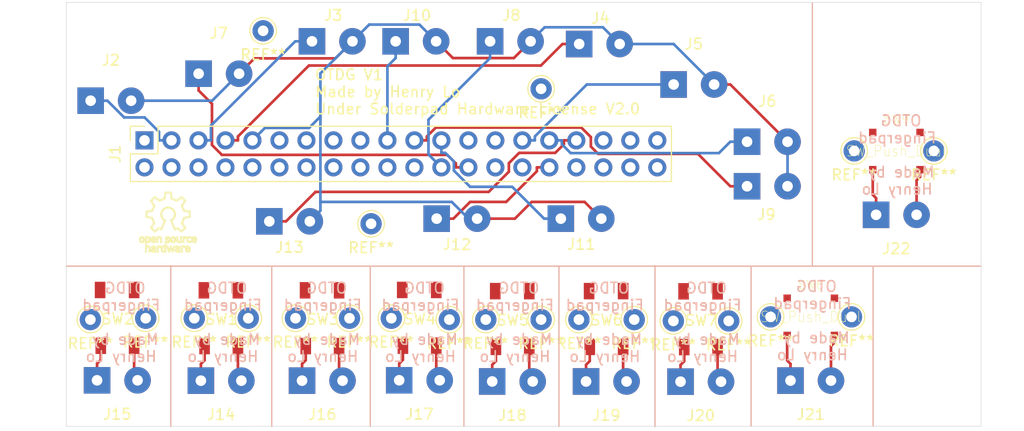
<source format=kicad_pcb>
(kicad_pcb (version 20171130) (host pcbnew 5.1.2)

  (general
    (thickness 1.6)
    (drawings 1103)
    (tracks 158)
    (zones 0)
    (modules 52)
    (nets 77)
  )

  (page A4)
  (layers
    (0 F.Cu signal)
    (31 B.Cu signal)
    (32 B.Adhes user)
    (33 F.Adhes user)
    (34 B.Paste user)
    (35 F.Paste user)
    (36 B.SilkS user)
    (37 F.SilkS user)
    (38 B.Mask user)
    (39 F.Mask user)
    (40 Dwgs.User user)
    (41 Cmts.User user)
    (42 Eco1.User user)
    (43 Eco2.User user)
    (44 Edge.Cuts user)
    (45 Margin user)
    (46 B.CrtYd user)
    (47 F.CrtYd user)
    (48 B.Fab user)
    (49 F.Fab user)
  )

  (setup
    (last_trace_width 0.25)
    (trace_clearance 0.2)
    (zone_clearance 0.508)
    (zone_45_only no)
    (trace_min 0.2)
    (via_size 0.8)
    (via_drill 0.4)
    (via_min_size 0.4)
    (via_min_drill 0.3)
    (uvia_size 0.3)
    (uvia_drill 0.1)
    (uvias_allowed no)
    (uvia_min_size 0.2)
    (uvia_min_drill 0.1)
    (edge_width 0.05)
    (segment_width 0.2)
    (pcb_text_width 0.3)
    (pcb_text_size 1.5 1.5)
    (mod_edge_width 0.12)
    (mod_text_size 1 1)
    (mod_text_width 0.15)
    (pad_size 1.7 1.7)
    (pad_drill 1)
    (pad_to_mask_clearance 0.051)
    (solder_mask_min_width 0.25)
    (aux_axis_origin 0 0)
    (visible_elements FFFFFF7F)
    (pcbplotparams
      (layerselection 0x010f0_ffffffff)
      (usegerberextensions false)
      (usegerberattributes false)
      (usegerberadvancedattributes false)
      (creategerberjobfile false)
      (excludeedgelayer true)
      (linewidth 0.100000)
      (plotframeref false)
      (viasonmask false)
      (mode 1)
      (useauxorigin false)
      (hpglpennumber 1)
      (hpglpenspeed 20)
      (hpglpendiameter 15.000000)
      (psnegative false)
      (psa4output false)
      (plotreference true)
      (plotvalue true)
      (plotinvisibletext false)
      (padsonsilk false)
      (subtractmaskfromsilk false)
      (outputformat 1)
      (mirror false)
      (drillshape 0)
      (scaleselection 1)
      (outputdirectory "gerber/"))
  )

  (net 0 "")
  (net 1 "Net-(J1-Pad40)")
  (net 2 "Net-(J1-Pad39)")
  (net 3 "Net-(J1-Pad38)")
  (net 4 "Net-(J1-Pad37)")
  (net 5 "Net-(J1-Pad36)")
  (net 6 "Net-(J1-Pad35)")
  (net 7 "Net-(J1-Pad34)")
  (net 8 GPIO13)
  (net 9 GPIO12)
  (net 10 GPIO6)
  (net 11 "Net-(J1-Pad30)")
  (net 12 GPIO5)
  (net 13 "Net-(J1-Pad28)")
  (net 14 "Net-(J1-Pad27)")
  (net 15 GPIO7)
  (net 16 "Net-(J1-Pad25)")
  (net 17 GPIO8)
  (net 18 GPIO11)
  (net 19 "Net-(J1-Pad22)")
  (net 20 GPIO9)
  (net 21 "Net-(J1-Pad20)")
  (net 22 GPIO10)
  (net 23 "Net-(J1-Pad18)")
  (net 24 "Net-(J1-Pad17)")
  (net 25 "Net-(J1-Pad16)")
  (net 26 "Net-(J1-Pad15)")
  (net 27 "Net-(J1-Pad14)")
  (net 28 "Net-(J1-Pad13)")
  (net 29 "Net-(J1-Pad12)")
  (net 30 "Net-(J1-Pad11)")
  (net 31 "Net-(J1-Pad10)")
  (net 32 "Net-(J1-Pad8)")
  (net 33 GPIO4)
  (net 34 "Net-(J1-Pad6)")
  (net 35 GPIO3)
  (net 36 "Net-(J1-Pad4)")
  (net 37 GPIO2)
  (net 38 "Net-(J1-Pad2)")
  (net 39 "Net-(J1-Pad1)")
  (net 40 GND)
  (net 41 "Net-(J14-Pad2)")
  (net 42 "Net-(J14-Pad1)")
  (net 43 "Net-(J15-Pad2)")
  (net 44 "Net-(J15-Pad1)")
  (net 45 "Net-(J16-Pad2)")
  (net 46 "Net-(J16-Pad1)")
  (net 47 "Net-(J17-Pad2)")
  (net 48 "Net-(J17-Pad1)")
  (net 49 "Net-(J18-Pad2)")
  (net 50 "Net-(J18-Pad1)")
  (net 51 "Net-(J19-Pad2)")
  (net 52 "Net-(J19-Pad1)")
  (net 53 "Net-(J22-Pad2)")
  (net 54 "Net-(J22-Pad1)")
  (net 55 "Net-(SW1-Pad1)")
  (net 56 "Net-(SW1-Pad2)")
  (net 57 "Net-(SW2-Pad1)")
  (net 58 "Net-(SW2-Pad2)")
  (net 59 "Net-(SW3-Pad1)")
  (net 60 "Net-(SW3-Pad2)")
  (net 61 "Net-(SW4-Pad1)")
  (net 62 "Net-(SW4-Pad2)")
  (net 63 "Net-(SW5-Pad1)")
  (net 64 "Net-(SW5-Pad2)")
  (net 65 "Net-(SW6-Pad1)")
  (net 66 "Net-(SW6-Pad2)")
  (net 67 "Net-(SW7-Pad1)")
  (net 68 "Net-(SW7-Pad2)")
  (net 69 "Net-(SW8-Pad1)")
  (net 70 "Net-(SW8-Pad2)")
  (net 71 "Net-(SW9-Pad1)")
  (net 72 "Net-(SW9-Pad2)")
  (net 73 "Net-(J20-Pad2)")
  (net 74 "Net-(J20-Pad1)")
  (net 75 "Net-(J21-Pad2)")
  (net 76 "Net-(J21-Pad1)")

  (net_class Default "This is the default net class."
    (clearance 0.2)
    (trace_width 0.25)
    (via_dia 0.8)
    (via_drill 0.4)
    (uvia_dia 0.3)
    (uvia_drill 0.1)
    (add_net GND)
    (add_net GPIO10)
    (add_net GPIO11)
    (add_net GPIO12)
    (add_net GPIO13)
    (add_net GPIO2)
    (add_net GPIO3)
    (add_net GPIO4)
    (add_net GPIO5)
    (add_net GPIO6)
    (add_net GPIO7)
    (add_net GPIO8)
    (add_net GPIO9)
    (add_net "Net-(J1-Pad1)")
    (add_net "Net-(J1-Pad10)")
    (add_net "Net-(J1-Pad11)")
    (add_net "Net-(J1-Pad12)")
    (add_net "Net-(J1-Pad13)")
    (add_net "Net-(J1-Pad14)")
    (add_net "Net-(J1-Pad15)")
    (add_net "Net-(J1-Pad16)")
    (add_net "Net-(J1-Pad17)")
    (add_net "Net-(J1-Pad18)")
    (add_net "Net-(J1-Pad2)")
    (add_net "Net-(J1-Pad20)")
    (add_net "Net-(J1-Pad22)")
    (add_net "Net-(J1-Pad25)")
    (add_net "Net-(J1-Pad27)")
    (add_net "Net-(J1-Pad28)")
    (add_net "Net-(J1-Pad30)")
    (add_net "Net-(J1-Pad34)")
    (add_net "Net-(J1-Pad35)")
    (add_net "Net-(J1-Pad36)")
    (add_net "Net-(J1-Pad37)")
    (add_net "Net-(J1-Pad38)")
    (add_net "Net-(J1-Pad39)")
    (add_net "Net-(J1-Pad4)")
    (add_net "Net-(J1-Pad40)")
    (add_net "Net-(J1-Pad6)")
    (add_net "Net-(J1-Pad8)")
    (add_net "Net-(J14-Pad1)")
    (add_net "Net-(J14-Pad2)")
    (add_net "Net-(J15-Pad1)")
    (add_net "Net-(J15-Pad2)")
    (add_net "Net-(J16-Pad1)")
    (add_net "Net-(J16-Pad2)")
    (add_net "Net-(J17-Pad1)")
    (add_net "Net-(J17-Pad2)")
    (add_net "Net-(J18-Pad1)")
    (add_net "Net-(J18-Pad2)")
    (add_net "Net-(J19-Pad1)")
    (add_net "Net-(J19-Pad2)")
    (add_net "Net-(J20-Pad1)")
    (add_net "Net-(J20-Pad2)")
    (add_net "Net-(J21-Pad1)")
    (add_net "Net-(J21-Pad2)")
    (add_net "Net-(J22-Pad1)")
    (add_net "Net-(J22-Pad2)")
    (add_net "Net-(SW1-Pad1)")
    (add_net "Net-(SW1-Pad2)")
    (add_net "Net-(SW2-Pad1)")
    (add_net "Net-(SW2-Pad2)")
    (add_net "Net-(SW3-Pad1)")
    (add_net "Net-(SW3-Pad2)")
    (add_net "Net-(SW4-Pad1)")
    (add_net "Net-(SW4-Pad2)")
    (add_net "Net-(SW5-Pad1)")
    (add_net "Net-(SW5-Pad2)")
    (add_net "Net-(SW6-Pad1)")
    (add_net "Net-(SW6-Pad2)")
    (add_net "Net-(SW7-Pad1)")
    (add_net "Net-(SW7-Pad2)")
    (add_net "Net-(SW8-Pad1)")
    (add_net "Net-(SW8-Pad2)")
    (add_net "Net-(SW9-Pad1)")
    (add_net "Net-(SW9-Pad2)")
  )

  (module Connector_Pin:Pin_D1.0mm_L10.0mm (layer F.Cu) (tedit 5A1DC084) (tstamp 5CED433A)
    (at 61.849 62.865)
    (descr "solder Pin_ diameter 1.0mm, hole diameter 1.0mm (press fit), length 10.0mm")
    (tags "solder Pin_ press fit")
    (fp_text reference REF** (at 0 2.25) (layer F.SilkS)
      (effects (font (size 1 1) (thickness 0.15)))
    )
    (fp_text value Pin_D1.0mm_L10.0mm (at 0 -2.05) (layer F.Fab)
      (effects (font (size 1 1) (thickness 0.15)))
    )
    (fp_text user %R (at 0 2.25) (layer F.Fab)
      (effects (font (size 1 1) (thickness 0.15)))
    )
    (fp_circle (center 0 0) (end 1.5 0) (layer F.CrtYd) (width 0.05))
    (fp_circle (center 0 0) (end 0.5 0) (layer F.Fab) (width 0.12))
    (fp_circle (center 0 0) (end 1 0) (layer F.Fab) (width 0.12))
    (fp_circle (center 0 0) (end 1.25 0.05) (layer F.SilkS) (width 0.12))
    (pad 1 thru_hole circle (at 0 0) (size 2 2) (drill 1) (layers *.Cu *.Mask))
    (model ${KISYS3DMOD}/Connector_Pin.3dshapes/Pin_D1.0mm_L10.0mm.wrl
      (at (xyz 0 0 0))
      (scale (xyz 1 1 1))
      (rotate (xyz 0 0 0))
    )
  )

  (module Connector_Pin:Pin_D1.0mm_L10.0mm (layer F.Cu) (tedit 5A1DC084) (tstamp 5CED433A)
    (at 35.687 57.404)
    (descr "solder Pin_ diameter 1.0mm, hole diameter 1.0mm (press fit), length 10.0mm")
    (tags "solder Pin_ press fit")
    (fp_text reference REF** (at 0 2.25) (layer F.SilkS)
      (effects (font (size 1 1) (thickness 0.15)))
    )
    (fp_text value Pin_D1.0mm_L10.0mm (at 0 -2.05) (layer F.Fab)
      (effects (font (size 1 1) (thickness 0.15)))
    )
    (fp_text user %R (at 0 2.25) (layer F.Fab)
      (effects (font (size 1 1) (thickness 0.15)))
    )
    (fp_circle (center 0 0) (end 1.5 0) (layer F.CrtYd) (width 0.05))
    (fp_circle (center 0 0) (end 0.5 0) (layer F.Fab) (width 0.12))
    (fp_circle (center 0 0) (end 1 0) (layer F.Fab) (width 0.12))
    (fp_circle (center 0 0) (end 1.25 0.05) (layer F.SilkS) (width 0.12))
    (pad 1 thru_hole circle (at 0 0) (size 2 2) (drill 1) (layers *.Cu *.Mask))
    (model ${KISYS3DMOD}/Connector_Pin.3dshapes/Pin_D1.0mm_L10.0mm.wrl
      (at (xyz 0 0 0))
      (scale (xyz 1 1 1))
      (rotate (xyz 0 0 0))
    )
  )

  (module Connector_Pin:Pin_D1.0mm_L10.0mm (layer F.Cu) (tedit 5A1DC084) (tstamp 5CED433A)
    (at 45.847 75.565)
    (descr "solder Pin_ diameter 1.0mm, hole diameter 1.0mm (press fit), length 10.0mm")
    (tags "solder Pin_ press fit")
    (fp_text reference REF** (at 0 2.25) (layer F.SilkS)
      (effects (font (size 1 1) (thickness 0.15)))
    )
    (fp_text value Pin_D1.0mm_L10.0mm (at 0 -2.05) (layer F.Fab)
      (effects (font (size 1 1) (thickness 0.15)))
    )
    (fp_text user %R (at 0 2.25) (layer F.Fab)
      (effects (font (size 1 1) (thickness 0.15)))
    )
    (fp_circle (center 0 0) (end 1.5 0) (layer F.CrtYd) (width 0.05))
    (fp_circle (center 0 0) (end 0.5 0) (layer F.Fab) (width 0.12))
    (fp_circle (center 0 0) (end 1 0) (layer F.Fab) (width 0.12))
    (fp_circle (center 0 0) (end 1.25 0.05) (layer F.SilkS) (width 0.12))
    (pad 1 thru_hole circle (at 0 0) (size 2 2) (drill 1) (layers *.Cu *.Mask))
    (model ${KISYS3DMOD}/Connector_Pin.3dshapes/Pin_D1.0mm_L10.0mm.wrl
      (at (xyz 0 0 0))
      (scale (xyz 1 1 1))
      (rotate (xyz 0 0 0))
    )
  )

  (module Connector_Pin:Pin_D1.0mm_L10.0mm (layer F.Cu) (tedit 5A1DC084) (tstamp 5CED433A)
    (at 19.431 84.582)
    (descr "solder Pin_ diameter 1.0mm, hole diameter 1.0mm (press fit), length 10.0mm")
    (tags "solder Pin_ press fit")
    (fp_text reference REF** (at 0 2.25) (layer F.SilkS)
      (effects (font (size 1 1) (thickness 0.15)))
    )
    (fp_text value Pin_D1.0mm_L10.0mm (at 0 -2.05) (layer F.Fab)
      (effects (font (size 1 1) (thickness 0.15)))
    )
    (fp_text user %R (at 0 2.25) (layer F.Fab)
      (effects (font (size 1 1) (thickness 0.15)))
    )
    (fp_circle (center 0 0) (end 1.5 0) (layer F.CrtYd) (width 0.05))
    (fp_circle (center 0 0) (end 0.5 0) (layer F.Fab) (width 0.12))
    (fp_circle (center 0 0) (end 1 0) (layer F.Fab) (width 0.12))
    (fp_circle (center 0 0) (end 1.25 0.05) (layer F.SilkS) (width 0.12))
    (pad 1 thru_hole circle (at 0 0) (size 2 2) (drill 1) (layers *.Cu *.Mask))
    (model ${KISYS3DMOD}/Connector_Pin.3dshapes/Pin_D1.0mm_L10.0mm.wrl
      (at (xyz 0 0 0))
      (scale (xyz 1 1 1))
      (rotate (xyz 0 0 0))
    )
  )

  (module Connector_Pin:Pin_D1.0mm_L10.0mm (layer F.Cu) (tedit 5A1DC084) (tstamp 5CED433A)
    (at 24.638 84.455)
    (descr "solder Pin_ diameter 1.0mm, hole diameter 1.0mm (press fit), length 10.0mm")
    (tags "solder Pin_ press fit")
    (fp_text reference REF** (at 0 2.25) (layer F.SilkS)
      (effects (font (size 1 1) (thickness 0.15)))
    )
    (fp_text value Pin_D1.0mm_L10.0mm (at 0 -2.05) (layer F.Fab)
      (effects (font (size 1 1) (thickness 0.15)))
    )
    (fp_text user %R (at 0 2.25) (layer F.Fab)
      (effects (font (size 1 1) (thickness 0.15)))
    )
    (fp_circle (center 0 0) (end 1.5 0) (layer F.CrtYd) (width 0.05))
    (fp_circle (center 0 0) (end 0.5 0) (layer F.Fab) (width 0.12))
    (fp_circle (center 0 0) (end 1 0) (layer F.Fab) (width 0.12))
    (fp_circle (center 0 0) (end 1.25 0.05) (layer F.SilkS) (width 0.12))
    (pad 1 thru_hole circle (at 0 0) (size 2 2) (drill 1) (layers *.Cu *.Mask))
    (model ${KISYS3DMOD}/Connector_Pin.3dshapes/Pin_D1.0mm_L10.0mm.wrl
      (at (xyz 0 0 0))
      (scale (xyz 1 1 1))
      (rotate (xyz 0 0 0))
    )
  )

  (module Connector_Pin:Pin_D1.0mm_L10.0mm (layer F.Cu) (tedit 5A1DC084) (tstamp 5CED433A)
    (at 29.21 84.455)
    (descr "solder Pin_ diameter 1.0mm, hole diameter 1.0mm (press fit), length 10.0mm")
    (tags "solder Pin_ press fit")
    (fp_text reference REF** (at 0 2.25) (layer F.SilkS)
      (effects (font (size 1 1) (thickness 0.15)))
    )
    (fp_text value Pin_D1.0mm_L10.0mm (at 0 -2.05) (layer F.Fab)
      (effects (font (size 1 1) (thickness 0.15)))
    )
    (fp_text user %R (at 0 2.25) (layer F.Fab)
      (effects (font (size 1 1) (thickness 0.15)))
    )
    (fp_circle (center 0 0) (end 1.5 0) (layer F.CrtYd) (width 0.05))
    (fp_circle (center 0 0) (end 0.5 0) (layer F.Fab) (width 0.12))
    (fp_circle (center 0 0) (end 1 0) (layer F.Fab) (width 0.12))
    (fp_circle (center 0 0) (end 1.25 0.05) (layer F.SilkS) (width 0.12))
    (pad 1 thru_hole circle (at 0 0) (size 2 2) (drill 1) (layers *.Cu *.Mask))
    (model ${KISYS3DMOD}/Connector_Pin.3dshapes/Pin_D1.0mm_L10.0mm.wrl
      (at (xyz 0 0 0))
      (scale (xyz 1 1 1))
      (rotate (xyz 0 0 0))
    )
  )

  (module Connector_Pin:Pin_D1.0mm_L10.0mm (layer F.Cu) (tedit 5A1DC084) (tstamp 5CED433A)
    (at 34.29 84.455)
    (descr "solder Pin_ diameter 1.0mm, hole diameter 1.0mm (press fit), length 10.0mm")
    (tags "solder Pin_ press fit")
    (fp_text reference REF** (at 0 2.25) (layer F.SilkS)
      (effects (font (size 1 1) (thickness 0.15)))
    )
    (fp_text value Pin_D1.0mm_L10.0mm (at 0 -2.05) (layer F.Fab)
      (effects (font (size 1 1) (thickness 0.15)))
    )
    (fp_text user %R (at 0 2.25) (layer F.Fab)
      (effects (font (size 1 1) (thickness 0.15)))
    )
    (fp_circle (center 0 0) (end 1.5 0) (layer F.CrtYd) (width 0.05))
    (fp_circle (center 0 0) (end 0.5 0) (layer F.Fab) (width 0.12))
    (fp_circle (center 0 0) (end 1 0) (layer F.Fab) (width 0.12))
    (fp_circle (center 0 0) (end 1.25 0.05) (layer F.SilkS) (width 0.12))
    (pad 1 thru_hole circle (at 0 0) (size 2 2) (drill 1) (layers *.Cu *.Mask))
    (model ${KISYS3DMOD}/Connector_Pin.3dshapes/Pin_D1.0mm_L10.0mm.wrl
      (at (xyz 0 0 0))
      (scale (xyz 1 1 1))
      (rotate (xyz 0 0 0))
    )
  )

  (module Connector_Pin:Pin_D1.0mm_L10.0mm (layer F.Cu) (tedit 5A1DC084) (tstamp 5CED433A)
    (at 38.735 84.455)
    (descr "solder Pin_ diameter 1.0mm, hole diameter 1.0mm (press fit), length 10.0mm")
    (tags "solder Pin_ press fit")
    (fp_text reference REF** (at 0 2.25) (layer F.SilkS)
      (effects (font (size 1 1) (thickness 0.15)))
    )
    (fp_text value Pin_D1.0mm_L10.0mm (at 0 -2.05) (layer F.Fab)
      (effects (font (size 1 1) (thickness 0.15)))
    )
    (fp_text user %R (at 0 2.25) (layer F.Fab)
      (effects (font (size 1 1) (thickness 0.15)))
    )
    (fp_circle (center 0 0) (end 1.5 0) (layer F.CrtYd) (width 0.05))
    (fp_circle (center 0 0) (end 0.5 0) (layer F.Fab) (width 0.12))
    (fp_circle (center 0 0) (end 1 0) (layer F.Fab) (width 0.12))
    (fp_circle (center 0 0) (end 1.25 0.05) (layer F.SilkS) (width 0.12))
    (pad 1 thru_hole circle (at 0 0) (size 2 2) (drill 1) (layers *.Cu *.Mask))
    (model ${KISYS3DMOD}/Connector_Pin.3dshapes/Pin_D1.0mm_L10.0mm.wrl
      (at (xyz 0 0 0))
      (scale (xyz 1 1 1))
      (rotate (xyz 0 0 0))
    )
  )

  (module Connector_Pin:Pin_D1.0mm_L10.0mm (layer F.Cu) (tedit 5A1DC084) (tstamp 5CED433A)
    (at 43.815 84.455)
    (descr "solder Pin_ diameter 1.0mm, hole diameter 1.0mm (press fit), length 10.0mm")
    (tags "solder Pin_ press fit")
    (fp_text reference REF** (at 0 2.25) (layer F.SilkS)
      (effects (font (size 1 1) (thickness 0.15)))
    )
    (fp_text value Pin_D1.0mm_L10.0mm (at 0 -2.05) (layer F.Fab)
      (effects (font (size 1 1) (thickness 0.15)))
    )
    (fp_text user %R (at 0 2.25) (layer F.Fab)
      (effects (font (size 1 1) (thickness 0.15)))
    )
    (fp_circle (center 0 0) (end 1.5 0) (layer F.CrtYd) (width 0.05))
    (fp_circle (center 0 0) (end 0.5 0) (layer F.Fab) (width 0.12))
    (fp_circle (center 0 0) (end 1 0) (layer F.Fab) (width 0.12))
    (fp_circle (center 0 0) (end 1.25 0.05) (layer F.SilkS) (width 0.12))
    (pad 1 thru_hole circle (at 0 0) (size 2 2) (drill 1) (layers *.Cu *.Mask))
    (model ${KISYS3DMOD}/Connector_Pin.3dshapes/Pin_D1.0mm_L10.0mm.wrl
      (at (xyz 0 0 0))
      (scale (xyz 1 1 1))
      (rotate (xyz 0 0 0))
    )
  )

  (module Connector_Pin:Pin_D1.0mm_L10.0mm (layer F.Cu) (tedit 5A1DC084) (tstamp 5CED433A)
    (at 47.752 84.455)
    (descr "solder Pin_ diameter 1.0mm, hole diameter 1.0mm (press fit), length 10.0mm")
    (tags "solder Pin_ press fit")
    (fp_text reference REF** (at 0 2.25) (layer F.SilkS)
      (effects (font (size 1 1) (thickness 0.15)))
    )
    (fp_text value Pin_D1.0mm_L10.0mm (at 0 -2.05) (layer F.Fab)
      (effects (font (size 1 1) (thickness 0.15)))
    )
    (fp_text user %R (at 0 2.25) (layer F.Fab)
      (effects (font (size 1 1) (thickness 0.15)))
    )
    (fp_circle (center 0 0) (end 1.5 0) (layer F.CrtYd) (width 0.05))
    (fp_circle (center 0 0) (end 0.5 0) (layer F.Fab) (width 0.12))
    (fp_circle (center 0 0) (end 1 0) (layer F.Fab) (width 0.12))
    (fp_circle (center 0 0) (end 1.25 0.05) (layer F.SilkS) (width 0.12))
    (pad 1 thru_hole circle (at 0 0) (size 2 2) (drill 1) (layers *.Cu *.Mask))
    (model ${KISYS3DMOD}/Connector_Pin.3dshapes/Pin_D1.0mm_L10.0mm.wrl
      (at (xyz 0 0 0))
      (scale (xyz 1 1 1))
      (rotate (xyz 0 0 0))
    )
  )

  (module Connector_Pin:Pin_D1.0mm_L10.0mm (layer F.Cu) (tedit 5A1DC084) (tstamp 5CED433A)
    (at 53.213 84.582)
    (descr "solder Pin_ diameter 1.0mm, hole diameter 1.0mm (press fit), length 10.0mm")
    (tags "solder Pin_ press fit")
    (fp_text reference REF** (at 0 2.25) (layer F.SilkS)
      (effects (font (size 1 1) (thickness 0.15)))
    )
    (fp_text value Pin_D1.0mm_L10.0mm (at 0 -2.05) (layer F.Fab)
      (effects (font (size 1 1) (thickness 0.15)))
    )
    (fp_text user %R (at 0 2.25) (layer F.Fab)
      (effects (font (size 1 1) (thickness 0.15)))
    )
    (fp_circle (center 0 0) (end 1.5 0) (layer F.CrtYd) (width 0.05))
    (fp_circle (center 0 0) (end 0.5 0) (layer F.Fab) (width 0.12))
    (fp_circle (center 0 0) (end 1 0) (layer F.Fab) (width 0.12))
    (fp_circle (center 0 0) (end 1.25 0.05) (layer F.SilkS) (width 0.12))
    (pad 1 thru_hole circle (at 0 0) (size 2 2) (drill 1) (layers *.Cu *.Mask))
    (model ${KISYS3DMOD}/Connector_Pin.3dshapes/Pin_D1.0mm_L10.0mm.wrl
      (at (xyz 0 0 0))
      (scale (xyz 1 1 1))
      (rotate (xyz 0 0 0))
    )
  )

  (module Connector_Pin:Pin_D1.0mm_L10.0mm (layer F.Cu) (tedit 5A1DC084) (tstamp 5CED433A)
    (at 56.642 84.582)
    (descr "solder Pin_ diameter 1.0mm, hole diameter 1.0mm (press fit), length 10.0mm")
    (tags "solder Pin_ press fit")
    (fp_text reference REF** (at 0 2.25) (layer F.SilkS)
      (effects (font (size 1 1) (thickness 0.15)))
    )
    (fp_text value Pin_D1.0mm_L10.0mm (at 0 -2.05) (layer F.Fab)
      (effects (font (size 1 1) (thickness 0.15)))
    )
    (fp_text user %R (at 0 2.25) (layer F.Fab)
      (effects (font (size 1 1) (thickness 0.15)))
    )
    (fp_circle (center 0 0) (end 1.5 0) (layer F.CrtYd) (width 0.05))
    (fp_circle (center 0 0) (end 0.5 0) (layer F.Fab) (width 0.12))
    (fp_circle (center 0 0) (end 1 0) (layer F.Fab) (width 0.12))
    (fp_circle (center 0 0) (end 1.25 0.05) (layer F.SilkS) (width 0.12))
    (pad 1 thru_hole circle (at 0 0) (size 2 2) (drill 1) (layers *.Cu *.Mask))
    (model ${KISYS3DMOD}/Connector_Pin.3dshapes/Pin_D1.0mm_L10.0mm.wrl
      (at (xyz 0 0 0))
      (scale (xyz 1 1 1))
      (rotate (xyz 0 0 0))
    )
  )

  (module Connector_Pin:Pin_D1.0mm_L10.0mm (layer F.Cu) (tedit 5A1DC084) (tstamp 5CED433A)
    (at 61.849 84.582)
    (descr "solder Pin_ diameter 1.0mm, hole diameter 1.0mm (press fit), length 10.0mm")
    (tags "solder Pin_ press fit")
    (fp_text reference REF** (at 0 2.25) (layer F.SilkS)
      (effects (font (size 1 1) (thickness 0.15)))
    )
    (fp_text value Pin_D1.0mm_L10.0mm (at 0 -2.05) (layer F.Fab)
      (effects (font (size 1 1) (thickness 0.15)))
    )
    (fp_text user %R (at 0 2.25) (layer F.Fab)
      (effects (font (size 1 1) (thickness 0.15)))
    )
    (fp_circle (center 0 0) (end 1.5 0) (layer F.CrtYd) (width 0.05))
    (fp_circle (center 0 0) (end 0.5 0) (layer F.Fab) (width 0.12))
    (fp_circle (center 0 0) (end 1 0) (layer F.Fab) (width 0.12))
    (fp_circle (center 0 0) (end 1.25 0.05) (layer F.SilkS) (width 0.12))
    (pad 1 thru_hole circle (at 0 0) (size 2 2) (drill 1) (layers *.Cu *.Mask))
    (model ${KISYS3DMOD}/Connector_Pin.3dshapes/Pin_D1.0mm_L10.0mm.wrl
      (at (xyz 0 0 0))
      (scale (xyz 1 1 1))
      (rotate (xyz 0 0 0))
    )
  )

  (module Connector_Pin:Pin_D1.0mm_L10.0mm (layer F.Cu) (tedit 5A1DC084) (tstamp 5CED433A)
    (at 65.405 84.582)
    (descr "solder Pin_ diameter 1.0mm, hole diameter 1.0mm (press fit), length 10.0mm")
    (tags "solder Pin_ press fit")
    (fp_text reference REF** (at 0 2.25) (layer F.SilkS)
      (effects (font (size 1 1) (thickness 0.15)))
    )
    (fp_text value Pin_D1.0mm_L10.0mm (at 0 -2.05) (layer F.Fab)
      (effects (font (size 1 1) (thickness 0.15)))
    )
    (fp_text user %R (at 0 2.25) (layer F.Fab)
      (effects (font (size 1 1) (thickness 0.15)))
    )
    (fp_circle (center 0 0) (end 1.5 0) (layer F.CrtYd) (width 0.05))
    (fp_circle (center 0 0) (end 0.5 0) (layer F.Fab) (width 0.12))
    (fp_circle (center 0 0) (end 1 0) (layer F.Fab) (width 0.12))
    (fp_circle (center 0 0) (end 1.25 0.05) (layer F.SilkS) (width 0.12))
    (pad 1 thru_hole circle (at 0 0) (size 2 2) (drill 1) (layers *.Cu *.Mask))
    (model ${KISYS3DMOD}/Connector_Pin.3dshapes/Pin_D1.0mm_L10.0mm.wrl
      (at (xyz 0 0 0))
      (scale (xyz 1 1 1))
      (rotate (xyz 0 0 0))
    )
  )

  (module Connector_Pin:Pin_D1.0mm_L10.0mm (layer F.Cu) (tedit 5A1DC084) (tstamp 5CED433A)
    (at 70.612 84.582)
    (descr "solder Pin_ diameter 1.0mm, hole diameter 1.0mm (press fit), length 10.0mm")
    (tags "solder Pin_ press fit")
    (fp_text reference REF** (at 0 2.25) (layer F.SilkS)
      (effects (font (size 1 1) (thickness 0.15)))
    )
    (fp_text value Pin_D1.0mm_L10.0mm (at 0 -2.05) (layer F.Fab)
      (effects (font (size 1 1) (thickness 0.15)))
    )
    (fp_text user %R (at 0 2.25) (layer F.Fab)
      (effects (font (size 1 1) (thickness 0.15)))
    )
    (fp_circle (center 0 0) (end 1.5 0) (layer F.CrtYd) (width 0.05))
    (fp_circle (center 0 0) (end 0.5 0) (layer F.Fab) (width 0.12))
    (fp_circle (center 0 0) (end 1 0) (layer F.Fab) (width 0.12))
    (fp_circle (center 0 0) (end 1.25 0.05) (layer F.SilkS) (width 0.12))
    (pad 1 thru_hole circle (at 0 0) (size 2 2) (drill 1) (layers *.Cu *.Mask))
    (model ${KISYS3DMOD}/Connector_Pin.3dshapes/Pin_D1.0mm_L10.0mm.wrl
      (at (xyz 0 0 0))
      (scale (xyz 1 1 1))
      (rotate (xyz 0 0 0))
    )
  )

  (module Connector_Pin:Pin_D1.0mm_L10.0mm (layer F.Cu) (tedit 5A1DC084) (tstamp 5CED433A)
    (at 74.295 84.709)
    (descr "solder Pin_ diameter 1.0mm, hole diameter 1.0mm (press fit), length 10.0mm")
    (tags "solder Pin_ press fit")
    (fp_text reference REF** (at 0 2.25) (layer F.SilkS)
      (effects (font (size 1 1) (thickness 0.15)))
    )
    (fp_text value Pin_D1.0mm_L10.0mm (at 0 -2.05) (layer F.Fab)
      (effects (font (size 1 1) (thickness 0.15)))
    )
    (fp_text user %R (at 0 2.25) (layer F.Fab)
      (effects (font (size 1 1) (thickness 0.15)))
    )
    (fp_circle (center 0 0) (end 1.5 0) (layer F.CrtYd) (width 0.05))
    (fp_circle (center 0 0) (end 0.5 0) (layer F.Fab) (width 0.12))
    (fp_circle (center 0 0) (end 1 0) (layer F.Fab) (width 0.12))
    (fp_circle (center 0 0) (end 1.25 0.05) (layer F.SilkS) (width 0.12))
    (pad 1 thru_hole circle (at 0 0) (size 2 2) (drill 1) (layers *.Cu *.Mask))
    (model ${KISYS3DMOD}/Connector_Pin.3dshapes/Pin_D1.0mm_L10.0mm.wrl
      (at (xyz 0 0 0))
      (scale (xyz 1 1 1))
      (rotate (xyz 0 0 0))
    )
  )

  (module Connector_Pin:Pin_D1.0mm_L10.0mm (layer F.Cu) (tedit 5A1DC084) (tstamp 5CED433A)
    (at 79.502 84.709)
    (descr "solder Pin_ diameter 1.0mm, hole diameter 1.0mm (press fit), length 10.0mm")
    (tags "solder Pin_ press fit")
    (fp_text reference REF** (at 0 2.25) (layer F.SilkS)
      (effects (font (size 1 1) (thickness 0.15)))
    )
    (fp_text value Pin_D1.0mm_L10.0mm (at 0 -2.05) (layer F.Fab)
      (effects (font (size 1 1) (thickness 0.15)))
    )
    (fp_text user %R (at 0 2.25) (layer F.Fab)
      (effects (font (size 1 1) (thickness 0.15)))
    )
    (fp_circle (center 0 0) (end 1.5 0) (layer F.CrtYd) (width 0.05))
    (fp_circle (center 0 0) (end 0.5 0) (layer F.Fab) (width 0.12))
    (fp_circle (center 0 0) (end 1 0) (layer F.Fab) (width 0.12))
    (fp_circle (center 0 0) (end 1.25 0.05) (layer F.SilkS) (width 0.12))
    (pad 1 thru_hole circle (at 0 0) (size 2 2) (drill 1) (layers *.Cu *.Mask))
    (model ${KISYS3DMOD}/Connector_Pin.3dshapes/Pin_D1.0mm_L10.0mm.wrl
      (at (xyz 0 0 0))
      (scale (xyz 1 1 1))
      (rotate (xyz 0 0 0))
    )
  )

  (module Connector_Pin:Pin_D1.0mm_L10.0mm (layer F.Cu) (tedit 5A1DC084) (tstamp 5CED433A)
    (at 83.439 84.328)
    (descr "solder Pin_ diameter 1.0mm, hole diameter 1.0mm (press fit), length 10.0mm")
    (tags "solder Pin_ press fit")
    (fp_text reference REF** (at 0 2.25) (layer F.SilkS)
      (effects (font (size 1 1) (thickness 0.15)))
    )
    (fp_text value Pin_D1.0mm_L10.0mm (at 0 -2.05) (layer F.Fab)
      (effects (font (size 1 1) (thickness 0.15)))
    )
    (fp_text user %R (at 0 2.25) (layer F.Fab)
      (effects (font (size 1 1) (thickness 0.15)))
    )
    (fp_circle (center 0 0) (end 1.5 0) (layer F.CrtYd) (width 0.05))
    (fp_circle (center 0 0) (end 0.5 0) (layer F.Fab) (width 0.12))
    (fp_circle (center 0 0) (end 1 0) (layer F.Fab) (width 0.12))
    (fp_circle (center 0 0) (end 1.25 0.05) (layer F.SilkS) (width 0.12))
    (pad 1 thru_hole circle (at 0 0) (size 2 2) (drill 1) (layers *.Cu *.Mask))
    (model ${KISYS3DMOD}/Connector_Pin.3dshapes/Pin_D1.0mm_L10.0mm.wrl
      (at (xyz 0 0 0))
      (scale (xyz 1 1 1))
      (rotate (xyz 0 0 0))
    )
  )

  (module Connector_Pin:Pin_D1.0mm_L10.0mm (layer F.Cu) (tedit 5A1DC084) (tstamp 5CED433A)
    (at 91.059 84.328)
    (descr "solder Pin_ diameter 1.0mm, hole diameter 1.0mm (press fit), length 10.0mm")
    (tags "solder Pin_ press fit")
    (fp_text reference REF** (at 0 2.25) (layer F.SilkS)
      (effects (font (size 1 1) (thickness 0.15)))
    )
    (fp_text value Pin_D1.0mm_L10.0mm (at 0 -2.05) (layer F.Fab)
      (effects (font (size 1 1) (thickness 0.15)))
    )
    (fp_text user %R (at 0 2.25) (layer F.Fab)
      (effects (font (size 1 1) (thickness 0.15)))
    )
    (fp_circle (center 0 0) (end 1.5 0) (layer F.CrtYd) (width 0.05))
    (fp_circle (center 0 0) (end 0.5 0) (layer F.Fab) (width 0.12))
    (fp_circle (center 0 0) (end 1 0) (layer F.Fab) (width 0.12))
    (fp_circle (center 0 0) (end 1.25 0.05) (layer F.SilkS) (width 0.12))
    (pad 1 thru_hole circle (at 0 0) (size 2 2) (drill 1) (layers *.Cu *.Mask))
    (model ${KISYS3DMOD}/Connector_Pin.3dshapes/Pin_D1.0mm_L10.0mm.wrl
      (at (xyz 0 0 0))
      (scale (xyz 1 1 1))
      (rotate (xyz 0 0 0))
    )
  )

  (module Connector_Pin:Pin_D1.0mm_L10.0mm (layer F.Cu) (tedit 5A1DC084) (tstamp 5CED433A)
    (at 91.313 68.707)
    (descr "solder Pin_ diameter 1.0mm, hole diameter 1.0mm (press fit), length 10.0mm")
    (tags "solder Pin_ press fit")
    (fp_text reference REF** (at 0 2.25) (layer F.SilkS)
      (effects (font (size 1 1) (thickness 0.15)))
    )
    (fp_text value Pin_D1.0mm_L10.0mm (at 0 -2.05) (layer F.Fab)
      (effects (font (size 1 1) (thickness 0.15)))
    )
    (fp_text user %R (at 0 2.25) (layer F.Fab)
      (effects (font (size 1 1) (thickness 0.15)))
    )
    (fp_circle (center 0 0) (end 1.5 0) (layer F.CrtYd) (width 0.05))
    (fp_circle (center 0 0) (end 0.5 0) (layer F.Fab) (width 0.12))
    (fp_circle (center 0 0) (end 1 0) (layer F.Fab) (width 0.12))
    (fp_circle (center 0 0) (end 1.25 0.05) (layer F.SilkS) (width 0.12))
    (pad 1 thru_hole circle (at 0 0) (size 2 2) (drill 1) (layers *.Cu *.Mask))
    (model ${KISYS3DMOD}/Connector_Pin.3dshapes/Pin_D1.0mm_L10.0mm.wrl
      (at (xyz 0 0 0))
      (scale (xyz 1 1 1))
      (rotate (xyz 0 0 0))
    )
  )

  (module Connector_Pin:Pin_D1.0mm_L10.0mm (layer F.Cu) (tedit 5A1DC084) (tstamp 5CED4322)
    (at 98.806 68.707)
    (descr "solder Pin_ diameter 1.0mm, hole diameter 1.0mm (press fit), length 10.0mm")
    (tags "solder Pin_ press fit")
    (fp_text reference REF** (at 0 2.25) (layer F.SilkS)
      (effects (font (size 1 1) (thickness 0.15)))
    )
    (fp_text value Pin_D1.0mm_L10.0mm (at 0 -2.05) (layer F.Fab)
      (effects (font (size 1 1) (thickness 0.15)))
    )
    (fp_circle (center 0 0) (end 1.25 0.05) (layer F.SilkS) (width 0.12))
    (fp_circle (center 0 0) (end 1 0) (layer F.Fab) (width 0.12))
    (fp_circle (center 0 0) (end 0.5 0) (layer F.Fab) (width 0.12))
    (fp_circle (center 0 0) (end 1.5 0) (layer F.CrtYd) (width 0.05))
    (fp_text user %R (at 0 2.25) (layer F.Fab)
      (effects (font (size 1 1) (thickness 0.15)))
    )
    (pad 1 thru_hole circle (at 0 0) (size 2 2) (drill 1) (layers *.Cu *.Mask))
    (model ${KISYS3DMOD}/Connector_Pin.3dshapes/Pin_D1.0mm_L10.0mm.wrl
      (at (xyz 0 0 0))
      (scale (xyz 1 1 1))
      (rotate (xyz 0 0 0))
    )
  )

  (module gloveProtoFinal:PTS647 (layer F.Cu) (tedit 5CECAC24) (tstamp 5CECA8F5)
    (at 41.261 84.3289)
    (path /5D0424A7/5D0381B1)
    (attr smd)
    (fp_text reference SW3 (at 0.0254 0.2286) (layer F.SilkS)
      (effects (font (size 1 1) (thickness 0.15)))
    )
    (fp_text value SW_Push_Dual (at 0.0254 -3.9544) (layer F.Fab)
      (effects (font (size 1 1) (thickness 0.15)))
    )
    (pad 1 smd rect (at -1.6256 -2.5019) (size 1 1.55) (layers F.Cu F.Paste F.Mask)
      (net 59 "Net-(SW3-Pad1)"))
    (pad 2 smd rect (at 1.5764 -2.5019) (size 1 1.55) (layers F.Cu F.Paste F.Mask)
      (net 60 "Net-(SW3-Pad2)"))
    (pad 3 smd rect (at -1.5621 2.7456) (size 1 1.55) (layers F.Cu F.Paste F.Mask)
      (net 46 "Net-(J16-Pad1)"))
    (pad 4 smd rect (at 1.5764 2.7456) (size 1 1.55) (layers F.Cu F.Paste F.Mask)
      (net 45 "Net-(J16-Pad2)"))
  )

  (module gloveProtoFinal:PTS647 (layer F.Cu) (tedit 5CECAC24) (tstamp 5CECA8DD)
    (at 76.8808 84.4235)
    (path /5D04E616/5D0381B1)
    (attr smd)
    (fp_text reference SW7 (at 0.0254 0.2286) (layer F.SilkS)
      (effects (font (size 1 1) (thickness 0.15)))
    )
    (fp_text value SW_Push_Dual (at 0.0254 -3.9544) (layer F.Fab)
      (effects (font (size 1 1) (thickness 0.15)))
    )
    (pad 1 smd rect (at -1.6256 -2.5019) (size 1 1.55) (layers F.Cu F.Paste F.Mask)
      (net 67 "Net-(SW7-Pad1)"))
    (pad 2 smd rect (at 1.5764 -2.5019) (size 1 1.55) (layers F.Cu F.Paste F.Mask)
      (net 68 "Net-(SW7-Pad2)"))
    (pad 3 smd rect (at -1.5621 2.7456) (size 1 1.55) (layers F.Cu F.Paste F.Mask)
      (net 74 "Net-(J20-Pad1)"))
    (pad 4 smd rect (at 1.5764 2.7456) (size 1 1.55) (layers F.Cu F.Paste F.Mask)
      (net 73 "Net-(J20-Pad2)"))
  )

  (module gloveProtoFinal:PTS647 (layer F.Cu) (tedit 5CECAC24) (tstamp 5CECA8D5)
    (at 67.99 84.4051)
    (path /5D04E614/5D0381B1)
    (attr smd)
    (fp_text reference SW6 (at 0.0254 0.2286) (layer F.SilkS)
      (effects (font (size 1 1) (thickness 0.15)))
    )
    (fp_text value SW_Push_Dual (at 0.0254 -3.9544) (layer F.Fab)
      (effects (font (size 1 1) (thickness 0.15)))
    )
    (pad 1 smd rect (at -1.6256 -2.5019) (size 1 1.55) (layers F.Cu F.Paste F.Mask)
      (net 65 "Net-(SW6-Pad1)"))
    (pad 2 smd rect (at 1.5764 -2.5019) (size 1 1.55) (layers F.Cu F.Paste F.Mask)
      (net 66 "Net-(SW6-Pad2)"))
    (pad 3 smd rect (at -1.5621 2.7456) (size 1 1.55) (layers F.Cu F.Paste F.Mask)
      (net 52 "Net-(J19-Pad1)"))
    (pad 4 smd rect (at 1.5764 2.7456) (size 1 1.55) (layers F.Cu F.Paste F.Mask)
      (net 51 "Net-(J19-Pad2)"))
  )

  (module gloveProtoFinal:PTS647 (layer F.Cu) (tedit 5CECAC24) (tstamp 5CECA905)
    (at 59.1566 84.4051)
    (path /5D043CCB/5D0381B1)
    (attr smd)
    (fp_text reference SW5 (at 0.0254 0.2286) (layer F.SilkS)
      (effects (font (size 1 1) (thickness 0.15)))
    )
    (fp_text value SW_Push_Dual (at 0.0254 -3.9544) (layer F.Fab)
      (effects (font (size 1 1) (thickness 0.15)))
    )
    (pad 1 smd rect (at -1.6256 -2.5019) (size 1 1.55) (layers F.Cu F.Paste F.Mask)
      (net 63 "Net-(SW5-Pad1)"))
    (pad 2 smd rect (at 1.5764 -2.5019) (size 1 1.55) (layers F.Cu F.Paste F.Mask)
      (net 64 "Net-(SW5-Pad2)"))
    (pad 3 smd rect (at -1.5621 2.7456) (size 1 1.55) (layers F.Cu F.Paste F.Mask)
      (net 50 "Net-(J18-Pad1)"))
    (pad 4 smd rect (at 1.5764 2.7456) (size 1 1.55) (layers F.Cu F.Paste F.Mask)
      (net 49 "Net-(J18-Pad2)"))
  )

  (module gloveProtoFinal:PTS647 (layer F.Cu) (tedit 5CECAC24) (tstamp 5CECA8FD)
    (at 50.4048 84.2931)
    (path /5D043CC9/5D0381B1)
    (attr smd)
    (fp_text reference SW4 (at 0.0254 0.2286) (layer F.SilkS)
      (effects (font (size 1 1) (thickness 0.15)))
    )
    (fp_text value SW_Push_Dual (at 0.0254 -3.9544) (layer F.Fab)
      (effects (font (size 1 1) (thickness 0.15)))
    )
    (pad 1 smd rect (at -1.6256 -2.5019) (size 1 1.55) (layers F.Cu F.Paste F.Mask)
      (net 61 "Net-(SW4-Pad1)"))
    (pad 2 smd rect (at 1.5764 -2.5019) (size 1 1.55) (layers F.Cu F.Paste F.Mask)
      (net 62 "Net-(SW4-Pad2)"))
    (pad 3 smd rect (at -1.5621 2.7456) (size 1 1.55) (layers F.Cu F.Paste F.Mask)
      (net 48 "Net-(J17-Pad1)"))
    (pad 4 smd rect (at 1.5764 2.7456) (size 1 1.55) (layers F.Cu F.Paste F.Mask)
      (net 47 "Net-(J17-Pad2)"))
  )

  (module gloveProtoFinal:PTS647 (layer F.Cu) (tedit 5CECAC24) (tstamp 5CECA8ED)
    (at 21.971 84.297)
    (path /5D042099/5D0381B1)
    (attr smd)
    (fp_text reference SW2 (at 0.0254 0.2286) (layer F.SilkS)
      (effects (font (size 1 1) (thickness 0.15)))
    )
    (fp_text value SW_Push_Dual (at 0.0254 -3.9544) (layer F.Fab)
      (effects (font (size 1 1) (thickness 0.15)))
    )
    (pad 1 smd rect (at -1.6256 -2.5019) (size 1 1.55) (layers F.Cu F.Paste F.Mask)
      (net 57 "Net-(SW2-Pad1)"))
    (pad 2 smd rect (at 1.5764 -2.5019) (size 1 1.55) (layers F.Cu F.Paste F.Mask)
      (net 58 "Net-(SW2-Pad2)"))
    (pad 3 smd rect (at -1.5621 2.7456) (size 1 1.55) (layers F.Cu F.Paste F.Mask)
      (net 44 "Net-(J15-Pad1)"))
    (pad 4 smd rect (at 1.5764 2.7456) (size 1 1.55) (layers F.Cu F.Paste F.Mask)
      (net 43 "Net-(J15-Pad2)"))
  )

  (module gloveProtoFinal:PTS647 (layer F.Cu) (tedit 5CECAC24) (tstamp 5CECA8E5)
    (at 31.7398 84.3289)
    (path /5D034C87/5D0381B1)
    (attr smd)
    (fp_text reference SW1 (at 0.0254 0.2286) (layer F.SilkS)
      (effects (font (size 1 1) (thickness 0.15)))
    )
    (fp_text value SW_Push_Dual (at 0.0254 -3.9544) (layer F.Fab)
      (effects (font (size 1 1) (thickness 0.15)))
    )
    (pad 1 smd rect (at -1.6256 -2.5019) (size 1 1.55) (layers F.Cu F.Paste F.Mask)
      (net 55 "Net-(SW1-Pad1)"))
    (pad 2 smd rect (at 1.5764 -2.5019) (size 1 1.55) (layers F.Cu F.Paste F.Mask)
      (net 56 "Net-(SW1-Pad2)"))
    (pad 3 smd rect (at -1.5621 2.7456) (size 1 1.55) (layers F.Cu F.Paste F.Mask)
      (net 42 "Net-(J14-Pad1)"))
    (pad 4 smd rect (at 1.5764 2.7456) (size 1 1.55) (layers F.Cu F.Paste F.Mask)
      (net 41 "Net-(J14-Pad2)"))
  )

  (module gloveProtoFinal:TL3315NF100Q (layer F.Cu) (tedit 5CECA0F7) (tstamp 5CECCAB3)
    (at 95.2842 68.7216)
    (path /5CEDEB55/5CEE186D)
    (attr smd)
    (fp_text reference SW9 (at 0 -3.009) (layer F.SilkS)
      (effects (font (size 0.800268 0.800268) (thickness 0.05)))
    )
    (fp_text value SW_Push_Dual (at 0 0) (layer F.SilkS)
      (effects (font (size 1 0.9) (thickness 0.05)))
    )
    (pad 1 smd rect (at -2.225 -1.75) (size 0.7 0.7) (layers F.Cu F.Paste F.Mask)
      (net 71 "Net-(SW9-Pad1)"))
    (pad 2 smd rect (at 2.225 -1.75) (size 0.7 0.7) (layers F.Cu F.Paste F.Mask)
      (net 72 "Net-(SW9-Pad2)"))
    (pad 4 smd rect (at 2.225 1.75) (size 0.7 0.7) (layers F.Cu F.Paste F.Mask)
      (net 53 "Net-(J22-Pad2)"))
    (pad 3 smd rect (at -2.225 1.75) (size 0.7 0.7) (layers F.Cu F.Paste F.Mask)
      (net 54 "Net-(J22-Pad1)"))
  )

  (module gloveProtoFinal:TL3315NF100Q (layer F.Cu) (tedit 5CECA0F7) (tstamp 5CECCAAB)
    (at 87.2286 84.3224)
    (path /5CEDD39C/5CEE186D)
    (attr smd)
    (fp_text reference SW8 (at 0 -3.009) (layer F.SilkS)
      (effects (font (size 0.800268 0.800268) (thickness 0.05)))
    )
    (fp_text value SW_Push_Dual (at 0 0) (layer F.SilkS)
      (effects (font (size 1 0.9) (thickness 0.05)))
    )
    (pad 3 smd rect (at -2.225 1.75) (size 0.7 0.7) (layers F.Cu F.Paste F.Mask)
      (net 76 "Net-(J21-Pad1)"))
    (pad 4 smd rect (at 2.225 1.75) (size 0.7 0.7) (layers F.Cu F.Paste F.Mask)
      (net 75 "Net-(J21-Pad2)"))
    (pad 2 smd rect (at 2.225 -1.75) (size 0.7 0.7) (layers F.Cu F.Paste F.Mask)
      (net 70 "Net-(SW8-Pad2)"))
    (pad 1 smd rect (at -2.225 -1.75) (size 0.7 0.7) (layers F.Cu F.Paste F.Mask)
      (net 69 "Net-(SW8-Pad1)"))
  )

  (module Connector_Wire:SolderWirePad_1x02_P3.81mm_Drill1mm (layer F.Cu) (tedit 5AEE5F04) (tstamp 5CECC9F1)
    (at 93.3742 74.7216)
    (descr "Wire solder connection")
    (tags connector)
    (path /5CEDEB55/5CEE1873)
    (attr virtual)
    (fp_text reference J22 (at 1.905 3.19) (layer F.SilkS)
      (effects (font (size 1 1) (thickness 0.15)))
    )
    (fp_text value Conn_01x02_Male (at 1.905 3.81) (layer F.Fab)
      (effects (font (size 1 1) (thickness 0.15)))
    )
    (fp_line (start 5.56 1.75) (end -1.74 1.75) (layer F.CrtYd) (width 0.05))
    (fp_line (start 5.56 1.75) (end 5.56 -1.75) (layer F.CrtYd) (width 0.05))
    (fp_line (start -1.74 -1.75) (end -1.74 1.75) (layer F.CrtYd) (width 0.05))
    (fp_line (start -1.74 -1.75) (end 5.56 -1.75) (layer F.CrtYd) (width 0.05))
    (fp_text user %R (at 1.905 0) (layer F.Fab)
      (effects (font (size 1 1) (thickness 0.15)))
    )
    (pad 2 thru_hole circle (at 3.81 0) (size 2.49936 2.49936) (drill 1.00076) (layers *.Cu *.Mask)
      (net 53 "Net-(J22-Pad2)"))
    (pad 1 thru_hole rect (at 0 0) (size 2.49936 2.49936) (drill 1.00076) (layers *.Cu *.Mask)
      (net 54 "Net-(J22-Pad1)"))
  )

  (module Connector_Wire:SolderWirePad_1x02_P3.81mm_Drill1mm (layer F.Cu) (tedit 5AEE5F04) (tstamp 5CECC9E6)
    (at 85.3186 90.3224)
    (descr "Wire solder connection")
    (tags connector)
    (path /5CEDD39C/5CEE1873)
    (attr virtual)
    (fp_text reference J21 (at 1.905 3.19) (layer F.SilkS)
      (effects (font (size 1 1) (thickness 0.15)))
    )
    (fp_text value Conn_01x02_Male (at 1.905 3.81) (layer F.Fab)
      (effects (font (size 1 1) (thickness 0.15)))
    )
    (fp_text user %R (at 1.905 0) (layer F.Fab)
      (effects (font (size 1 1) (thickness 0.15)))
    )
    (fp_line (start -1.74 -1.75) (end 5.56 -1.75) (layer F.CrtYd) (width 0.05))
    (fp_line (start -1.74 -1.75) (end -1.74 1.75) (layer F.CrtYd) (width 0.05))
    (fp_line (start 5.56 1.75) (end 5.56 -1.75) (layer F.CrtYd) (width 0.05))
    (fp_line (start 5.56 1.75) (end -1.74 1.75) (layer F.CrtYd) (width 0.05))
    (pad 1 thru_hole rect (at 0 0) (size 2.49936 2.49936) (drill 1.00076) (layers *.Cu *.Mask)
      (net 76 "Net-(J21-Pad1)"))
    (pad 2 thru_hole circle (at 3.81 0) (size 2.49936 2.49936) (drill 1.00076) (layers *.Cu *.Mask)
      (net 75 "Net-(J21-Pad2)"))
  )

  (module Connector_Wire:SolderWirePad_1x02_P3.81mm_Drill1mm (layer F.Cu) (tedit 5AEE5F04) (tstamp 5CECA8CD)
    (at 74.9708 90.4235)
    (descr "Wire solder connection")
    (tags connector)
    (path /5D04E616/5D0389B0)
    (attr virtual)
    (fp_text reference J20 (at 1.905 3.19) (layer F.SilkS)
      (effects (font (size 1 1) (thickness 0.15)))
    )
    (fp_text value Conn_01x02_Male (at 1.905 3.81) (layer F.Fab)
      (effects (font (size 1 1) (thickness 0.15)))
    )
    (fp_text user %R (at 1.905 0) (layer F.Fab)
      (effects (font (size 1 1) (thickness 0.15)))
    )
    (fp_line (start -1.74 -1.75) (end 5.56 -1.75) (layer F.CrtYd) (width 0.05))
    (fp_line (start -1.74 -1.75) (end -1.74 1.75) (layer F.CrtYd) (width 0.05))
    (fp_line (start 5.56 1.75) (end 5.56 -1.75) (layer F.CrtYd) (width 0.05))
    (fp_line (start 5.56 1.75) (end -1.74 1.75) (layer F.CrtYd) (width 0.05))
    (pad 1 thru_hole rect (at 0 0) (size 2.49936 2.49936) (drill 1.00076) (layers *.Cu *.Mask)
      (net 74 "Net-(J20-Pad1)"))
    (pad 2 thru_hole circle (at 3.81 0) (size 2.49936 2.49936) (drill 1.00076) (layers *.Cu *.Mask)
      (net 73 "Net-(J20-Pad2)"))
  )

  (module Connector_Wire:SolderWirePad_1x02_P3.81mm_Drill1mm (layer F.Cu) (tedit 5AEE5F04) (tstamp 5CECA8C2)
    (at 66.08 90.4051)
    (descr "Wire solder connection")
    (tags connector)
    (path /5D04E614/5D0389B0)
    (attr virtual)
    (fp_text reference J19 (at 1.905 3.19) (layer F.SilkS)
      (effects (font (size 1 1) (thickness 0.15)))
    )
    (fp_text value Conn_01x02_Male (at 1.905 3.81) (layer F.Fab)
      (effects (font (size 1 1) (thickness 0.15)))
    )
    (fp_text user %R (at 1.905 0) (layer F.Fab)
      (effects (font (size 1 1) (thickness 0.15)))
    )
    (fp_line (start -1.74 -1.75) (end 5.56 -1.75) (layer F.CrtYd) (width 0.05))
    (fp_line (start -1.74 -1.75) (end -1.74 1.75) (layer F.CrtYd) (width 0.05))
    (fp_line (start 5.56 1.75) (end 5.56 -1.75) (layer F.CrtYd) (width 0.05))
    (fp_line (start 5.56 1.75) (end -1.74 1.75) (layer F.CrtYd) (width 0.05))
    (pad 1 thru_hole rect (at 0 0) (size 2.49936 2.49936) (drill 1.00076) (layers *.Cu *.Mask)
      (net 52 "Net-(J19-Pad1)"))
    (pad 2 thru_hole circle (at 3.81 0) (size 2.49936 2.49936) (drill 1.00076) (layers *.Cu *.Mask)
      (net 51 "Net-(J19-Pad2)"))
  )

  (module Connector_Wire:SolderWirePad_1x02_P3.81mm_Drill1mm (layer F.Cu) (tedit 5AEE5F04) (tstamp 5CECA8B7)
    (at 40.2844 58.3946)
    (descr "Wire solder connection")
    (tags connector)
    (path /5D06002A)
    (attr virtual)
    (fp_text reference J3 (at 2.0066 -2.4384) (layer F.SilkS)
      (effects (font (size 1 1) (thickness 0.15)))
    )
    (fp_text value Conn_01x02_Female (at 1.905 3.81) (layer F.Fab)
      (effects (font (size 1 1) (thickness 0.15)))
    )
    (fp_line (start 5.56 1.75) (end -1.74 1.75) (layer F.CrtYd) (width 0.05))
    (fp_line (start 5.56 1.75) (end 5.56 -1.75) (layer F.CrtYd) (width 0.05))
    (fp_line (start -1.74 -1.75) (end -1.74 1.75) (layer F.CrtYd) (width 0.05))
    (fp_line (start -1.74 -1.75) (end 5.56 -1.75) (layer F.CrtYd) (width 0.05))
    (fp_text user %R (at 1.905 0) (layer F.Fab)
      (effects (font (size 1 1) (thickness 0.15)))
    )
    (pad 2 thru_hole circle (at 3.81 0) (size 2.49936 2.49936) (drill 1.00076) (layers *.Cu *.Mask)
      (net 40 GND))
    (pad 1 thru_hole rect (at 0 0) (size 2.49936 2.49936) (drill 1.00076) (layers *.Cu *.Mask)
      (net 35 GPIO3))
  )

  (module Connector_Wire:SolderWirePad_1x02_P3.81mm_Drill1mm (layer F.Cu) (tedit 5AEE5F04) (tstamp 5CECA8AC)
    (at 19.4564 63.9826)
    (descr "Wire solder connection")
    (tags connector)
    (path /5D060024)
    (attr virtual)
    (fp_text reference J2 (at 1.905 -3.81) (layer F.SilkS)
      (effects (font (size 1 1) (thickness 0.15)))
    )
    (fp_text value Conn_01x02_Female (at 1.905 3.81) (layer F.Fab)
      (effects (font (size 1 1) (thickness 0.15)))
    )
    (fp_line (start 5.56 1.75) (end -1.74 1.75) (layer F.CrtYd) (width 0.05))
    (fp_line (start 5.56 1.75) (end 5.56 -1.75) (layer F.CrtYd) (width 0.05))
    (fp_line (start -1.74 -1.75) (end -1.74 1.75) (layer F.CrtYd) (width 0.05))
    (fp_line (start -1.74 -1.75) (end 5.56 -1.75) (layer F.CrtYd) (width 0.05))
    (fp_text user %R (at 1.905 0) (layer F.Fab)
      (effects (font (size 1 1) (thickness 0.15)))
    )
    (pad 2 thru_hole circle (at 3.81 0) (size 2.49936 2.49936) (drill 1.00076) (layers *.Cu *.Mask)
      (net 40 GND))
    (pad 1 thru_hole rect (at 0 0) (size 2.49936 2.49936) (drill 1.00076) (layers *.Cu *.Mask)
      (net 37 GPIO2))
  )

  (module Connector_Wire:SolderWirePad_1x02_P3.81mm_Drill1mm (layer F.Cu) (tedit 5AEE5F04) (tstamp 5CECA880)
    (at 57.2466 90.4051)
    (descr "Wire solder connection")
    (tags connector)
    (path /5D043CCB/5D0389B0)
    (attr virtual)
    (fp_text reference J18 (at 1.905 3.19) (layer F.SilkS)
      (effects (font (size 1 1) (thickness 0.15)))
    )
    (fp_text value Conn_01x02_Male (at 1.905 3.81) (layer F.Fab)
      (effects (font (size 1 1) (thickness 0.15)))
    )
    (fp_text user %R (at 1.905 0) (layer F.Fab)
      (effects (font (size 1 1) (thickness 0.15)))
    )
    (fp_line (start -1.74 -1.75) (end 5.56 -1.75) (layer F.CrtYd) (width 0.05))
    (fp_line (start -1.74 -1.75) (end -1.74 1.75) (layer F.CrtYd) (width 0.05))
    (fp_line (start 5.56 1.75) (end 5.56 -1.75) (layer F.CrtYd) (width 0.05))
    (fp_line (start 5.56 1.75) (end -1.74 1.75) (layer F.CrtYd) (width 0.05))
    (pad 1 thru_hole rect (at 0 0) (size 2.49936 2.49936) (drill 1.00076) (layers *.Cu *.Mask)
      (net 50 "Net-(J18-Pad1)"))
    (pad 2 thru_hole circle (at 3.81 0) (size 2.49936 2.49936) (drill 1.00076) (layers *.Cu *.Mask)
      (net 49 "Net-(J18-Pad2)"))
  )

  (module Connector_Wire:SolderWirePad_1x02_P3.81mm_Drill1mm (layer F.Cu) (tedit 5AEE5F04) (tstamp 5CECA875)
    (at 48.4948 90.2931)
    (descr "Wire solder connection")
    (tags connector)
    (path /5D043CC9/5D0389B0)
    (attr virtual)
    (fp_text reference J17 (at 1.905 3.19) (layer F.SilkS)
      (effects (font (size 1 1) (thickness 0.15)))
    )
    (fp_text value Conn_01x02_Male (at 1.905 3.81) (layer F.Fab)
      (effects (font (size 1 1) (thickness 0.15)))
    )
    (fp_text user %R (at 1.905 0) (layer F.Fab)
      (effects (font (size 1 1) (thickness 0.15)))
    )
    (fp_line (start -1.74 -1.75) (end 5.56 -1.75) (layer F.CrtYd) (width 0.05))
    (fp_line (start -1.74 -1.75) (end -1.74 1.75) (layer F.CrtYd) (width 0.05))
    (fp_line (start 5.56 1.75) (end 5.56 -1.75) (layer F.CrtYd) (width 0.05))
    (fp_line (start 5.56 1.75) (end -1.74 1.75) (layer F.CrtYd) (width 0.05))
    (pad 1 thru_hole rect (at 0 0) (size 2.49936 2.49936) (drill 1.00076) (layers *.Cu *.Mask)
      (net 48 "Net-(J17-Pad1)"))
    (pad 2 thru_hole circle (at 3.81 0) (size 2.49936 2.49936) (drill 1.00076) (layers *.Cu *.Mask)
      (net 47 "Net-(J17-Pad2)"))
  )

  (module Connector_Wire:SolderWirePad_1x02_P3.81mm_Drill1mm (layer F.Cu) (tedit 5AEE5F04) (tstamp 5CECA86A)
    (at 39.351 90.3289)
    (descr "Wire solder connection")
    (tags connector)
    (path /5D0424A7/5D0389B0)
    (attr virtual)
    (fp_text reference J16 (at 1.905 3.19) (layer F.SilkS)
      (effects (font (size 1 1) (thickness 0.15)))
    )
    (fp_text value Conn_01x02_Male (at 1.905 3.81) (layer F.Fab)
      (effects (font (size 1 1) (thickness 0.15)))
    )
    (fp_text user %R (at 1.905 0) (layer F.Fab)
      (effects (font (size 1 1) (thickness 0.15)))
    )
    (fp_line (start -1.74 -1.75) (end 5.56 -1.75) (layer F.CrtYd) (width 0.05))
    (fp_line (start -1.74 -1.75) (end -1.74 1.75) (layer F.CrtYd) (width 0.05))
    (fp_line (start 5.56 1.75) (end 5.56 -1.75) (layer F.CrtYd) (width 0.05))
    (fp_line (start 5.56 1.75) (end -1.74 1.75) (layer F.CrtYd) (width 0.05))
    (pad 1 thru_hole rect (at 0 0) (size 2.49936 2.49936) (drill 1.00076) (layers *.Cu *.Mask)
      (net 46 "Net-(J16-Pad1)"))
    (pad 2 thru_hole circle (at 3.81 0) (size 2.49936 2.49936) (drill 1.00076) (layers *.Cu *.Mask)
      (net 45 "Net-(J16-Pad2)"))
  )

  (module Connector_Wire:SolderWirePad_1x02_P3.81mm_Drill1mm (layer F.Cu) (tedit 5AEE5F04) (tstamp 5CECA85F)
    (at 20.061 90.297)
    (descr "Wire solder connection")
    (tags connector)
    (path /5D042099/5D0389B0)
    (attr virtual)
    (fp_text reference J15 (at 1.905 3.19) (layer F.SilkS)
      (effects (font (size 1 1) (thickness 0.15)))
    )
    (fp_text value Conn_01x02_Male (at 1.905 3.81) (layer F.Fab)
      (effects (font (size 1 1) (thickness 0.15)))
    )
    (fp_text user %R (at 1.905 0) (layer F.Fab)
      (effects (font (size 1 1) (thickness 0.15)))
    )
    (fp_line (start -1.74 -1.75) (end 5.56 -1.75) (layer F.CrtYd) (width 0.05))
    (fp_line (start -1.74 -1.75) (end -1.74 1.75) (layer F.CrtYd) (width 0.05))
    (fp_line (start 5.56 1.75) (end 5.56 -1.75) (layer F.CrtYd) (width 0.05))
    (fp_line (start 5.56 1.75) (end -1.74 1.75) (layer F.CrtYd) (width 0.05))
    (pad 1 thru_hole rect (at 0 0) (size 2.49936 2.49936) (drill 1.00076) (layers *.Cu *.Mask)
      (net 44 "Net-(J15-Pad1)"))
    (pad 2 thru_hole circle (at 3.81 0) (size 2.49936 2.49936) (drill 1.00076) (layers *.Cu *.Mask)
      (net 43 "Net-(J15-Pad2)"))
  )

  (module Connector_Wire:SolderWirePad_1x02_P3.81mm_Drill1mm (layer F.Cu) (tedit 5AEE5F04) (tstamp 5CECA854)
    (at 29.8298 90.3289)
    (descr "Wire solder connection")
    (tags connector)
    (path /5D034C87/5D0389B0)
    (attr virtual)
    (fp_text reference J14 (at 1.905 3.19) (layer F.SilkS)
      (effects (font (size 1 1) (thickness 0.15)))
    )
    (fp_text value Conn_01x02_Male (at 1.905 3.81) (layer F.Fab)
      (effects (font (size 1 1) (thickness 0.15)))
    )
    (fp_text user %R (at 1.905 0) (layer F.Fab)
      (effects (font (size 1 1) (thickness 0.15)))
    )
    (fp_line (start -1.74 -1.75) (end 5.56 -1.75) (layer F.CrtYd) (width 0.05))
    (fp_line (start -1.74 -1.75) (end -1.74 1.75) (layer F.CrtYd) (width 0.05))
    (fp_line (start 5.56 1.75) (end 5.56 -1.75) (layer F.CrtYd) (width 0.05))
    (fp_line (start 5.56 1.75) (end -1.74 1.75) (layer F.CrtYd) (width 0.05))
    (pad 1 thru_hole rect (at 0 0) (size 2.49936 2.49936) (drill 1.00076) (layers *.Cu *.Mask)
      (net 42 "Net-(J14-Pad1)"))
    (pad 2 thru_hole circle (at 3.81 0) (size 2.49936 2.49936) (drill 1.00076) (layers *.Cu *.Mask)
      (net 41 "Net-(J14-Pad2)"))
  )

  (module Connector_Wire:SolderWirePad_1x02_P3.81mm_Drill1mm (layer F.Cu) (tedit 5AEE5F04) (tstamp 5CECA849)
    (at 36.2712 75.3364)
    (descr "Wire solder connection")
    (tags connector)
    (path /5CFF1400)
    (attr virtual)
    (fp_text reference J13 (at 1.905 2.4384) (layer F.SilkS)
      (effects (font (size 1 1) (thickness 0.15)))
    )
    (fp_text value Conn_01x02_Female (at 1.905 3.81) (layer F.Fab)
      (effects (font (size 1 1) (thickness 0.15)))
    )
    (fp_line (start 5.56 1.75) (end -1.74 1.75) (layer F.CrtYd) (width 0.05))
    (fp_line (start 5.56 1.75) (end 5.56 -1.75) (layer F.CrtYd) (width 0.05))
    (fp_line (start -1.74 -1.75) (end -1.74 1.75) (layer F.CrtYd) (width 0.05))
    (fp_line (start -1.74 -1.75) (end 5.56 -1.75) (layer F.CrtYd) (width 0.05))
    (fp_text user %R (at 1.905 0) (layer F.Fab)
      (effects (font (size 1 1) (thickness 0.15)))
    )
    (pad 2 thru_hole circle (at 3.81 0) (size 2.49936 2.49936) (drill 1.00076) (layers *.Cu *.Mask)
      (net 40 GND))
    (pad 1 thru_hole rect (at 0 0) (size 2.49936 2.49936) (drill 1.00076) (layers *.Cu *.Mask)
      (net 8 GPIO13))
  )

  (module Connector_Wire:SolderWirePad_1x02_P3.81mm_Drill1mm (layer F.Cu) (tedit 5AEE5F04) (tstamp 5CECA83E)
    (at 52.0192 75.0824)
    (descr "Wire solder connection")
    (tags connector)
    (path /5CFEE220)
    (attr virtual)
    (fp_text reference J12 (at 1.905 2.4384) (layer F.SilkS)
      (effects (font (size 1 1) (thickness 0.15)))
    )
    (fp_text value Conn_01x02_Female (at 1.905 3.81) (layer F.Fab)
      (effects (font (size 1 1) (thickness 0.15)))
    )
    (fp_line (start 5.56 1.75) (end -1.74 1.75) (layer F.CrtYd) (width 0.05))
    (fp_line (start 5.56 1.75) (end 5.56 -1.75) (layer F.CrtYd) (width 0.05))
    (fp_line (start -1.74 -1.75) (end -1.74 1.75) (layer F.CrtYd) (width 0.05))
    (fp_line (start -1.74 -1.75) (end 5.56 -1.75) (layer F.CrtYd) (width 0.05))
    (fp_text user %R (at 1.905 0) (layer F.Fab)
      (effects (font (size 1 1) (thickness 0.15)))
    )
    (pad 2 thru_hole circle (at 3.81 0) (size 2.49936 2.49936) (drill 1.00076) (layers *.Cu *.Mask)
      (net 40 GND))
    (pad 1 thru_hole rect (at 0 0) (size 2.49936 2.49936) (drill 1.00076) (layers *.Cu *.Mask)
      (net 9 GPIO12))
  )

  (module Connector_Wire:SolderWirePad_1x02_P3.81mm_Drill1mm (layer F.Cu) (tedit 5AEE5F04) (tstamp 5CECA833)
    (at 63.7032 75.0824)
    (descr "Wire solder connection")
    (tags connector)
    (path /5CFEE21A)
    (attr virtual)
    (fp_text reference J11 (at 1.9304 2.413) (layer F.SilkS)
      (effects (font (size 1 1) (thickness 0.15)))
    )
    (fp_text value Conn_01x02_Female (at 1.905 3.81) (layer F.Fab)
      (effects (font (size 1 1) (thickness 0.15)))
    )
    (fp_line (start 5.56 1.75) (end -1.74 1.75) (layer F.CrtYd) (width 0.05))
    (fp_line (start 5.56 1.75) (end 5.56 -1.75) (layer F.CrtYd) (width 0.05))
    (fp_line (start -1.74 -1.75) (end -1.74 1.75) (layer F.CrtYd) (width 0.05))
    (fp_line (start -1.74 -1.75) (end 5.56 -1.75) (layer F.CrtYd) (width 0.05))
    (fp_text user %R (at 1.905 0) (layer F.Fab)
      (effects (font (size 1 1) (thickness 0.15)))
    )
    (pad 2 thru_hole circle (at 3.81 0) (size 2.49936 2.49936) (drill 1.00076) (layers *.Cu *.Mask)
      (net 40 GND))
    (pad 1 thru_hole rect (at 0 0) (size 2.49936 2.49936) (drill 1.00076) (layers *.Cu *.Mask)
      (net 18 GPIO11))
  )

  (module Connector_Wire:SolderWirePad_1x02_P3.81mm_Drill1mm (layer F.Cu) (tedit 5AEE5F04) (tstamp 5CECA828)
    (at 48.1584 58.3946)
    (descr "Wire solder connection")
    (tags connector)
    (path /5CFEE214)
    (attr virtual)
    (fp_text reference J10 (at 2.0066 -2.4384) (layer F.SilkS)
      (effects (font (size 1 1) (thickness 0.15)))
    )
    (fp_text value Conn_01x02_Female (at 1.905 3.81) (layer F.Fab)
      (effects (font (size 1 1) (thickness 0.15)))
    )
    (fp_line (start 5.56 1.75) (end -1.74 1.75) (layer F.CrtYd) (width 0.05))
    (fp_line (start 5.56 1.75) (end 5.56 -1.75) (layer F.CrtYd) (width 0.05))
    (fp_line (start -1.74 -1.75) (end -1.74 1.75) (layer F.CrtYd) (width 0.05))
    (fp_line (start -1.74 -1.75) (end 5.56 -1.75) (layer F.CrtYd) (width 0.05))
    (fp_text user %R (at 1.905 0) (layer F.Fab)
      (effects (font (size 1 1) (thickness 0.15)))
    )
    (pad 2 thru_hole circle (at 3.81 0) (size 2.49936 2.49936) (drill 1.00076) (layers *.Cu *.Mask)
      (net 40 GND))
    (pad 1 thru_hole rect (at 0 0) (size 2.49936 2.49936) (drill 1.00076) (layers *.Cu *.Mask)
      (net 22 GPIO10))
  )

  (module Connector_Wire:SolderWirePad_1x02_P3.81mm_Drill1mm (layer F.Cu) (tedit 5AEE5F04) (tstamp 5CECA81D)
    (at 81.2292 72.0344)
    (descr "Wire solder connection")
    (tags connector)
    (path /5CFEA216)
    (attr virtual)
    (fp_text reference J9 (at 1.8288 2.667) (layer F.SilkS)
      (effects (font (size 1 1) (thickness 0.15)))
    )
    (fp_text value Conn_01x02_Female (at 1.905 3.81) (layer F.Fab)
      (effects (font (size 1 1) (thickness 0.15)))
    )
    (fp_line (start 5.56 1.75) (end -1.74 1.75) (layer F.CrtYd) (width 0.05))
    (fp_line (start 5.56 1.75) (end 5.56 -1.75) (layer F.CrtYd) (width 0.05))
    (fp_line (start -1.74 -1.75) (end -1.74 1.75) (layer F.CrtYd) (width 0.05))
    (fp_line (start -1.74 -1.75) (end 5.56 -1.75) (layer F.CrtYd) (width 0.05))
    (fp_text user %R (at 1.905 0) (layer F.Fab)
      (effects (font (size 1 1) (thickness 0.15)))
    )
    (pad 2 thru_hole circle (at 3.81 0) (size 2.49936 2.49936) (drill 1.00076) (layers *.Cu *.Mask)
      (net 40 GND))
    (pad 1 thru_hole rect (at 0 0) (size 2.49936 2.49936) (drill 1.00076) (layers *.Cu *.Mask)
      (net 20 GPIO9))
  )

  (module Connector_Wire:SolderWirePad_1x02_P3.81mm_Drill1mm (layer F.Cu) (tedit 5AEE5F04) (tstamp 5CECA812)
    (at 57.0484 58.3946)
    (descr "Wire solder connection")
    (tags connector)
    (path /5CFEA210)
    (attr virtual)
    (fp_text reference J8 (at 2.0066 -2.4384) (layer F.SilkS)
      (effects (font (size 1 1) (thickness 0.15)))
    )
    (fp_text value Conn_01x02_Female (at 1.905 3.81) (layer F.Fab)
      (effects (font (size 1 1) (thickness 0.15)))
    )
    (fp_line (start 5.56 1.75) (end -1.74 1.75) (layer F.CrtYd) (width 0.05))
    (fp_line (start 5.56 1.75) (end 5.56 -1.75) (layer F.CrtYd) (width 0.05))
    (fp_line (start -1.74 -1.75) (end -1.74 1.75) (layer F.CrtYd) (width 0.05))
    (fp_line (start -1.74 -1.75) (end 5.56 -1.75) (layer F.CrtYd) (width 0.05))
    (fp_text user %R (at 1.905 0) (layer F.Fab)
      (effects (font (size 1 1) (thickness 0.15)))
    )
    (pad 2 thru_hole circle (at 3.81 0) (size 2.49936 2.49936) (drill 1.00076) (layers *.Cu *.Mask)
      (net 40 GND))
    (pad 1 thru_hole rect (at 0 0) (size 2.49936 2.49936) (drill 1.00076) (layers *.Cu *.Mask)
      (net 17 GPIO8))
  )

  (module Connector_Wire:SolderWirePad_1x02_P3.81mm_Drill1mm (layer F.Cu) (tedit 5AEE5F04) (tstamp 5CECA807)
    (at 29.6164 61.4426)
    (descr "Wire solder connection")
    (tags connector)
    (path /5CFEA20A)
    (attr virtual)
    (fp_text reference J7 (at 1.905 -3.81) (layer F.SilkS)
      (effects (font (size 1 1) (thickness 0.15)))
    )
    (fp_text value Conn_01x02_Female (at 1.905 3.81) (layer F.Fab)
      (effects (font (size 1 1) (thickness 0.15)))
    )
    (fp_line (start 5.56 1.75) (end -1.74 1.75) (layer F.CrtYd) (width 0.05))
    (fp_line (start 5.56 1.75) (end 5.56 -1.75) (layer F.CrtYd) (width 0.05))
    (fp_line (start -1.74 -1.75) (end -1.74 1.75) (layer F.CrtYd) (width 0.05))
    (fp_line (start -1.74 -1.75) (end 5.56 -1.75) (layer F.CrtYd) (width 0.05))
    (fp_text user %R (at 1.905 0) (layer F.Fab)
      (effects (font (size 1 1) (thickness 0.15)))
    )
    (pad 2 thru_hole circle (at 3.81 0) (size 2.49936 2.49936) (drill 1.00076) (layers *.Cu *.Mask)
      (net 40 GND))
    (pad 1 thru_hole rect (at 0 0) (size 2.49936 2.49936) (drill 1.00076) (layers *.Cu *.Mask)
      (net 15 GPIO7))
  )

  (module Connector_Wire:SolderWirePad_1x02_P3.81mm_Drill1mm (layer F.Cu) (tedit 5AEE5F04) (tstamp 5CECA7FC)
    (at 81.2292 67.8434)
    (descr "Wire solder connection")
    (tags connector)
    (path /5CFEBA79)
    (attr virtual)
    (fp_text reference J6 (at 1.905 -3.81) (layer F.SilkS)
      (effects (font (size 1 1) (thickness 0.15)))
    )
    (fp_text value Conn_01x02_Female (at 1.905 3.81) (layer F.Fab)
      (effects (font (size 1 1) (thickness 0.15)))
    )
    (fp_line (start 5.56 1.75) (end -1.74 1.75) (layer F.CrtYd) (width 0.05))
    (fp_line (start 5.56 1.75) (end 5.56 -1.75) (layer F.CrtYd) (width 0.05))
    (fp_line (start -1.74 -1.75) (end -1.74 1.75) (layer F.CrtYd) (width 0.05))
    (fp_line (start -1.74 -1.75) (end 5.56 -1.75) (layer F.CrtYd) (width 0.05))
    (fp_text user %R (at 1.905 0) (layer F.Fab)
      (effects (font (size 1 1) (thickness 0.15)))
    )
    (pad 2 thru_hole circle (at 3.81 0) (size 2.49936 2.49936) (drill 1.00076) (layers *.Cu *.Mask)
      (net 40 GND))
    (pad 1 thru_hole rect (at 0 0) (size 2.49936 2.49936) (drill 1.00076) (layers *.Cu *.Mask)
      (net 10 GPIO6))
  )

  (module Connector_Wire:SolderWirePad_1x02_P3.81mm_Drill1mm (layer F.Cu) (tedit 5AEE5F04) (tstamp 5CECA7F1)
    (at 74.3204 62.4586)
    (descr "Wire solder connection")
    (tags connector)
    (path /5CFEBA73)
    (attr virtual)
    (fp_text reference J5 (at 1.905 -3.81) (layer F.SilkS)
      (effects (font (size 1 1) (thickness 0.15)))
    )
    (fp_text value Conn_01x02_Female (at 1.905 3.81) (layer F.Fab)
      (effects (font (size 1 1) (thickness 0.15)))
    )
    (fp_line (start 5.56 1.75) (end -1.74 1.75) (layer F.CrtYd) (width 0.05))
    (fp_line (start 5.56 1.75) (end 5.56 -1.75) (layer F.CrtYd) (width 0.05))
    (fp_line (start -1.74 -1.75) (end -1.74 1.75) (layer F.CrtYd) (width 0.05))
    (fp_line (start -1.74 -1.75) (end 5.56 -1.75) (layer F.CrtYd) (width 0.05))
    (fp_text user %R (at 1.905 0) (layer F.Fab)
      (effects (font (size 1 1) (thickness 0.15)))
    )
    (pad 2 thru_hole circle (at 3.81 0) (size 2.49936 2.49936) (drill 1.00076) (layers *.Cu *.Mask)
      (net 40 GND))
    (pad 1 thru_hole rect (at 0 0) (size 2.49936 2.49936) (drill 1.00076) (layers *.Cu *.Mask)
      (net 12 GPIO5))
  )

  (module Connector_Wire:SolderWirePad_1x02_P3.81mm_Drill1mm (layer F.Cu) (tedit 5AEE5F04) (tstamp 5CECA7E6)
    (at 65.4304 58.6486)
    (descr "Wire solder connection")
    (tags connector)
    (path /5CFEBA6D)
    (attr virtual)
    (fp_text reference J4 (at 2.0066 -2.4384) (layer F.SilkS)
      (effects (font (size 1 1) (thickness 0.15)))
    )
    (fp_text value Conn_01x02_Female (at 1.905 3.81) (layer F.Fab)
      (effects (font (size 1 1) (thickness 0.15)))
    )
    (fp_line (start 5.56 1.75) (end -1.74 1.75) (layer F.CrtYd) (width 0.05))
    (fp_line (start 5.56 1.75) (end 5.56 -1.75) (layer F.CrtYd) (width 0.05))
    (fp_line (start -1.74 -1.75) (end -1.74 1.75) (layer F.CrtYd) (width 0.05))
    (fp_line (start -1.74 -1.75) (end 5.56 -1.75) (layer F.CrtYd) (width 0.05))
    (fp_text user %R (at 1.905 0) (layer F.Fab)
      (effects (font (size 1 1) (thickness 0.15)))
    )
    (pad 2 thru_hole circle (at 3.81 0) (size 2.49936 2.49936) (drill 1.00076) (layers *.Cu *.Mask)
      (net 40 GND))
    (pad 1 thru_hole rect (at 0 0) (size 2.49936 2.49936) (drill 1.00076) (layers *.Cu *.Mask)
      (net 33 GPIO4))
  )

  (module Connector_PinSocket_2.54mm:PinSocket_2x20_P2.54mm_Vertical (layer F.Cu) (tedit 5CFC9D22) (tstamp 5CECA7DB)
    (at 24.5237 67.7164 90)
    (descr "Through hole straight socket strip, 2x20, 2.54mm pitch, double cols (from Kicad 4.0.7), script generated")
    (tags "Through hole socket strip THT 2x20 2.54mm double row")
    (path /5CED2AA1)
    (fp_text reference J1 (at -1.27 -2.77 90) (layer F.SilkS)
      (effects (font (size 1 1) (thickness 0.15)))
    )
    (fp_text value Raspberry_Pi_2_3 (at -1.27 51.03 90) (layer F.Fab)
      (effects (font (size 1 1) (thickness 0.15)))
    )
    (fp_text user %R (at -1.27 24.13) (layer F.Fab)
      (effects (font (size 1 1) (thickness 0.15)))
    )
    (fp_line (start -4.34 50) (end -4.34 -1.8) (layer F.CrtYd) (width 0.05))
    (fp_line (start 1.76 50) (end -4.34 50) (layer F.CrtYd) (width 0.05))
    (fp_line (start 1.76 -1.8) (end 1.76 50) (layer F.CrtYd) (width 0.05))
    (fp_line (start -4.34 -1.8) (end 1.76 -1.8) (layer F.CrtYd) (width 0.05))
    (fp_line (start 0 -1.33) (end 1.33 -1.33) (layer F.SilkS) (width 0.12))
    (fp_line (start 1.33 -1.33) (end 1.33 0) (layer F.SilkS) (width 0.12))
    (fp_line (start -1.27 -1.33) (end -1.27 1.27) (layer F.SilkS) (width 0.12))
    (fp_line (start -1.27 1.27) (end 1.33 1.27) (layer F.SilkS) (width 0.12))
    (fp_line (start 1.33 1.27) (end 1.33 49.59) (layer F.SilkS) (width 0.12))
    (fp_line (start -3.87 49.59) (end 1.33 49.59) (layer F.SilkS) (width 0.12))
    (fp_line (start -3.87 -1.33) (end -3.87 49.59) (layer F.SilkS) (width 0.12))
    (fp_line (start -3.87 -1.33) (end -1.27 -1.33) (layer F.SilkS) (width 0.12))
    (fp_line (start -3.81 49.53) (end -3.81 -1.27) (layer F.Fab) (width 0.1))
    (fp_line (start 1.27 49.53) (end -3.81 49.53) (layer F.Fab) (width 0.1))
    (fp_line (start 1.27 -0.27) (end 1.27 49.53) (layer F.Fab) (width 0.1))
    (fp_line (start 0.27 -1.27) (end 1.27 -0.27) (layer F.Fab) (width 0.1))
    (fp_line (start -3.81 -1.27) (end 0.27 -1.27) (layer F.Fab) (width 0.1))
    (pad 40 thru_hole oval (at -2.54 48.26 90) (size 1.7 1.7) (drill 1) (layers *.Cu *.Mask)
      (net 1 "Net-(J1-Pad40)"))
    (pad 39 thru_hole oval (at 0 48.26 90) (size 1.7 1.7) (drill 1) (layers *.Cu *.Mask)
      (net 2 "Net-(J1-Pad39)"))
    (pad 38 thru_hole oval (at -2.54 45.72 90) (size 1.7 1.7) (drill 1) (layers *.Cu *.Mask)
      (net 3 "Net-(J1-Pad38)"))
    (pad 37 thru_hole oval (at 0 45.72 90) (size 1.7 1.7) (drill 1) (layers *.Cu *.Mask)
      (net 4 "Net-(J1-Pad37)"))
    (pad 36 thru_hole oval (at -2.54 43.18 90) (size 1.7 1.7) (drill 1) (layers *.Cu *.Mask)
      (net 5 "Net-(J1-Pad36)"))
    (pad 35 thru_hole oval (at 0 43.18 90) (size 1.7 1.7) (drill 1) (layers *.Cu *.Mask)
      (net 6 "Net-(J1-Pad35)"))
    (pad 34 thru_hole oval (at -2.54 40.64 90) (size 1.7 1.7) (drill 1) (layers *.Cu *.Mask)
      (net 7 "Net-(J1-Pad34)"))
    (pad 33 thru_hole oval (at 0 40.64 90) (size 1.7 1.7) (drill 1) (layers *.Cu *.Mask)
      (net 8 GPIO13))
    (pad 32 thru_hole oval (at -2.54 38.1 90) (size 1.7 1.7) (drill 1) (layers *.Cu *.Mask)
      (net 9 GPIO12))
    (pad 31 thru_hole oval (at 0 38.1 90) (size 1.7 1.7) (drill 1) (layers *.Cu *.Mask)
      (net 10 GPIO6))
    (pad 30 thru_hole oval (at -2.54 35.56 90) (size 1.7 1.7) (drill 1) (layers *.Cu *.Mask)
      (net 11 "Net-(J1-Pad30)"))
    (pad 29 thru_hole oval (at 0 35.56 90) (size 1.7 1.7) (drill 1) (layers *.Cu *.Mask)
      (net 12 GPIO5))
    (pad 28 thru_hole oval (at -2.54 33.02 90) (size 1.7 1.7) (drill 1) (layers *.Cu *.Mask)
      (net 13 "Net-(J1-Pad28)"))
    (pad 27 thru_hole oval (at 0 33.02 90) (size 1.7 1.7) (drill 1) (layers *.Cu *.Mask)
      (net 14 "Net-(J1-Pad27)"))
    (pad 26 thru_hole oval (at -2.54 30.48 90) (size 1.7 1.7) (drill 1) (layers *.Cu *.Mask)
      (net 15 GPIO7))
    (pad 25 thru_hole oval (at 0 30.48 90) (size 1.7 1.7) (drill 1) (layers *.Cu *.Mask)
      (net 16 "Net-(J1-Pad25)"))
    (pad 24 thru_hole oval (at -2.54 27.94 90) (size 1.7 1.7) (drill 1) (layers *.Cu *.Mask)
      (net 17 GPIO8))
    (pad 23 thru_hole oval (at 0 27.94 90) (size 1.7 1.7) (drill 1) (layers *.Cu *.Mask)
      (net 18 GPIO11))
    (pad 22 thru_hole oval (at -2.54 25.4 90) (size 1.7 1.7) (drill 1) (layers *.Cu *.Mask)
      (net 19 "Net-(J1-Pad22)"))
    (pad 21 thru_hole oval (at 0 25.4 90) (size 1.7 1.7) (drill 1) (layers *.Cu *.Mask)
      (net 20 GPIO9))
    (pad 20 thru_hole oval (at -2.54 22.86 90) (size 1.7 1.7) (drill 1) (layers *.Cu *.Mask)
      (net 21 "Net-(J1-Pad20)"))
    (pad 19 thru_hole oval (at 0 22.86 90) (size 1.7 1.7) (drill 1) (layers *.Cu *.Mask)
      (net 22 GPIO10))
    (pad 18 thru_hole oval (at -2.54 20.32 90) (size 1.7 1.7) (drill 1) (layers *.Cu *.Mask)
      (net 23 "Net-(J1-Pad18)"))
    (pad 17 thru_hole oval (at 0 20.32 90) (size 1.7 1.7) (drill 1) (layers *.Cu *.Mask)
      (net 24 "Net-(J1-Pad17)"))
    (pad 16 thru_hole oval (at -2.54 17.78 90) (size 1.7 1.7) (drill 1) (layers *.Cu *.Mask)
      (net 25 "Net-(J1-Pad16)"))
    (pad 15 thru_hole oval (at 0 17.78 90) (size 1.7 1.7) (drill 1) (layers *.Cu *.Mask)
      (net 26 "Net-(J1-Pad15)"))
    (pad 14 thru_hole oval (at -2.54 15.24 90) (size 1.7 1.7) (drill 1) (layers *.Cu *.Mask)
      (net 27 "Net-(J1-Pad14)"))
    (pad 13 thru_hole oval (at 0 15.24 90) (size 1.7 1.7) (drill 1) (layers *.Cu *.Mask)
      (net 28 "Net-(J1-Pad13)"))
    (pad 12 thru_hole oval (at -2.54 12.7 90) (size 1.7 1.7) (drill 1) (layers *.Cu *.Mask)
      (net 29 "Net-(J1-Pad12)"))
    (pad 11 thru_hole oval (at 0 12.7 90) (size 1.7 1.7) (drill 1) (layers *.Cu *.Mask)
      (net 30 "Net-(J1-Pad11)"))
    (pad 10 thru_hole oval (at -2.54 10.16 90) (size 1.7 1.7) (drill 1) (layers *.Cu *.Mask)
      (net 31 "Net-(J1-Pad10)"))
    (pad 9 thru_hole oval (at 0 10.16 90) (size 1.7 1.7) (drill 1) (layers *.Cu *.Mask)
      (net 40 GND))
    (pad 8 thru_hole oval (at -2.54 7.62 90) (size 1.7 1.7) (drill 1) (layers *.Cu *.Mask)
      (net 32 "Net-(J1-Pad8)"))
    (pad 7 thru_hole oval (at 0 7.62 90) (size 1.7 1.7) (drill 1) (layers *.Cu *.Mask)
      (net 33 GPIO4))
    (pad 6 thru_hole oval (at -2.54 5.08 90) (size 1.7 1.7) (drill 1) (layers *.Cu *.Mask)
      (net 34 "Net-(J1-Pad6)"))
    (pad 5 thru_hole oval (at 0 5.08 90) (size 1.7 1.7) (drill 1) (layers *.Cu *.Mask)
      (net 35 GPIO3))
    (pad 4 thru_hole oval (at -2.54 2.54 90) (size 1.7 1.7) (drill 1) (layers *.Cu *.Mask)
      (net 36 "Net-(J1-Pad4)"))
    (pad 3 thru_hole oval (at 0 2.54 90) (size 1.7 1.7) (drill 1) (layers *.Cu *.Mask)
      (net 37 GPIO2))
    (pad 2 thru_hole oval (at -2.54 0 90) (size 1.7 1.7) (drill 1) (layers *.Cu *.Mask)
      (net 38 "Net-(J1-Pad2)"))
    (pad 1 thru_hole rect (at 0 0 90) (size 1.7 1.7) (drill 1) (layers *.Cu *.Mask)
      (net 39 "Net-(J1-Pad1)"))
    (model ${KISYS3DMOD}/Connector_PinSocket_2.54mm.3dshapes/PinSocket_2x20_P2.54mm_Vertical.wrl
      (at (xyz 0 0 0))
      (scale (xyz 1 1 1))
      (rotate (xyz 0 0 0))
    )
  )

  (gr_line (start 27.0002 79.502) (end 27.0002 94.6404) (layer B.SilkS) (width 0.12))
  (gr_line (start 36.4998 79.629) (end 36.4998 94.6404) (layer B.SilkS) (width 0.12))
  (gr_line (start 45.7708 79.5528) (end 45.7708 94.6404) (layer B.SilkS) (width 0.12))
  (gr_line (start 54.5846 79.5782) (end 54.5846 94.615) (layer B.SilkS) (width 0.12))
  (gr_line (start 63.5254 79.5274) (end 63.5254 94.6404) (layer B.SilkS) (width 0.12))
  (gr_line (start 72.5678 79.502) (end 72.5678 94.6658) (layer B.SilkS) (width 0.12))
  (gr_line (start 81.6102 79.5528) (end 81.6102 94.615) (layer B.SilkS) (width 0.12))
  (gr_line (start 93.091 79.6036) (end 93.091 94.615) (layer B.SilkS) (width 0.12))
  (gr_text "OTDG \nFingerpad\n\nMade by \nHenry Lo" (at 95.3516 69.088) (layer B.SilkS) (tstamp 5CECE19C)
    (effects (font (size 1 1) (thickness 0.15)) (justify mirror))
  )
  (gr_text "OTDG \nFingerpad\n\nMade by \nHenry Lo" (at 87.376 84.6836) (layer B.SilkS) (tstamp 5CECE19C)
    (effects (font (size 1 1) (thickness 0.15)) (justify mirror))
  )
  (gr_text "OTDG \nFingerpad\n\nMade by \nHenry Lo" (at 77.0382 84.836) (layer B.SilkS) (tstamp 5CECE19C)
    (effects (font (size 1 1) (thickness 0.15)) (justify mirror))
  )
  (gr_text "OTDG \nFingerpad\n\nMade by \nHenry Lo" (at 67.8434 84.836) (layer B.SilkS) (tstamp 5CECE19C)
    (effects (font (size 1 1) (thickness 0.15)) (justify mirror))
  )
  (gr_text "OTDG \nFingerpad\n\nMade by \nHenry Lo" (at 59.3852 84.836) (layer B.SilkS) (tstamp 5CECE19C)
    (effects (font (size 1 1) (thickness 0.15)) (justify mirror))
  )
  (gr_text "OTDG \nFingerpad\n\nMade by \nHenry Lo" (at 50.4952 84.836) (layer B.SilkS) (tstamp 5CECE19C)
    (effects (font (size 1 1) (thickness 0.15)) (justify mirror))
  )
  (gr_text "OTDG \nFingerpad\n\nMade by \nHenry Lo" (at 41.3004 84.836) (layer B.SilkS) (tstamp 5CECE19C)
    (effects (font (size 1 1) (thickness 0.15)) (justify mirror))
  )
  (gr_text "OTDG \nFingerpad\n\nMade by \nHenry Lo" (at 31.9024 84.836) (layer B.SilkS) (tstamp 5CECE19C)
    (effects (font (size 1 1) (thickness 0.15)) (justify mirror))
  )
  (gr_text "OTDG \nFingerpad\n\nMade by \nHenry Lo" (at 22.3266 84.836) (layer B.SilkS)
    (effects (font (size 1 1) (thickness 0.15)) (justify mirror))
  )
  (gr_line (start 25.479147 77.822296) (end 25.479147 77.836294) (layer F.SilkS) (width 0.075))
  (gr_line (start 26.264793 78.232617) (end 26.287089 78.232617) (layer F.SilkS) (width 0.075))
  (gr_line (start 24.172995 76.973014) (end 24.189433 76.933138) (layer F.SilkS) (width 0.075))
  (gr_line (start 24.167135 77.037142) (end 24.172995 76.973014) (layer F.SilkS) (width 0.075))
  (gr_line (start 26.606913 77.221876) (end 26.540508 77.180047) (layer F.SilkS) (width 0.075))
  (gr_line (start 26.680809 77.240104) (end 26.606913 77.221876) (layer F.SilkS) (width 0.075))
  (gr_line (start 26.031716 77.339551) (end 26.144676 77.339551) (layer F.SilkS) (width 0.075))
  (gr_line (start 26.031716 77.005405) (end 26.031716 77.339551) (layer F.SilkS) (width 0.075))
  (gr_line (start 25.186506 77.944368) (end 25.152 77.997266) (layer F.SilkS) (width 0.075))
  (gr_line (start 25.495098 77.324899) (end 25.575177 77.271517) (layer F.SilkS) (width 0.075))
  (gr_line (start 25.413555 77.346227) (end 25.495098 77.324899) (layer F.SilkS) (width 0.075))
  (gr_line (start 26.264793 77.658235) (end 26.198223 77.678905) (layer F.SilkS) (width 0.075))
  (gr_line (start 25.160139 77.202343) (end 25.218729 77.289745) (layer F.SilkS) (width 0.075))
  (gr_line (start 25.137513 77.096059) (end 25.160139 77.202343) (layer F.SilkS) (width 0.075))
  (gr_line (start 24.89028 77.658235) (end 24.939921 77.670604) (layer F.SilkS) (width 0.075))
  (gr_line (start 24.873843 77.658235) (end 24.89028 77.658235) (layer F.SilkS) (width 0.075))
  (gr_line (start 24.853173 77.658235) (end 24.873843 77.658235) (layer F.SilkS) (width 0.075))
  (gr_line (start 27.59211 76.056508) (end 27.59472 76.058299) (layer F.SilkS) (width 0.075))
  (gr_line (start 27.55842 76.055371) (end 27.59211 76.056508) (layer F.SilkS) (width 0.075))
  (gr_line (start 27.55566 76.056997) (end 27.55842 76.055371) (layer F.SilkS) (width 0.075))
  (gr_line (start 27.375959 76.152862) (end 27.55566 76.056997) (layer F.SilkS) (width 0.075))
  (gr_line (start 26.209617 77.944856) (end 26.209617 77.928907) (layer F.SilkS) (width 0.075))
  (gr_line (start 28.94532 77.248892) (end 28.86231 77.174839) (layer F.SilkS) (width 0.075))
  (gr_line (start 28.93311 77.262892) (end 28.94532 77.248892) (layer F.SilkS) (width 0.075))
  (gr_line (start 28.85823 77.318716) (end 28.93311 77.262892) (layer F.SilkS) (width 0.075))
  (gr_line (start 29.22084 77.240104) (end 29.19675 77.240104) (layer F.SilkS) (width 0.075))
  (gr_line (start 29.23698 77.240104) (end 29.22084 77.240104) (layer F.SilkS) (width 0.075))
  (gr_line (start 29.28579 77.225779) (end 29.23698 77.240104) (layer F.SilkS) (width 0.075))
  (gr_line (start 25.471008 78.185742) (end 25.476867 78.176139) (layer F.SilkS) (width 0.075))
  (gr_line (start 25.809224 76.983103) (end 25.840961 76.916371) (layer F.SilkS) (width 0.075))
  (gr_line (start 25.809224 77.005405) (end 25.809224 76.983103) (layer F.SilkS) (width 0.075))
  (gr_line (start 26.260398 74.344426) (end 26.331852 74.257996) (layer F.SilkS) (width 0.075))
  (gr_line (start 26.206527 74.443727) (end 26.260398 74.344426) (layer F.SilkS) (width 0.075))
  (gr_line (start 26.172504 74.553586) (end 26.206527 74.443727) (layer F.SilkS) (width 0.075))
  (gr_line (start 26.160627 74.641966) (end 26.172504 74.553586) (layer F.SilkS) (width 0.075))
  (gr_line (start 27.043602 77.66491) (end 26.961735 77.66491) (layer F.SilkS) (width 0.075))
  (gr_line (start 26.209617 77.960807) (end 26.209617 77.944856) (layer F.SilkS) (width 0.075))
  (gr_line (start 26.463522 73.172056) (end 26.465313 73.164106) (layer F.SilkS) (width 0.075))
  (gr_line (start 26.4339 73.230646) (end 26.463522 73.172056) (layer F.SilkS) (width 0.075))
  (gr_line (start 26.430156 73.235236) (end 26.4339 73.230646) (layer F.SilkS) (width 0.075))
  (gr_line (start 26.426412 73.239286) (end 26.430156 73.235236) (layer F.SilkS) (width 0.075))
  (gr_line (start 29.08689 77.008822) (end 29.0874 76.987501) (layer F.SilkS) (width 0.075))
  (gr_line (start 29.43669 77.101759) (end 29.43669 77.101759) (layer F.SilkS) (width 0.075))
  (gr_line (start 29.08689 77.101759) (end 29.43669 77.101759) (layer F.SilkS) (width 0.075))
  (gr_line (start 25.382142 77.658235) (end 25.358544 77.658235) (layer F.SilkS) (width 0.075))
  (gr_line (start 25.346985 77.764354) (end 25.363914 77.764354) (layer F.SilkS) (width 0.075))
  (gr_line (start 24.104147 77.2624) (end 24.115052 77.274445) (layer F.SilkS) (width 0.075))
  (gr_line (start 24.06834 77.194204) (end 24.104147 77.2624) (layer F.SilkS) (width 0.075))
  (gr_line (start 29.22297 77.346227) (end 29.25015 77.346227) (layer F.SilkS) (width 0.075))
  (gr_line (start 29.20098 77.346227) (end 29.22297 77.346227) (layer F.SilkS) (width 0.075))
  (gr_line (start 29.1354 77.333854) (end 29.20098 77.346227) (layer F.SilkS) (width 0.075))
  (gr_line (start 25.043925 77.768749) (end 25.060854 77.831737) (layer F.SilkS) (width 0.075))
  (gr_line (start 25.000143 77.707714) (end 25.043925 77.768749) (layer F.SilkS) (width 0.075))
  (gr_line (start 24.939921 77.670604) (end 25.000143 77.707714) (layer F.SilkS) (width 0.075))
  (gr_line (start 24.403953 77.0596) (end 24.403953 77.0596) (layer F.SilkS) (width 0.075))
  (gr_line (start 24.403953 77.037955) (end 24.403953 77.0596) (layer F.SilkS) (width 0.075))
  (gr_line (start 27.74103 78.080924) (end 27.7197 78.110384) (layer F.SilkS) (width 0.075))
  (gr_line (start 27.74754 78.041862) (end 27.74103 78.080924) (layer F.SilkS) (width 0.075))
  (gr_line (start 27.400049 77.66491) (end 27.28041 77.66491) (layer F.SilkS) (width 0.075))
  (gr_line (start 24.851379 77.346389) (end 24.792627 77.327996) (layer F.SilkS) (width 0.075))
  (gr_line (start 24.871077 77.346389) (end 24.851379 77.346389) (layer F.SilkS) (width 0.075))
  (gr_line (start 24.893207 77.346389) (end 24.871077 77.346389) (layer F.SilkS) (width 0.075))
  (gr_line (start 28.23714 76.979689) (end 28.27113 76.91263) (layer F.SilkS) (width 0.075))
  (gr_line (start 28.23714 77.002147) (end 28.23714 76.979689) (layer F.SilkS) (width 0.075))
  (gr_line (start 28.23714 77.339551) (end 28.23714 77.002147) (layer F.SilkS) (width 0.075))
  (gr_line (start 28.16991 74.318386) (end 28.205069 74.365756) (layer F.SilkS) (width 0.075))
  (gr_line (start 28.16712 74.311876) (end 28.16991 74.318386) (layer F.SilkS) (width 0.075))
  (gr_line (start 28.00959 73.944526) (end 28.16712 74.311876) (layer F.SilkS) (width 0.075))
  (gr_line (start 28.00713 73.938976) (end 28.00959 73.944526) (layer F.SilkS) (width 0.075))
  (gr_line (start 26.416158 77.827669) (end 26.429505 77.883496) (layer F.SilkS) (width 0.075))
  (gr_line (start 26.306622 77.658235) (end 26.287089 77.658235) (layer F.SilkS) (width 0.075))
  (gr_line (start 25.60008 77.101759) (end 25.60008 77.101759) (layer F.SilkS) (width 0.075))
  (gr_line (start 25.250304 77.101759) (end 25.60008 77.101759) (layer F.SilkS) (width 0.075))
  (gr_line (start 25.309062 75.044147) (end 25.274067 74.994976) (layer F.SilkS) (width 0.075))
  (gr_line (start 25.311669 75.051136) (end 25.309062 75.044147) (layer F.SilkS) (width 0.075))
  (gr_line (start 25.467267 75.439807) (end 25.311669 75.051136) (layer F.SilkS) (width 0.075))
  (gr_line (start 25.469547 75.445345) (end 25.467267 75.439807) (layer F.SilkS) (width 0.075))
  (gr_line (start 27.74754 77.822296) (end 27.74754 77.836294) (layer F.SilkS) (width 0.075))
  (gr_line (start 27.72021 77.780306) (end 27.74754 77.822296) (layer F.SilkS) (width 0.075))
  (gr_line (start 26.432109 77.437858) (end 26.432109 77.724643) (layer F.SilkS) (width 0.075))
  (gr_line (start 25.013487 76.834342) (end 25.021629 76.84492) (layer F.SilkS) (width 0.075))
  (gr_line (start 24.959943 76.792513) (end 25.013487 76.834342) (layer F.SilkS) (width 0.075))
  (gr_line (start 24.893207 76.771843) (end 24.959943 76.792513) (layer F.SilkS) (width 0.075))
  (gr_line (start 28.41663 75.927928) (end 28.41486 75.925324) (layer F.SilkS) (width 0.075))
  (gr_line (start 28.4139 75.958528) (end 28.41663 75.927928) (layer F.SilkS) (width 0.075))
  (gr_line (start 28.41159 75.960808) (end 28.4139 75.958528) (layer F.SilkS) (width 0.075))
  (gr_line (start 28.03773 76.334668) (end 28.41159 75.960808) (layer F.SilkS) (width 0.075))
  (gr_line (start 27.51513 78.055534) (end 27.51513 78.043164) (layer F.SilkS) (width 0.075))
  (gr_line (start 27.51513 78.067903) (end 27.51513 78.055534) (layer F.SilkS) (width 0.075))
  (gr_line (start 24.231751 77.221549) (end 24.198874 77.198114) (layer F.SilkS) (width 0.075))
  (gr_line (start 24.271953 77.233429) (end 24.231751 77.221549) (layer F.SilkS) (width 0.075))
  (gr_line (start 26.287089 78.232617) (end 26.307273 78.232617) (layer F.SilkS) (width 0.075))
  (gr_line (start 28.72638 78.080599) (end 28.67688 78.112012) (layer F.SilkS) (width 0.075))
  (gr_line (start 28.73469 78.072135) (end 28.72638 78.080599) (layer F.SilkS) (width 0.075))
  (gr_line (start 26.212059 77.881216) (end 26.225568 77.825392) (layer F.SilkS) (width 0.075))
  (gr_line (start 27.40884 78.077995) (end 27.42219 78.128776) (layer F.SilkS) (width 0.075))
  (gr_line (start 27.40884 78.061068) (end 27.40884 78.077995) (layer F.SilkS) (width 0.075))
  (gr_line (start 27.65085 75.973012) (end 27.58056 75.952504) (layer F.SilkS) (width 0.075))
  (gr_line (start 27.6585 75.978058) (end 27.65085 75.973012) (layer F.SilkS) (width 0.075))
  (gr_line (start 28.00797 76.217968) (end 27.6585 75.978058) (layer F.SilkS) (width 0.075))
  (gr_line (start 28.28238 75.943555) (end 28.00797 76.217968) (layer F.SilkS) (width 0.075))
  (gr_line (start 26.098614 78.03112) (end 26.104962 78.089062) (layer F.SilkS) (width 0.075))
  (gr_line (start 28.27209 74.402537) (end 28.28025 74.404336) (layer F.SilkS) (width 0.075))
  (gr_line (start 28.21386 74.373257) (end 28.27209 74.402537) (layer F.SilkS) (width 0.075))
  (gr_line (start 28.2093 74.369506) (end 28.21386 74.373257) (layer F.SilkS) (width 0.075))
  (gr_line (start 28.205069 74.365756) (end 28.2093 74.369506) (layer F.SilkS) (width 0.075))
  (gr_line (start 28.31022 75.054076) (end 28.31346 75.053566) (layer F.SilkS) (width 0.075))
  (gr_line (start 28.28463 75.076846) (end 28.31022 75.054076) (layer F.SilkS) (width 0.075))
  (gr_line (start 28.28367 75.079937) (end 28.28463 75.076846) (layer F.SilkS) (width 0.075))
  (gr_line (start 28.12725 75.470734) (end 28.28367 75.079937) (layer F.SilkS) (width 0.075))
  (gr_line (start 26.605452 77.66491) (end 26.784651 78.225944) (layer F.SilkS) (width 0.075))
  (gr_line (start 24.726054 77.27998) (end 24.725568 77.724643) (layer F.SilkS) (width 0.075))
  (gr_line (start 24.736473 77.289907) (end 24.726054 77.27998) (layer F.SilkS) (width 0.075))
  (gr_line (start 24.792627 77.327996) (end 24.736473 77.289907) (layer F.SilkS) (width 0.075))
  (gr_line (start 26.096822 77.923372) (end 26.096822 77.944856) (layer F.SilkS) (width 0.075))
  (gr_line (start 25.074039 73.408906) (end 25.075989 73.411666) (layer F.SilkS) (width 0.075))
  (gr_line (start 25.076967 73.378276) (end 25.074039 73.408906) (layer F.SilkS) (width 0.075))
  (gr_line (start 25.079247 73.376146) (end 25.076967 73.378276) (layer F.SilkS) (width 0.075))
  (gr_line (start 26.381331 75.281446) (end 26.383281 75.28291) (layer F.SilkS) (width 0.075))
  (gr_line (start 26.364075 75.267772) (end 26.381331 75.281446) (layer F.SilkS) (width 0.075))
  (gr_line (start 26.362446 75.266308) (end 26.364075 75.267772) (layer F.SilkS) (width 0.075))
  (gr_line (start 26.327292 75.243196) (end 26.362446 75.266308) (layer F.SilkS) (width 0.075))
  (gr_line (start 27.74754 78.225944) (end 27.86034 78.225944) (layer F.SilkS) (width 0.075))
  (gr_line (start 27.12108 78.225944) (end 27.12108 78.225944) (layer F.SilkS) (width 0.075))
  (gr_line (start 28.42089 76.912468) (end 28.50276 76.814974) (layer F.SilkS) (width 0.075))
  (gr_line (start 28.41423 76.907422) (end 28.42089 76.912468) (layer F.SilkS) (width 0.075))
  (gr_line (start 28.36521 76.884796) (end 28.41423 76.907422) (layer F.SilkS) (width 0.075))
  (gr_line (start 24.734841 76.827505) (end 24.790185 76.789909) (layer F.SilkS) (width 0.075))
  (gr_line (start 24.726054 76.83727) (end 24.734841 76.827505) (layer F.SilkS) (width 0.075))
  (gr_line (start 24.726054 76.778518) (end 24.726054 76.83727) (layer F.SilkS) (width 0.075))
  (gr_line (start 26.160627 74.671426) (end 26.160627 74.641966) (layer F.SilkS) (width 0.075))
  (gr_line (start 26.160627 74.708686) (end 26.160627 74.671426) (layer F.SilkS) (width 0.075))
  (gr_line (start 26.179992 74.821006) (end 26.160627 74.708686) (layer F.SilkS) (width 0.075))
  (gr_line (start 26.234679 74.956246) (end 26.179992 74.821006) (layer F.SilkS) (width 0.075))
  (gr_line (start 24.376284 77.192413) (end 24.372051 77.198114) (layer F.SilkS) (width 0.075))
  (gr_line (start 24.381492 77.184928) (end 24.376284 77.192413) (layer F.SilkS) (width 0.075))
  (gr_line (start 29.20539 76.771843) (end 29.1849 76.771843) (layer F.SilkS) (width 0.075))
  (gr_line (start 29.22735 76.771843) (end 29.20539 76.771843) (layer F.SilkS) (width 0.075))
  (gr_line (start 29.29377 76.788442) (end 29.22735 76.771843) (layer F.SilkS) (width 0.075))
  (gr_line (start 25.286763 76.78633) (end 25.212384 76.834504) (layer F.SilkS) (width 0.075))
  (gr_line (start 25.348287 76.771843) (end 25.286763 76.78633) (layer F.SilkS) (width 0.075))
  (gr_line (start 26.72703 76.772005) (end 26.695455 76.772005) (layer F.SilkS) (width 0.075))
  (gr_line (start 26.821758 76.792675) (end 26.72703 76.772005) (layer F.SilkS) (width 0.075))
  (gr_line (start 26.664042 77.346389) (end 26.69676 77.346389) (layer F.SilkS) (width 0.075))
  (gr_line (start 26.566227 77.321158) (end 26.664042 77.346389) (layer F.SilkS) (width 0.075))
  (gr_line (start 25.940733 76.884796) (end 25.999979 76.916371) (layer F.SilkS) (width 0.075))
  (gr_line (start 25.921041 76.884796) (end 25.940733 76.884796) (layer F.SilkS) (width 0.075))
  (gr_line (start 29.04882 76.834504) (end 28.99476 76.923532) (layer F.SilkS) (width 0.075))
  (gr_line (start 29.12334 76.78633) (end 29.04882 76.834504) (layer F.SilkS) (width 0.075))
  (gr_line (start 29.1849 76.771843) (end 29.12334 76.78633) (layer F.SilkS) (width 0.075))
  (gr_line (start 26.004375 77.658235) (end 25.977192 77.658235) (layer F.SilkS) (width 0.075))
  (gr_line (start 26.209617 77.928907) (end 26.212059 77.881216) (layer F.SilkS) (width 0.075))
  (gr_line (start 26.719548 77.346389) (end 26.788068 77.334668) (layer F.SilkS) (width 0.075))
  (gr_line (start 26.69676 77.346389) (end 26.719548 77.346389) (layer F.SilkS) (width 0.075))
  (gr_line (start 28.61214 77.138053) (end 28.60218 77.079133) (layer F.SilkS) (width 0.075))
  (gr_line (start 28.64076 77.192089) (end 28.61214 77.138053) (layer F.SilkS) (width 0.075))
  (gr_line (start 28.68669 77.223337) (end 28.64076 77.192089) (layer F.SilkS) (width 0.075))
  (gr_line (start 26.796369 77.126659) (end 26.816226 77.157745) (layer F.SilkS) (width 0.075))
  (gr_line (start 26.757144 77.113639) (end 26.796369 77.126659) (layer F.SilkS) (width 0.075))
  (gr_line (start 29.08689 77.127637) (end 29.08689 77.101759) (layer F.SilkS) (width 0.075))
  (gr_line (start 29.12481 77.205272) (end 29.08689 77.127637) (layer F.SilkS) (width 0.075))
  (gr_line (start 29.19675 77.240104) (end 29.12481 77.205272) (layer F.SilkS) (width 0.075))
  (gr_line (start 26.287089 77.658235) (end 26.264793 77.658235) (layer F.SilkS) (width 0.075))
  (gr_line (start 28.38588 77.809768) (end 28.36506 77.912629) (layer F.SilkS) (width 0.075))
  (gr_line (start 28.43994 77.720734) (end 28.38588 77.809768) (layer F.SilkS) (width 0.075))
  (gr_line (start 25.479147 78.028841) (end 25.479147 78.028841) (layer F.SilkS) (width 0.075))
  (gr_line (start 27.441539 77.194204) (end 27.455879 77.09248) (layer F.SilkS) (width 0.075))
  (gr_line (start 27.405749 77.2624) (end 27.441539 77.194204) (layer F.SilkS) (width 0.075))
  (gr_line (start 25.457175 76.788442) (end 25.390767 76.771843) (layer F.SilkS) (width 0.075))
  (gr_line (start 25.530906 76.835809) (end 25.457175 76.788442) (layer F.SilkS) (width 0.075))
  (gr_line (start 26.023743 76.784374) (end 25.974102 76.771843) (layer F.SilkS) (width 0.075))
  (gr_line (start 26.0838 76.821484) (end 26.023743 76.784374) (layer F.SilkS) (width 0.075))
  (gr_line (start 27.585929 78.232617) (end 27.6069 78.232617) (layer F.SilkS) (width 0.075))
  (gr_line (start 27.52308 78.219433) (end 27.585929 78.232617) (layer F.SilkS) (width 0.075))
  (gr_line (start 26.305809 78.119662) (end 26.259096 78.104524) (layer F.SilkS) (width 0.075))
  (gr_line (start 25.479147 77.987988) (end 25.479147 78.028841) (layer F.SilkS) (width 0.075))
  (gr_line (start 28.60218 77.039746) (end 28.61196 76.980337) (layer F.SilkS) (width 0.075))
  (gr_line (start 28.60218 77.0596) (end 28.60218 77.039746) (layer F.SilkS) (width 0.075))
  (gr_line (start 28.60218 77.079133) (end 28.60218 77.0596) (layer F.SilkS) (width 0.075))
  (gr_line (start 25.298973 77.333854) (end 25.364562 77.346227) (layer F.SilkS) (width 0.075))
  (gr_line (start 25.218729 77.289745) (end 25.298973 77.333854) (layer F.SilkS) (width 0.075))
  (gr_line (start 28.1634 77.674837) (end 28.10838 77.713576) (layer F.SilkS) (width 0.075))
  (gr_line (start 28.22493 77.658235) (end 28.1634 77.674837) (layer F.SilkS) (width 0.075))
  (gr_line (start 26.367819 78.214388) (end 26.42316 78.176953) (layer F.SilkS) (width 0.075))
  (gr_line (start 28.72017 76.771843) (end 28.6494 76.787791) (layer F.SilkS) (width 0.075))
  (gr_line (start 28.74381 76.771843) (end 28.72017 76.771843) (layer F.SilkS) (width 0.075))
  (gr_line (start 28.77225 76.771843) (end 28.74381 76.771843) (layer F.SilkS) (width 0.075))
  (gr_line (start 26.432109 77.960319) (end 26.429505 78.006706) (layer F.SilkS) (width 0.075))
  (gr_line (start 27.887519 77.112826) (end 27.887519 77.134957) (layer F.SilkS) (width 0.075))
  (gr_line (start 27.887519 76.778518) (end 27.887519 77.112826) (layer F.SilkS) (width 0.075))
  (gr_line (start 28.00047 76.778518) (end 27.887519 76.778518) (layer F.SilkS) (width 0.075))
  (gr_line (start 27.74754 78.028841) (end 27.74754 78.041862) (layer F.SilkS) (width 0.075))
  (gr_line (start 27.74754 78.225944) (end 27.74754 78.225944) (layer F.SilkS) (width 0.075))
  (gr_line (start 26.515929 75.243847) (end 26.506491 75.215026) (layer F.SilkS) (width 0.075))
  (gr_line (start 26.514792 75.246775) (end 26.515929 75.243847) (layer F.SilkS) (width 0.075))
  (gr_line (start 26.144352 76.14196) (end 26.514792 75.246775) (layer F.SilkS) (width 0.075))
  (gr_line (start 26.143047 76.144888) (end 26.144352 76.14196) (layer F.SilkS) (width 0.075))
  (gr_line (start 25.451151 78.110384) (end 25.412256 78.123405) (layer F.SilkS) (width 0.075))
  (gr_line (start 25.42755 78.218782) (end 25.471008 78.185742) (layer F.SilkS) (width 0.075))
  (gr_line (start 27.05418 77.274445) (end 27.06183 77.282908) (layer F.SilkS) (width 0.075))
  (gr_line (start 27.043275 77.2624) (end 27.05418 77.274445) (layer F.SilkS) (width 0.075))
  (gr_line (start 27.40884 78.045117) (end 27.40884 78.061068) (layer F.SilkS) (width 0.075))
  (gr_line (start 27.420389 77.997266) (end 27.40884 78.045117) (layer F.SilkS) (width 0.075))
  (gr_line (start 26.545068 78.225944) (end 26.545068 77.437858) (layer F.SilkS) (width 0.075))
  (gr_line (start 25.875468 76.788442) (end 25.820292 76.827178) (layer F.SilkS) (width 0.075))
  (gr_line (start 25.936992 76.771843) (end 25.875468 76.788442) (layer F.SilkS) (width 0.075))
  (gr_line (start 26.336733 77.771029) (end 26.382954 77.786818) (layer F.SilkS) (width 0.075))
  (gr_line (start 28.22538 77.771029) (end 28.2744 77.793649) (layer F.SilkS) (width 0.075))
  (gr_line (start 28.20684 77.771029) (end 28.22538 77.771029) (layer F.SilkS) (width 0.075))
  (gr_line (start 28.82763 77.89489) (end 28.82763 77.870311) (layer F.SilkS) (width 0.075))
  (gr_line (start 28.82763 77.987988) (end 28.82763 77.89489) (layer F.SilkS) (width 0.075))
  (gr_line (start 28.59636 77.658235) (end 28.57584 77.658235) (layer F.SilkS) (width 0.075))
  (gr_line (start 28.61832 77.658235) (end 28.59636 77.658235) (layer F.SilkS) (width 0.075))
  (gr_line (start 26.99331 77.02477) (end 26.99331 77.058625) (layer F.SilkS) (width 0.075))
  (gr_line (start 27.007467 76.923697) (end 26.99331 77.02477) (layer F.SilkS) (width 0.075))
  (gr_line (start 27.043275 76.855663) (end 27.007467 76.923697) (layer F.SilkS) (width 0.075))
  (gr_line (start 27.22458 76.771843) (end 27.197909 76.771843) (layer F.SilkS) (width 0.075))
  (gr_line (start 27.25113 76.771843) (end 27.22458 76.771843) (layer F.SilkS) (width 0.075))
  (gr_line (start 27.629039 78.232617) (end 27.69594 78.218782) (layer F.SilkS) (width 0.075))
  (gr_line (start 27.6069 78.232617) (end 27.629039 78.232617) (layer F.SilkS) (width 0.075))
  (gr_line (start 27.12855 76.933138) (end 27.13392 76.925812) (layer F.SilkS) (width 0.075))
  (gr_line (start 27.11196 76.973014) (end 27.12855 76.933138) (layer F.SilkS) (width 0.075))
  (gr_line (start 27.10611 77.037142) (end 27.11196 76.973014) (layer F.SilkS) (width 0.075))
  (gr_line (start 26.321433 78.119662) (end 26.305809 78.119662) (layer F.SilkS) (width 0.075))
  (gr_line (start 26.961735 77.66491) (end 26.834454 78.057649) (layer F.SilkS) (width 0.075))
  (gr_line (start 26.198223 78.211784) (end 26.264793 78.232617) (layer F.SilkS) (width 0.075))
  (gr_line (start 25.32306 77.895052) (end 25.303206 77.895052) (layer F.SilkS) (width 0.075))
  (gr_line (start 27.45489 77.944368) (end 27.420389 77.997266) (layer F.SilkS) (width 0.075))
  (gr_line (start 27.51204 77.908234) (end 27.45489 77.944368) (layer F.SilkS) (width 0.075))
  (gr_line (start 27.17088 78.057649) (end 27.043602 77.66491) (layer F.SilkS) (width 0.075))
  (gr_line (start 26.747538 77.112826) (end 26.757144 77.113639) (layer F.SilkS) (width 0.075))
  (gr_line (start 26.647929 77.104039) (end 26.747538 77.112826) (layer F.SilkS) (width 0.075))
  (gr_line (start 25.400535 77.240104) (end 25.38426 77.240104) (layer F.SilkS) (width 0.075))
  (gr_line (start 25.449363 77.225779) (end 25.400535 77.240104) (layer F.SilkS) (width 0.075))
  (gr_line (start 25.696433 77.339551) (end 25.696433 77.339551) (layer F.SilkS) (width 0.075))
  (gr_line (start 25.696433 76.778518) (end 25.696433 77.339551) (layer F.SilkS) (width 0.075))
  (gr_line (start 27.84324 77.755729) (end 27.795389 77.6986) (layer F.SilkS) (width 0.075))
  (gr_line (start 27.86034 77.821159) (end 27.84324 77.755729) (layer F.SilkS) (width 0.075))
  (gr_line (start 28.73289 77.233429) (end 28.68669 77.223337) (layer F.SilkS) (width 0.075))
  (gr_line (start 28.74834 77.233429) (end 28.73289 77.233429) (layer F.SilkS) (width 0.075))
  (gr_line (start 28.7643 77.233429) (end 28.74834 77.233429) (layer F.SilkS) (width 0.075))
  (gr_line (start 29.41176 77.271517) (end 29.42559 77.255566) (layer F.SilkS) (width 0.075))
  (gr_line (start 29.33169 77.324899) (end 29.41176 77.271517) (layer F.SilkS) (width 0.075))
  (gr_line (start 29.25015 77.346227) (end 29.33169 77.324899) (layer F.SilkS) (width 0.075))
  (gr_line (start 26.45685 75.184426) (end 26.432598 75.166036) (layer F.SilkS) (width 0.075))
  (gr_line (start 26.458962 75.185746) (end 26.45685 75.184426) (layer F.SilkS) (width 0.075))
  (gr_line (start 26.503887 75.213406) (end 26.458962 75.185746) (layer F.SilkS) (width 0.075))
  (gr_line (start 26.506491 75.215026) (end 26.503887 75.213406) (layer F.SilkS) (width 0.075))
  (gr_line (start 25.488588 72.999076) (end 25.485822 72.997126) (layer F.SilkS) (width 0.075))
  (gr_line (start 25.932435 73.303576) (end 25.488588 72.999076) (layer F.SilkS) (width 0.075))
  (gr_line (start 25.935039 73.305376) (end 25.932435 73.303576) (layer F.SilkS) (width 0.075))
  (gr_line (start 29.28804 76.911493) (end 29.32272 76.987501) (layer F.SilkS) (width 0.075))
  (gr_line (start 29.22606 76.878124) (end 29.28804 76.911493) (layer F.SilkS) (width 0.075))
  (gr_line (start 29.20539 76.878124) (end 29.22606 76.878124) (layer F.SilkS) (width 0.075))
  (gr_line (start 24.466613 77.2624) (end 24.502422 77.194204) (layer F.SilkS) (width 0.075))
  (gr_line (start 24.455873 77.274445) (end 24.466613 77.2624) (layer F.SilkS) (width 0.075))
  (gr_line (start 26.225568 77.825392) (end 26.259096 77.785999) (layer F.SilkS) (width 0.075))
  (gr_line (start 27.53889 78.00638) (end 27.594059 77.987988) (layer F.SilkS) (width 0.075))
  (gr_line (start 27.51513 78.043164) (end 27.53889 78.00638) (layer F.SilkS) (width 0.075))
  (gr_line (start 25.451805 77.780306) (end 25.479147 77.822296) (layer F.SilkS) (width 0.075))
  (gr_line (start 27.61539 77.764354) (end 27.63231 77.764354) (layer F.SilkS) (width 0.075))
  (gr_line (start 27.5646 77.773795) (end 27.61539 77.764354) (layer F.SilkS) (width 0.075))
  (gr_line (start 26.212059 78.008984) (end 26.209617 77.960807) (layer F.SilkS) (width 0.075))
  (gr_line (start 28.52652 78.220247) (end 28.5921 78.232617) (layer F.SilkS) (width 0.075))
  (gr_line (start 28.44627 78.175976) (end 28.52652 78.220247) (layer F.SilkS) (width 0.075))
  (gr_line (start 27.61245 77.987988) (end 27.74754 77.987988) (layer F.SilkS) (width 0.075))
  (gr_line (start 27.594059 77.987988) (end 27.61245 77.987988) (layer F.SilkS) (width 0.075))
  (gr_line (start 25.220196 74.254907) (end 25.219056 74.257847) (layer F.SilkS) (width 0.075))
  (gr_line (start 25.377747 73.887556) (end 25.220196 74.254907) (layer F.SilkS) (width 0.075))
  (gr_line (start 25.379214 73.884646) (end 25.377747 73.887556) (layer F.SilkS) (width 0.075))
  (gr_line (start 25.60008 77.008822) (end 25.60008 76.984246) (layer F.SilkS) (width 0.075))
  (gr_line (start 25.60008 77.101759) (end 25.60008 77.008822) (layer F.SilkS) (width 0.075))
  (gr_line (start 24.959943 77.325553) (end 24.893207 77.346389) (layer F.SilkS) (width 0.075))
  (gr_line (start 25.013487 77.283724) (end 24.959943 77.325553) (layer F.SilkS) (width 0.075))
  (gr_line (start 25.021629 77.273309) (end 25.013487 77.283724) (layer F.SilkS) (width 0.075))
  (gr_line (start 26.473938 74.041516) (end 26.252421 74.190947) (layer F.SilkS) (width 0.075))
  (gr_line (start 26.677551 73.986706) (end 26.473938 74.041516) (layer F.SilkS) (width 0.075))
  (gr_line (start 26.745423 73.986706) (end 26.677551 73.986706) (layer F.SilkS) (width 0.075))
  (gr_line (start 26.81313 73.986706) (end 26.745423 73.986706) (layer F.SilkS) (width 0.075))
  (gr_line (start 28.01139 75.495313) (end 28.01139 75.49987) (layer F.SilkS) (width 0.075))
  (gr_line (start 28.02099 75.445507) (end 28.01139 75.495313) (layer F.SilkS) (width 0.075))
  (gr_line (start 28.023569 75.439807) (end 28.02099 75.445507) (layer F.SilkS) (width 0.075))
  (gr_line (start 28.17885 75.051796) (end 28.023569 75.439807) (layer F.SilkS) (width 0.075))
  (gr_line (start 24.871077 76.771843) (end 24.893207 76.771843) (layer F.SilkS) (width 0.075))
  (gr_line (start 24.850731 76.771843) (end 24.871077 76.771843) (layer F.SilkS) (width 0.075))
  (gr_line (start 24.790185 76.789909) (end 24.850731 76.771843) (layer F.SilkS) (width 0.075))
  (gr_line (start 27.23793 76.884796) (end 27.27831 76.896517) (layer F.SilkS) (width 0.075))
  (gr_line (start 27.22458 76.884796) (end 27.23793 76.884796) (layer F.SilkS) (width 0.075))
  (gr_line (start 27.21108 76.884796) (end 27.22458 76.884796) (layer F.SilkS) (width 0.075))
  (gr_line (start 27.10611 77.058625) (end 27.10611 77.037142) (layer F.SilkS) (width 0.075))
  (gr_line (start 27.10611 77.080108) (end 27.10611 77.058625) (layer F.SilkS) (width 0.075))
  (gr_line (start 27.11196 77.145049) (end 27.10611 77.080108) (layer F.SilkS) (width 0.075))
  (gr_line (start 25.938459 77.771029) (end 25.957014 77.771029) (layer F.SilkS) (width 0.075))
  (gr_line (start 24.403953 77.0596) (end 24.403953 77.080924) (layer F.SilkS) (width 0.075))
  (gr_line (start 24.05418 77.058625) (end 24.05418 77.058625) (layer F.SilkS) (width 0.075))
  (gr_line (start 29.43669 77.008822) (end 29.43669 76.984246) (layer F.SilkS) (width 0.075))
  (gr_line (start 29.43669 77.101759) (end 29.43669 77.008822) (layer F.SilkS) (width 0.075))
  (gr_line (start 28.86231 77.174839) (end 28.86231 77.174839) (layer F.SilkS) (width 0.075))
  (gr_line (start 25.360659 78.232617) (end 25.42755 78.218782) (layer F.SilkS) (width 0.075))
  (gr_line (start 27.66519 76.778518) (end 27.55224 76.778518) (layer F.SilkS) (width 0.075))
  (gr_line (start 27.66519 77.112826) (end 27.66519 76.778518) (layer F.SilkS) (width 0.075))
  (gr_line (start 27.66519 77.134957) (end 27.66519 77.112826) (layer F.SilkS) (width 0.075))
  (gr_line (start 25.957662 76.771843) (end 25.936992 76.771843) (layer F.SilkS) (width 0.075))
  (gr_line (start 25.974102 76.771843) (end 25.957662 76.771843) (layer F.SilkS) (width 0.075))
  (gr_line (start 26.432109 78.225944) (end 26.432109 78.225944) (layer F.SilkS) (width 0.075))
  (gr_line (start 27.109349 75.281446) (end 27.1266 75.267772) (layer F.SilkS) (width 0.075))
  (gr_line (start 27.10758 75.28291) (end 27.109349 75.281446) (layer F.SilkS) (width 0.075))
  (gr_line (start 27.41208 76.01875) (end 27.10758 75.28291) (layer F.SilkS) (width 0.075))
  (gr_line (start 27.50274 75.970246) (end 27.41208 76.01875) (layer F.SilkS) (width 0.075))
  (gr_line (start 28.03758 75.586783) (end 28.28238 75.943555) (layer F.SilkS) (width 0.075))
  (gr_line (start 28.032209 75.578809) (end 28.03758 75.586783) (layer F.SilkS) (width 0.075))
  (gr_line (start 28.01154 75.506866) (end 28.032209 75.578809) (layer F.SilkS) (width 0.075))
  (gr_line (start 28.01139 75.49987) (end 28.01154 75.506866) (layer F.SilkS) (width 0.075))
  (gr_line (start 27.68064 78.123405) (end 27.63621 78.126334) (layer F.SilkS) (width 0.075))
  (gr_line (start 27.7197 78.110384) (end 27.68064 78.123405) (layer F.SilkS) (width 0.075))
  (gr_line (start 25.254702 78.219433) (end 25.317525 78.232617) (layer F.SilkS) (width 0.075))
  (gr_line (start 29.18439 76.878124) (end 29.20539 76.878124) (layer F.SilkS) (width 0.075))
  (gr_line (start 29.1219 76.911493) (end 29.18439 76.878124) (layer F.SilkS) (width 0.075))
  (gr_line (start 29.0874 76.987501) (end 29.1219 76.911493) (layer F.SilkS) (width 0.075))
  (gr_line (start 25.839825 75.973012) (end 25.832175 75.97822) (layer F.SilkS) (width 0.075))
  (gr_line (start 25.909977 75.952504) (end 25.839825 75.973012) (layer F.SilkS) (width 0.075))
  (gr_line (start 25.916808 75.952504) (end 25.909977 75.952504) (layer F.SilkS) (width 0.075))
  (gr_line (start 25.922181 75.952504) (end 25.916808 75.952504) (layer F.SilkS) (width 0.075))
  (gr_line (start 27.12855 77.184928) (end 27.11196 77.145049) (layer F.SilkS) (width 0.075))
  (gr_line (start 27.13392 77.192413) (end 27.12855 77.184928) (layer F.SilkS) (width 0.075))
  (gr_line (start 27.138 77.198114) (end 27.13392 77.192413) (layer F.SilkS) (width 0.075))
  (gr_line (start 25.479147 77.836294) (end 25.479147 77.895052) (layer F.SilkS) (width 0.075))
  (gr_line (start 26.104962 78.089062) (end 26.117331 78.128613) (layer F.SilkS) (width 0.075))
  (gr_line (start 28.09731 78.225944) (end 28.09731 77.888377) (layer F.SilkS) (width 0.075))
  (gr_line (start 27.98436 78.225944) (end 28.09731 78.225944) (layer F.SilkS) (width 0.075))
  (gr_line (start 26.929017 77.15791) (end 26.9199 77.110546) (layer F.SilkS) (width 0.075))
  (gr_line (start 26.929017 77.173696) (end 26.929017 77.15791) (layer F.SilkS) (width 0.075))
  (gr_line (start 26.031716 76.983103) (end 26.031716 77.005405) (layer F.SilkS) (width 0.075))
  (gr_line (start 25.999979 76.916371) (end 26.031716 76.983103) (layer F.SilkS) (width 0.075))
  (gr_line (start 26.861796 77.300974) (end 26.910951 77.246776) (layer F.SilkS) (width 0.075))
  (gr_line (start 26.788068 77.334668) (end 26.861796 77.300974) (layer F.SilkS) (width 0.075))
  (gr_line (start 25.831034 77.724643) (end 25.828923 77.724643) (layer F.SilkS) (width 0.075))
  (gr_line (start 24.231751 76.896517) (end 24.271953 76.884796) (layer F.SilkS) (width 0.075))
  (gr_line (start 24.198874 76.919953) (end 24.231751 76.896517) (layer F.SilkS) (width 0.075))
  (gr_line (start 27.37302 76.154329) (end 27.375959 76.152862) (layer F.SilkS) (width 0.075))
  (gr_line (start 27.34764 76.14505) (end 27.37302 76.154329) (layer F.SilkS) (width 0.075))
  (gr_line (start 27.3465 76.142122) (end 27.34764 76.14505) (layer F.SilkS) (width 0.075))
  (gr_line (start 26.976054 75.246775) (end 27.3465 76.142122) (layer F.SilkS) (width 0.075))
  (gr_line (start 26.695617 76.878124) (end 26.715963 76.878124) (layer F.SilkS) (width 0.075))
  (gr_line (start 26.676738 76.878124) (end 26.695617 76.878124) (layer F.SilkS) (width 0.075))
  (gr_line (start 28.80873 77.796745) (end 28.75827 77.722201) (layer F.SilkS) (width 0.075))
  (gr_line (start 28.82763 77.870311) (end 28.80873 77.796745) (layer F.SilkS) (width 0.075))
  (gr_line (start 25.060854 78.225944) (end 24.94806 78.225944) (layer F.SilkS) (width 0.075))
  (gr_line (start 25.060854 77.852896) (end 25.060854 78.225944) (layer F.SilkS) (width 0.075))
  (gr_line (start 25.060854 77.831737) (end 25.060854 77.852896) (layer F.SilkS) (width 0.075))
  (gr_line (start 27.69693 77.201693) (end 27.66519 77.134957) (layer F.SilkS) (width 0.075))
  (gr_line (start 27.75681 77.233429) (end 27.69693 77.201693) (layer F.SilkS) (width 0.075))
  (gr_line (start 27.77685 77.233429) (end 27.75681 77.233429) (layer F.SilkS) (width 0.075))
  (gr_line (start 25.498842 77.194366) (end 25.449363 77.225779) (layer F.SilkS) (width 0.075))
  (gr_line (start 25.507143 77.185903) (end 25.498842 77.194366) (layer F.SilkS) (width 0.075))
  (gr_line (start 26.88426 78.225944) (end 27.001608 77.833039) (layer F.SilkS) (width 0.075))
  (gr_line (start 26.784651 78.225944) (end 26.88426 78.225944) (layer F.SilkS) (width 0.075))
  (gr_line (start 29.36736 76.835809) (end 29.29377 76.788442) (layer F.SilkS) (width 0.075))
  (gr_line (start 29.41782 76.910512) (end 29.36736 76.835809) (layer F.SilkS) (width 0.075))
  (gr_line (start 29.43669 76.984246) (end 29.41782 76.910512) (layer F.SilkS) (width 0.075))
  (gr_line (start 26.615052 76.979689) (end 26.599263 76.954132) (layer F.SilkS) (width 0.075))
  (gr_line (start 26.659323 76.997755) (end 26.615052 76.979689) (layer F.SilkS) (width 0.075))
  (gr_line (start 27.34293 77.037955) (end 27.34293 77.0596) (layer F.SilkS) (width 0.075))
  (gr_line (start 27.3369 76.973176) (end 27.34293 77.037955) (layer F.SilkS) (width 0.075))
  (gr_line (start 27.32061 76.933138) (end 27.3369 76.973176) (layer F.SilkS) (width 0.075))
  (gr_line (start 26.631492 77.102572) (end 26.647929 77.104039) (layer F.SilkS) (width 0.075))
  (gr_line (start 26.583312 77.089225) (end 26.631492 77.102572) (layer F.SilkS) (width 0.075))
  (gr_line (start 26.012676 77.798695) (end 26.094546 77.701366) (layer F.SilkS) (width 0.075))
  (gr_line (start 24.339173 76.896517) (end 24.372051 76.919953) (layer F.SilkS) (width 0.075))
  (gr_line (start 24.298808 76.884796) (end 24.339173 76.896517) (layer F.SilkS) (width 0.075))
  (gr_line (start 25.074039 75.927928) (end 25.076967 75.958528) (layer F.SilkS) (width 0.075))
  (gr_line (start 25.075827 75.925324) (end 25.074039 75.927928) (layer F.SilkS) (width 0.075))
  (gr_line (start 25.360497 75.510451) (end 25.075827 75.925324) (layer F.SilkS) (width 0.075))
  (gr_line (start 25.362285 75.507847) (end 25.360497 75.510451) (layer F.SilkS) (width 0.075))
  (gr_line (start 28.6494 77.330107) (end 28.72017 77.346227) (layer F.SilkS) (width 0.075))
  (gr_line (start 28.56801 77.279653) (end 28.6494 77.330107) (layer F.SilkS) (width 0.075))
  (gr_line (start 28.51089 77.190625) (end 28.56801 77.279653) (layer F.SilkS) (width 0.075))
  (gr_line (start 27.518519 73.306516) (end 27.162419 73.160686) (layer F.SilkS) (width 0.075))
  (gr_line (start 27.52131 73.307836) (end 27.518519 73.306516) (layer F.SilkS) (width 0.075))
  (gr_line (start 27.55566 73.305376) (end 27.52131 73.307836) (layer F.SilkS) (width 0.075))
  (gr_line (start 24.122702 76.835155) (end 24.115052 76.843783) (layer F.SilkS) (width 0.075))
  (gr_line (start 24.179017 76.794955) (end 24.122702 76.835155) (layer F.SilkS) (width 0.075))
  (gr_line (start 25.248519 77.676625) (end 25.179993 77.725129) (layer F.SilkS) (width 0.075))
  (gr_line (start 25.828923 77.888377) (end 25.828923 77.865916) (layer F.SilkS) (width 0.075))
  (gr_line (start 26.481102 72.576526) (end 26.474262 72.576526) (layer F.SilkS) (width 0.075))
  (gr_line (start 27.009747 72.576526) (end 26.481102 72.576526) (layer F.SilkS) (width 0.075))
  (gr_line (start 27.016422 72.576526) (end 27.009747 72.576526) (layer F.SilkS) (width 0.075))
  (gr_line (start 26.705547 77.240104) (end 26.680809 77.240104) (layer F.SilkS) (width 0.075))
  (gr_line (start 26.725242 77.240104) (end 26.705547 77.240104) (layer F.SilkS) (width 0.075))
  (gr_line (start 28.85823 76.79935) (end 28.77225 76.771843) (layer F.SilkS) (width 0.075))
  (gr_line (start 28.93311 76.855174) (end 28.85823 76.79935) (layer F.SilkS) (width 0.075))
  (gr_line (start 28.94532 76.869334) (end 28.93311 76.855174) (layer F.SilkS) (width 0.075))
  (gr_line (start 25.828923 77.865916) (end 25.862937 77.79886) (layer F.SilkS) (width 0.075))
  (gr_line (start 25.862937 77.79886) (end 25.919577 77.771029) (layer F.SilkS) (width 0.075))
  (gr_line (start 25.338522 78.232617) (end 25.360659 78.232617) (layer F.SilkS) (width 0.075))
  (gr_line (start 25.192527 78.183301) (end 25.254702 78.219433) (layer F.SilkS) (width 0.075))
  (gr_line (start 25.479147 78.225944) (end 25.479147 78.225944) (layer F.SilkS) (width 0.075))
  (gr_line (start 26.528463 77.168164) (end 26.449851 77.245639) (layer F.SilkS) (width 0.075))
  (gr_line (start 26.540508 77.180047) (end 26.528463 77.168164) (layer F.SilkS) (width 0.075))
  (gr_line (start 28.77225 77.346227) (end 28.85823 77.318716) (layer F.SilkS) (width 0.075))
  (gr_line (start 28.74381 77.346227) (end 28.77225 77.346227) (layer F.SilkS) (width 0.075))
  (gr_line (start 28.72017 77.346227) (end 28.74381 77.346227) (layer F.SilkS) (width 0.075))
  (gr_line (start 25.250304 77.008822) (end 25.250304 77.008822) (layer F.SilkS) (width 0.075))
  (gr_line (start 25.487283 77.008822) (end 25.250304 77.008822) (layer F.SilkS) (width 0.075))
  (gr_line (start 24.725568 77.869498) (end 24.725568 77.891797) (layer F.SilkS) (width 0.075))
  (gr_line (start 24.757305 77.802604) (end 24.725568 77.869498) (layer F.SilkS) (width 0.075))
  (gr_line (start 24.817362 77.771029) (end 24.757305 77.802604) (layer F.SilkS) (width 0.075))
  (gr_line (start 25.453104 73.002316) (end 25.079247 73.376146) (layer F.SilkS) (width 0.075))
  (gr_line (start 25.455222 73.000036) (end 25.453104 73.002316) (layer F.SilkS) (width 0.075))
  (gr_line (start 25.485822 72.997126) (end 25.455222 73.000036) (layer F.SilkS) (width 0.075))
  (gr_line (start 25.412256 78.123405) (end 25.367817 78.126334) (layer F.SilkS) (width 0.075))
  (gr_line (start 25.246725 78.043164) (end 25.270488 78.00638) (layer F.SilkS) (width 0.075))
  (gr_line (start 26.546367 76.815463) (end 26.502258 76.869496) (layer F.SilkS) (width 0.075))
  (gr_line (start 26.612775 76.782907) (end 26.546367 76.815463) (layer F.SilkS) (width 0.075))
  (gr_line (start 28.81656 78.141797) (end 28.73469 78.072135) (layer F.SilkS) (width 0.075))
  (gr_line (start 28.80273 78.157747) (end 28.81656 78.141797) (layer F.SilkS) (width 0.075))
  (gr_line (start 26.673483 76.998892) (end 26.659323 76.997755) (layer F.SilkS) (width 0.075))
  (gr_line (start 26.766423 77.005405) (end 26.673483 76.998892) (layer F.SilkS) (width 0.075))
  (gr_line (start 25.811505 76.838245) (end 25.809224 76.838245) (layer F.SilkS) (width 0.075))
  (gr_line (start 25.820292 76.827178) (end 25.811505 76.838245) (layer F.SilkS) (width 0.075))
  (gr_line (start 28.36506 77.946972) (end 28.36506 77.982292) (layer F.SilkS) (width 0.075))
  (gr_line (start 28.36506 77.912629) (end 28.36506 77.946972) (layer F.SilkS) (width 0.075))
  (gr_line (start 27.33087 76.794955) (end 27.25113 76.771843) (layer F.SilkS) (width 0.075))
  (gr_line (start 27.38718 76.835155) (end 27.33087 76.794955) (layer F.SilkS) (width 0.075))
  (gr_line (start 24.376284 76.925812) (end 24.381492 76.933138) (layer F.SilkS) (width 0.075))
  (gr_line (start 24.372051 76.919953) (end 24.376284 76.925812) (layer F.SilkS) (width 0.075))
  (gr_line (start 25.486308 76.987501) (end 25.487283 77.008822) (layer F.SilkS) (width 0.075))
  (gr_line (start 25.451643 76.911493) (end 25.486308 76.987501) (layer F.SilkS) (width 0.075))
  (gr_line (start 28.00047 77.339713) (end 28.00047 76.778518) (layer F.SilkS) (width 0.075))
  (gr_line (start 27.887519 77.339713) (end 28.00047 77.339713) (layer F.SilkS) (width 0.075))
  (gr_line (start 27.887519 77.279818) (end 27.887519 77.339713) (layer F.SilkS) (width 0.075))
  (gr_line (start 26.259096 77.785999) (end 26.305809 77.771029) (layer F.SilkS) (width 0.075))
  (gr_line (start 25.479147 77.895052) (end 25.32306 77.895052) (layer F.SilkS) (width 0.075))
  (gr_line (start 26.53221 77.057488) (end 26.583312 77.089225) (layer F.SilkS) (width 0.075))
  (gr_line (start 26.498355 77.008984) (end 26.53221 77.057488) (layer F.SilkS) (width 0.075))
  (gr_line (start 25.981586 75.966667) (end 25.922181 75.952504) (layer F.SilkS) (width 0.075))
  (gr_line (start 25.9881 75.970246) (end 25.981586 75.966667) (layer F.SilkS) (width 0.075))
  (gr_line (start 26.078753 76.01875) (end 25.9881 75.970246) (layer F.SilkS) (width 0.075))
  (gr_line (start 26.383281 75.28291) (end 26.078753 76.01875) (layer F.SilkS) (width 0.075))
  (gr_line (start 27.007467 77.194204) (end 27.043275 77.2624) (layer F.SilkS) (width 0.075))
  (gr_line (start 26.99331 77.09248) (end 27.007467 77.194204) (layer F.SilkS) (width 0.075))
  (gr_line (start 27.016746 74.041516) (end 26.81313 73.986706) (layer F.SilkS) (width 0.075))
  (gr_line (start 27.23826 74.190947) (end 27.016746 74.041516) (layer F.SilkS) (width 0.075))
  (gr_line (start 27.38769 74.412466) (end 27.23826 74.190947) (layer F.SilkS) (width 0.075))
  (gr_line (start 27.44268 74.616077) (end 27.38769 74.412466) (layer F.SilkS) (width 0.075))
  (gr_line (start 25.027164 77.266147) (end 25.021629 77.273309) (layer F.SilkS) (width 0.075))
  (gr_line (start 25.040835 77.242384) (end 25.027164 77.266147) (layer F.SilkS) (width 0.075))
  (gr_line (start 25.053042 77.202997) (end 25.040835 77.242384) (layer F.SilkS) (width 0.075))
  (gr_line (start 27.28041 77.66491) (end 27.17316 78.057649) (layer F.SilkS) (width 0.075))
  (gr_line (start 26.307273 78.232617) (end 26.367819 78.214388) (layer F.SilkS) (width 0.075))
  (gr_line (start 26.144676 76.966666) (end 26.144676 76.945507) (layer F.SilkS) (width 0.075))
  (gr_line (start 26.144676 77.339551) (end 26.144676 76.966666) (layer F.SilkS) (width 0.075))
  (gr_line (start 25.331034 77.658235) (end 25.248519 77.676625) (layer F.SilkS) (width 0.075))
  (gr_line (start 26.620422 76.89733) (end 26.676738 76.878124) (layer F.SilkS) (width 0.075))
  (gr_line (start 26.599263 76.933462) (end 26.620422 76.89733) (layer F.SilkS) (width 0.075))
  (gr_line (start 25.353009 78.126334) (end 25.332501 78.126334) (layer F.SilkS) (width 0.075))
  (gr_line (start 25.246725 78.067903) (end 25.246725 78.055534) (layer F.SilkS) (width 0.075))
  (gr_line (start 25.262676 77.799514) (end 25.296204 77.773795) (layer F.SilkS) (width 0.075))
  (gr_line (start 25.153788 78.128776) (end 25.192527 78.183301) (layer F.SilkS) (width 0.075))
  (gr_line (start 25.358544 77.658235) (end 25.331034 77.658235) (layer F.SilkS) (width 0.075))
  (gr_line (start 25.386537 77.346227) (end 25.413555 77.346227) (layer F.SilkS) (width 0.075))
  (gr_line (start 25.364562 77.346227) (end 25.386537 77.346227) (layer F.SilkS) (width 0.075))
  (gr_line (start 28.57551 77.764354) (end 28.59636 77.764354) (layer F.SilkS) (width 0.075))
  (gr_line (start 28.51302 77.79772) (end 28.57551 77.764354) (layer F.SilkS) (width 0.075))
  (gr_line (start 24.948546 77.075392) (end 24.948546 77.0596) (layer F.SilkS) (width 0.075))
  (gr_line (start 24.945942 77.12308) (end 24.948546 77.075392) (layer F.SilkS) (width 0.075))
  (gr_line (start 24.932433 77.178904) (end 24.945942 77.12308) (layer F.SilkS) (width 0.075))
  (gr_line (start 26.136701 77.731312) (end 26.131167 77.738314) (layer F.SilkS) (width 0.075))
  (gr_line (start 26.36538 77.676463) (end 26.306622 77.658235) (layer F.SilkS) (width 0.075))
  (gr_line (start 25.246725 78.055534) (end 25.246725 78.043164) (layer F.SilkS) (width 0.075))
  (gr_line (start 28.03545 73.000036) (end 28.004849 72.997126) (layer F.SilkS) (width 0.075))
  (gr_line (start 28.03773 73.002316) (end 28.03545 73.000036) (layer F.SilkS) (width 0.075))
  (gr_line (start 28.41159 73.376146) (end 28.03773 73.002316) (layer F.SilkS) (width 0.075))
  (gr_line (start 28.72263 78.211133) (end 28.80273 78.157747) (layer F.SilkS) (width 0.075))
  (gr_line (start 28.64109 78.232617) (end 28.72263 78.211133) (layer F.SilkS) (width 0.075))
  (gr_line (start 24.339173 77.221549) (end 24.298808 77.233429) (layer F.SilkS) (width 0.075))
  (gr_line (start 24.372051 77.198114) (end 24.339173 77.221549) (layer F.SilkS) (width 0.075))
  (gr_line (start 27.33006 74.671426) (end 27.33006 74.708686) (layer F.SilkS) (width 0.075))
  (gr_line (start 27.33006 74.641966) (end 27.33006 74.671426) (layer F.SilkS) (width 0.075))
  (gr_line (start 27.31818 74.553586) (end 27.33006 74.641966) (layer F.SilkS) (width 0.075))
  (gr_line (start 27.28401 74.443727) (end 27.31818 74.553586) (layer F.SilkS) (width 0.075))
  (gr_line (start 27.5091 75.966667) (end 27.50274 75.970246) (layer F.SilkS) (width 0.075))
  (gr_line (start 27.56817 75.952504) (end 27.5091 75.966667) (layer F.SilkS) (width 0.075))
  (gr_line (start 27.57387 75.952504) (end 27.56817 75.952504) (layer F.SilkS) (width 0.075))
  (gr_line (start 27.58056 75.952504) (end 27.57387 75.952504) (layer F.SilkS) (width 0.075))
  (gr_line (start 28.51431 77.672557) (end 28.43994 77.720734) (layer F.SilkS) (width 0.075))
  (gr_line (start 28.57584 77.658235) (end 28.51431 77.672557) (layer F.SilkS) (width 0.075))
  (gr_line (start 25.285626 74.365756) (end 25.320942 74.318236) (layer F.SilkS) (width 0.075))
  (gr_line (start 25.281555 74.369506) (end 25.285626 74.365756) (layer F.SilkS) (width 0.075))
  (gr_line (start 25.277001 74.373257) (end 25.281555 74.369506) (layer F.SilkS) (width 0.075))
  (gr_line (start 25.218405 74.402537) (end 25.277001 74.373257) (layer F.SilkS) (width 0.075))
  (gr_line (start 28.38768 78.088574) (end 28.44627 78.175976) (layer F.SilkS) (width 0.075))
  (gr_line (start 28.36506 77.982292) (end 28.38768 78.088574) (layer F.SilkS) (width 0.075))
  (gr_line (start 25.479147 78.176139) (end 25.479147 78.225944) (layer F.SilkS) (width 0.075))
  (gr_line (start 28.97394 77.060743) (end 28.97394 77.096059) (layer F.SilkS) (width 0.075))
  (gr_line (start 28.97394 77.026399) (end 28.97394 77.060743) (layer F.SilkS) (width 0.075))
  (gr_line (start 28.99476 76.923532) (end 28.97394 77.026399) (layer F.SilkS) (width 0.075))
  (gr_line (start 25.347963 76.878124) (end 25.368798 76.878124) (layer F.SilkS) (width 0.075))
  (gr_line (start 25.285464 76.911493) (end 25.347963 76.878124) (layer F.SilkS) (width 0.075))
  (gr_line (start 26.006004 77.793649) (end 26.012676 77.798695) (layer F.SilkS) (width 0.075))
  (gr_line (start 26.99331 77.058625) (end 26.99331 77.09248) (layer F.SilkS) (width 0.075))
  (gr_line (start 26.449851 77.245639) (end 26.449851 77.245639) (layer F.SilkS) (width 0.075))
  (gr_line (start 25.956525 77.658235) (end 25.895001 77.674837) (layer F.SilkS) (width 0.075))
  (gr_line (start 27.74754 78.028841) (end 27.74754 78.028841) (layer F.SilkS) (width 0.075))
  (gr_line (start 27.74754 77.987988) (end 27.74754 78.028841) (layer F.SilkS) (width 0.075))
  (gr_line (start 29.33526 77.194366) (end 29.28579 77.225779) (layer F.SilkS) (width 0.075))
  (gr_line (start 29.34357 77.185903) (end 29.33526 77.194366) (layer F.SilkS) (width 0.075))
  (gr_line (start 29.42559 77.255566) (end 29.34357 77.185903) (layer F.SilkS) (width 0.075))
  (gr_line (start 25.715964 77.66491) (end 25.715964 78.225944) (layer F.SilkS) (width 0.075))
  (gr_line (start 28.81785 74.377156) (end 28.81476 74.376646) (layer F.SilkS) (width 0.075))
  (gr_line (start 28.83738 74.397166) (end 28.81785 74.377156) (layer F.SilkS) (width 0.075))
  (gr_line (start 28.83738 74.404156) (end 28.83738 74.397166) (layer F.SilkS) (width 0.075))
  (gr_line (start 28.83738 74.932816) (end 28.83738 74.404156) (layer F.SilkS) (width 0.075))
  (gr_line (start 24.837384 77.771029) (end 24.817362 77.771029) (layer F.SilkS) (width 0.075))
  (gr_line (start 24.857076 77.771029) (end 24.837384 77.771029) (layer F.SilkS) (width 0.075))
  (gr_line (start 24.916323 77.802604) (end 24.857076 77.771029) (layer F.SilkS) (width 0.075))
  (gr_line (start 24.653463 74.939656) (end 24.672996 74.959666) (layer F.SilkS) (width 0.075))
  (gr_line (start 24.653463 74.932816) (end 24.653463 74.939656) (layer F.SilkS) (width 0.075))
  (gr_line (start 24.653463 74.404156) (end 24.653463 74.932816) (layer F.SilkS) (width 0.075))
  (gr_line (start 27.98436 78.225944) (end 27.98436 78.225944) (layer F.SilkS) (width 0.075))
  (gr_line (start 27.98436 77.66491) (end 27.98436 78.225944) (layer F.SilkS) (width 0.075))
  (gr_line (start 28.18797 77.771029) (end 28.20684 77.771029) (layer F.SilkS) (width 0.075))
  (gr_line (start 28.13133 77.79886) (end 28.18797 77.771029) (layer F.SilkS) (width 0.075))
  (gr_line (start 25.040835 76.875682) (end 25.053042 76.915234) (layer F.SilkS) (width 0.075))
  (gr_line (start 25.027002 76.851922) (end 25.040835 76.875682) (layer F.SilkS) (width 0.075))
  (gr_line (start 25.021629 76.84492) (end 25.027002 76.851922) (layer F.SilkS) (width 0.075))
  (gr_line (start 26.974755 75.243847) (end 26.976054 75.246775) (layer F.SilkS) (width 0.075))
  (gr_line (start 26.984193 75.215026) (end 26.974755 75.243847) (layer F.SilkS) (width 0.075))
  (gr_line (start 26.986959 75.213406) (end 26.984193 75.215026) (layer F.SilkS) (width 0.075))
  (gr_line (start 27.031881 75.185746) (end 26.986959 75.213406) (layer F.SilkS) (width 0.075))
  (gr_line (start 25.059387 77.145376) (end 25.053042 77.202997) (layer F.SilkS) (width 0.075))
  (gr_line (start 25.061343 77.081089) (end 25.059387 77.145376) (layer F.SilkS) (width 0.075))
  (gr_line (start 25.061343 77.059768) (end 25.061343 77.081089) (layer F.SilkS) (width 0.075))
  (gr_line (start 26.902002 76.836622) (end 26.821758 76.792675) (layer F.SilkS) (width 0.075))
  (gr_line (start 26.915835 76.848337) (end 26.902002 76.836622) (layer F.SilkS) (width 0.075))
  (gr_line (start 24.122702 77.282908) (end 24.179017 77.323114) (layer F.SilkS) (width 0.075))
  (gr_line (start 24.115052 77.274445) (end 24.122702 77.282908) (layer F.SilkS) (width 0.075))
  (gr_line (start 28.35432 77.694691) (end 28.27275 77.658235) (layer F.SilkS) (width 0.075))
  (gr_line (start 28.36293 77.701366) (end 28.35432 77.694691) (layer F.SilkS) (width 0.075))
  (gr_line (start 25.969548 73.307836) (end 25.935039 73.305376) (layer F.SilkS) (width 0.075))
  (gr_line (start 25.972476 73.306516) (end 25.969548 73.307836) (layer F.SilkS) (width 0.075))
  (gr_line (start 26.328591 73.160686) (end 25.972476 73.306516) (layer F.SilkS) (width 0.075))
  (gr_line (start 28.47786 78.013867) (end 28.47786 77.987988) (layer F.SilkS) (width 0.075))
  (gr_line (start 28.51575 78.091504) (end 28.47786 78.013867) (layer F.SilkS) (width 0.075))
  (gr_line (start 26.48631 76.960642) (end 26.498355 77.008984) (layer F.SilkS) (width 0.075))
  (gr_line (start 26.48631 76.944529) (end 26.48631 76.960642) (layer F.SilkS) (width 0.075))
  (gr_line (start 25.828923 78.225944) (end 25.828923 77.888377) (layer F.SilkS) (width 0.075))
  (gr_line (start 28.62807 78.126334) (end 28.61181 78.126334) (layer F.SilkS) (width 0.075))
  (gr_line (start 28.67688 78.112012) (end 28.62807 78.126334) (layer F.SilkS) (width 0.075))
  (gr_line (start 25.140441 78.077995) (end 25.153788 78.128776) (layer F.SilkS) (width 0.075))
  (gr_line (start 24.285462 76.884796) (end 24.298808 76.884796) (layer F.SilkS) (width 0.075))
  (gr_line (start 24.271953 76.884796) (end 24.285462 76.884796) (layer F.SilkS) (width 0.075))
  (gr_line (start 25.389468 76.878124) (end 25.451643 76.911493) (layer F.SilkS) (width 0.075))
  (gr_line (start 25.368798 76.878124) (end 25.389468 76.878124) (layer F.SilkS) (width 0.075))
  (gr_line (start 26.777001 76.892446) (end 26.835105 76.922395) (layer F.SilkS) (width 0.075))
  (gr_line (start 26.715963 76.878124) (end 26.777001 76.892446) (layer F.SilkS) (width 0.075))
  (gr_line (start 26.891256 77.058787) (end 26.840802 77.022328) (layer F.SilkS) (width 0.075))
  (gr_line (start 26.9199 77.110546) (end 26.891256 77.058787) (layer F.SilkS) (width 0.075))
  (gr_line (start 25.472637 78.080924) (end 25.451151 78.110384) (layer F.SilkS) (width 0.075))
  (gr_line (start 25.368798 76.771843) (end 25.348287 76.771843) (layer F.SilkS) (width 0.075))
  (gr_line (start 25.390767 76.771843) (end 25.368798 76.771843) (layer F.SilkS) (width 0.075))
  (gr_line (start 26.42316 78.176953) (end 26.432109 78.16735) (layer F.SilkS) (width 0.075))
  (gr_line (start 27.673469 77.333692) (end 27.723599 77.346227) (layer F.SilkS) (width 0.075))
  (gr_line (start 27.61311 77.296579) (end 27.673469 77.333692) (layer F.SilkS) (width 0.075))
  (gr_line (start 27.56916 77.235547) (end 27.61311 77.296579) (layer F.SilkS) (width 0.075))
  (gr_line (start 28.29768 74.280466) (end 28.27146 74.257847) (layer F.SilkS) (width 0.075))
  (gr_line (start 28.30092 74.281127) (end 28.29768 74.280466) (layer F.SilkS) (width 0.075))
  (gr_line (start 28.81476 74.376646) (end 28.30092 74.281127) (layer F.SilkS) (width 0.075))
  (gr_line (start 25.809224 77.339551) (end 25.809224 77.005405) (layer F.SilkS) (width 0.075))
  (gr_line (start 25.696433 77.339551) (end 25.809224 77.339551) (layer F.SilkS) (width 0.075))
  (gr_line (start 26.117493 76.154329) (end 26.143047 76.144888) (layer F.SilkS) (width 0.075))
  (gr_line (start 26.114727 76.152862) (end 26.117493 76.154329) (layer F.SilkS) (width 0.075))
  (gr_line (start 25.935039 76.056997) (end 26.114727 76.152862) (layer F.SilkS) (width 0.075))
  (gr_line (start 25.932273 76.055371) (end 25.935039 76.056997) (layer F.SilkS) (width 0.075))
  (gr_line (start 29.08689 77.008822) (end 29.08689 77.008822) (layer F.SilkS) (width 0.075))
  (gr_line (start 29.32371 77.008822) (end 29.08689 77.008822) (layer F.SilkS) (width 0.075))
  (gr_line (start 29.32272 76.987501) (end 29.32371 77.008822) (layer F.SilkS) (width 0.075))
  (gr_line (start 27.43764 77.740105) (end 27.52617 77.80765) (layer F.SilkS) (width 0.075))
  (gr_line (start 27.44838 77.725129) (end 27.43764 77.740105) (layer F.SilkS) (width 0.075))
  (gr_line (start 25.140441 78.061068) (end 25.140441 78.077995) (layer F.SilkS) (width 0.075))
  (gr_line (start 26.929017 77.191924) (end 26.929017 77.173696) (layer F.SilkS) (width 0.075))
  (gr_line (start 26.910951 77.246776) (end 26.929017 77.191924) (layer F.SilkS) (width 0.075))
  (gr_line (start 27.22086 78.225944) (end 27.400049 77.66491) (layer F.SilkS) (width 0.075))
  (gr_line (start 26.48631 76.92565) (end 26.48631 76.944529) (layer F.SilkS) (width 0.075))
  (gr_line (start 26.502258 76.869496) (end 26.48631 76.92565) (layer F.SilkS) (width 0.075))
  (gr_line (start 26.432109 78.16735) (end 26.432109 78.225944) (layer F.SilkS) (width 0.075))
  (gr_line (start 26.225568 78.064974) (end 26.212059 78.008984) (layer F.SilkS) (width 0.075))
  (gr_line (start 28.03545 76.336783) (end 28.03773 76.334668) (layer F.SilkS) (width 0.075))
  (gr_line (start 28.004849 76.339714) (end 28.03545 76.336783) (layer F.SilkS) (width 0.075))
  (gr_line (start 28.00227 76.33792) (end 28.004849 76.339714) (layer F.SilkS) (width 0.075))
  (gr_line (start 27.59472 76.058299) (end 28.00227 76.33792) (layer F.SilkS) (width 0.075))
  (gr_line (start 27.11814 77.323114) (end 27.197909 77.346227) (layer F.SilkS) (width 0.075))
  (gr_line (start 27.06183 77.282908) (end 27.11814 77.323114) (layer F.SilkS) (width 0.075))
  (gr_line (start 24.728496 77.1208) (end 24.741843 77.176789) (layer F.SilkS) (width 0.075))
  (gr_line (start 24.726054 77.0749) (end 24.728496 77.1208) (layer F.SilkS) (width 0.075))
  (gr_line (start 24.726054 77.0596) (end 24.726054 77.0749) (layer F.SilkS) (width 0.075))
  (gr_line (start 28.28463 74.956907) (end 28.22523 74.987326) (layer F.SilkS) (width 0.075))
  (gr_line (start 28.29294 74.955436) (end 28.28463 74.956907) (layer F.SilkS) (width 0.075))
  (gr_line (start 28.72494 74.875036) (end 28.29294 74.955436) (layer F.SilkS) (width 0.075))
  (gr_line (start 28.81476 74.376646) (end 28.81476 74.376646) (layer F.SilkS) (width 0.075))
  (gr_line (start 25.364727 75.473338) (end 25.362285 75.507847) (layer F.SilkS) (width 0.075))
  (gr_line (start 25.363425 75.470572) (end 25.364727 75.473338) (layer F.SilkS) (width 0.075))
  (gr_line (start 25.207014 75.079786) (end 25.363425 75.470572) (layer F.SilkS) (width 0.075))
  (gr_line (start 25.206033 75.076696) (end 25.207014 75.079786) (layer F.SilkS) (width 0.075))
  (gr_line (start 28.82763 77.987988) (end 28.82763 77.987988) (layer F.SilkS) (width 0.075))
  (gr_line (start 28.47786 77.987988) (end 28.82763 77.987988) (layer F.SilkS) (width 0.075))
  (gr_line (start 25.303206 77.895052) (end 25.243635 77.908234) (layer F.SilkS) (width 0.075))
  (gr_line (start 28.09731 77.865916) (end 28.13133 77.79886) (layer F.SilkS) (width 0.075))
  (gr_line (start 28.09731 77.888377) (end 28.09731 77.865916) (layer F.SilkS) (width 0.075))
  (gr_line (start 26.377422 73.274776) (end 26.426412 73.239286) (layer F.SilkS) (width 0.075))
  (gr_line (start 26.370588 73.277536) (end 26.377422 73.274776) (layer F.SilkS) (width 0.075))
  (gr_line (start 26.015766 73.422736) (end 26.370588 73.277536) (layer F.SilkS) (width 0.075))
  (gr_line (start 26.010072 73.424986) (end 26.015766 73.422736) (layer F.SilkS) (width 0.075))
  (gr_line (start 25.360173 77.240104) (end 25.28823 77.205272) (layer F.SilkS) (width 0.075))
  (gr_line (start 25.38426 77.240104) (end 25.360173 77.240104) (layer F.SilkS) (width 0.075))
  (gr_line (start 24.612777 76.778518) (end 24.726054 76.778518) (layer F.SilkS) (width 0.075))
  (gr_line (start 24.612777 78.225944) (end 24.612777 76.778518) (layer F.SilkS) (width 0.075))
  (gr_line (start 24.836733 77.233429) (end 24.836733 77.233429) (layer F.SilkS) (width 0.075))
  (gr_line (start 28.30323 76.788442) (end 28.248179 76.827178) (layer F.SilkS) (width 0.075))
  (gr_line (start 28.36473 76.771843) (end 28.30323 76.788442) (layer F.SilkS) (width 0.075))
  (gr_line (start 28.3854 76.771843) (end 28.36473 76.771843) (layer F.SilkS) (width 0.075))
  (gr_line (start 26.453754 72.599326) (end 26.354796 73.130746) (layer F.SilkS) (width 0.075))
  (gr_line (start 26.454246 72.596056) (end 26.453754 72.599326) (layer F.SilkS) (width 0.075))
  (gr_line (start 26.474262 72.576526) (end 26.454246 72.596056) (layer F.SilkS) (width 0.075))
  (gr_line (start 29.05515 77.289745) (end 29.1354 77.333854) (layer F.SilkS) (width 0.075))
  (gr_line (start 28.99656 77.202343) (end 29.05515 77.289745) (layer F.SilkS) (width 0.075))
  (gr_line (start 28.97394 77.096059) (end 28.99656 77.202343) (layer F.SilkS) (width 0.075))
  (gr_line (start 28.02276 73.796746) (end 28.017569 73.804396) (layer F.SilkS) (width 0.075))
  (gr_line (start 28.28238 73.418476) (end 28.02276 73.796746) (layer F.SilkS) (width 0.075))
  (gr_line (start 28.00797 73.144066) (end 28.28238 73.418476) (layer F.SilkS) (width 0.075))
  (gr_line (start 27.6219 73.409026) (end 28.00797 73.144066) (layer F.SilkS) (width 0.075))
  (gr_line (start 24.821271 77.233429) (end 24.836733 77.233429) (layer F.SilkS) (width 0.075))
  (gr_line (start 24.775047 77.217643) (end 24.821271 77.233429) (layer F.SilkS) (width 0.075))
  (gr_line (start 24.741843 77.176789) (end 24.775047 77.217643) (layer F.SilkS) (width 0.075))
  (gr_line (start 24.945942 76.995313) (end 24.932433 76.939321) (layer F.SilkS) (width 0.075))
  (gr_line (start 24.948546 77.043487) (end 24.945942 76.995313) (layer F.SilkS) (width 0.075))
  (gr_line (start 24.948546 77.0596) (end 24.948546 77.043487) (layer F.SilkS) (width 0.075))
  (gr_line (start 27.025371 73.163776) (end 27.027 73.171906) (layer F.SilkS) (width 0.075))
  (gr_line (start 26.939433 72.701536) (end 27.025371 73.163776) (layer F.SilkS) (width 0.075))
  (gr_line (start 26.551413 72.701536) (end 26.939433 72.701536) (layer F.SilkS) (width 0.075))
  (gr_line (start 26.465313 73.164106) (end 26.551413 72.701536) (layer F.SilkS) (width 0.075))
  (gr_line (start 28.11309 73.887556) (end 28.111619 73.884646) (layer F.SilkS) (width 0.075))
  (gr_line (start 28.27047 74.254907) (end 28.11309 73.887556) (layer F.SilkS) (width 0.075))
  (gr_line (start 28.27146 74.257847) (end 28.27047 74.254907) (layer F.SilkS) (width 0.075))
  (gr_line (start 26.816226 77.168164) (end 26.816226 77.181508) (layer F.SilkS) (width 0.075))
  (gr_line (start 26.816226 77.157745) (end 26.816226 77.168164) (layer F.SilkS) (width 0.075))
  (gr_line (start 27.55842 73.303576) (end 27.55566 73.305376) (layer F.SilkS) (width 0.075))
  (gr_line (start 28.00227 72.999076) (end 27.55842 73.303576) (layer F.SilkS) (width 0.075))
  (gr_line (start 28.004849 72.997126) (end 28.00227 72.999076) (layer F.SilkS) (width 0.075))
  (gr_line (start 28.09959 77.724643) (end 28.09731 77.724643) (layer F.SilkS) (width 0.075))
  (gr_line (start 28.10838 77.713576) (end 28.09959 77.724643) (layer F.SilkS) (width 0.075))
  (gr_line (start 25.158348 76.923532) (end 25.137513 77.026399) (layer F.SilkS) (width 0.075))
  (gr_line (start 25.212384 76.834504) (end 25.158348 76.923532) (layer F.SilkS) (width 0.075))
  (gr_line (start 27.5169 77.676625) (end 27.44838 77.725129) (layer F.SilkS) (width 0.075))
  (gr_line (start 27.59943 77.658235) (end 27.5169 77.676625) (layer F.SilkS) (width 0.075))
  (gr_line (start 24.852192 76.884796) (end 24.836733 76.884796) (layer F.SilkS) (width 0.075))
  (gr_line (start 24.898905 76.899772) (end 24.852192 76.884796) (layer F.SilkS) (width 0.075))
  (gr_line (start 24.932433 76.939321) (end 24.898905 76.899772) (layer F.SilkS) (width 0.075))
  (gr_line (start 24.05418 77.09248) (end 24.06834 77.194204) (layer F.SilkS) (width 0.075))
  (gr_line (start 24.05418 77.058625) (end 24.05418 77.09248) (layer F.SilkS) (width 0.075))
  (gr_line (start 28.34667 76.884796) (end 28.36521 76.884796) (layer F.SilkS) (width 0.075))
  (gr_line (start 28.32777 76.884796) (end 28.34667 76.884796) (layer F.SilkS) (width 0.075))
  (gr_line (start 28.27113 76.91263) (end 28.32777 76.884796) (layer F.SilkS) (width 0.075))
  (gr_line (start 27.55224 77.172559) (end 27.56916 77.235547) (layer F.SilkS) (width 0.075))
  (gr_line (start 27.55224 77.151562) (end 27.55224 77.172559) (layer F.SilkS) (width 0.075))
  (gr_line (start 27.34293 77.0596) (end 27.34293 77.0596) (layer F.SilkS) (width 0.075))
  (gr_line (start 28.47786 77.895052) (end 28.47786 77.895052) (layer F.SilkS) (width 0.075))
  (gr_line (start 28.71468 77.895052) (end 28.47786 77.895052) (layer F.SilkS) (width 0.075))
  (gr_line (start 24.25877 77.346227) (end 24.285462 77.346227) (layer F.SilkS) (width 0.075))
  (gr_line (start 24.179017 77.323114) (end 24.25877 77.346227) (layer F.SilkS) (width 0.075))
  (gr_line (start 24.775047 76.900585) (end 24.741843 76.941439) (layer F.SilkS) (width 0.075))
  (gr_line (start 24.821271 76.884796) (end 24.775047 76.900585) (layer F.SilkS) (width 0.075))
  (gr_line (start 24.836733 76.884796) (end 24.821271 76.884796) (layer F.SilkS) (width 0.075))
  (gr_line (start 24.94806 77.869498) (end 24.916323 77.802604) (layer F.SilkS) (width 0.075))
  (gr_line (start 24.94806 77.891797) (end 24.94806 77.869498) (layer F.SilkS) (width 0.075))
  (gr_line (start 24.94806 78.225944) (end 24.94806 77.891797) (layer F.SilkS) (width 0.075))
  (gr_line (start 24.448059 76.835155) (end 24.391746 76.794955) (layer F.SilkS) (width 0.075))
  (gr_line (start 24.455873 76.843783) (end 24.448059 76.835155) (layer F.SilkS) (width 0.075))
  (gr_line (start 27.22458 77.346227) (end 27.25113 77.346227) (layer F.SilkS) (width 0.075))
  (gr_line (start 27.197909 77.346227) (end 27.22458 77.346227) (layer F.SilkS) (width 0.075))
  (gr_line (start 25.901022 76.884796) (end 25.921041 76.884796) (layer F.SilkS) (width 0.075))
  (gr_line (start 25.840961 76.916371) (end 25.901022 76.884796) (layer F.SilkS) (width 0.075))
  (gr_line (start 26.259096 78.104524) (end 26.225568 78.064974) (layer F.SilkS) (width 0.075))
  (gr_line (start 24.448059 77.282908) (end 24.455873 77.274445) (layer F.SilkS) (width 0.075))
  (gr_line (start 24.391746 77.323114) (end 24.448059 77.282908) (layer F.SilkS) (width 0.075))
  (gr_line (start 27.0366 72.596056) (end 27.016422 72.576526) (layer F.SilkS) (width 0.075))
  (gr_line (start 27.037254 72.599326) (end 27.0366 72.596056) (layer F.SilkS) (width 0.075))
  (gr_line (start 27.13605 73.130746) (end 27.037254 72.599326) (layer F.SilkS) (width 0.075))
  (gr_line (start 25.205709 74.956907) (end 25.197573 74.955256) (layer F.SilkS) (width 0.075))
  (gr_line (start 25.26528 74.987176) (end 25.205709 74.956907) (layer F.SilkS) (width 0.075))
  (gr_line (start 25.270002 74.991256) (end 25.26528 74.987176) (layer F.SilkS) (width 0.075))
  (gr_line (start 25.274067 74.994976) (end 25.270002 74.991256) (layer F.SilkS) (width 0.075))
  (gr_line (start 28.86231 76.943392) (end 28.94532 76.869334) (layer F.SilkS) (width 0.075))
  (gr_line (start 28.85529 76.934767) (end 28.86231 76.943392) (layer F.SilkS) (width 0.075))
  (gr_line (start 28.8123 76.901074) (end 28.85529 76.934767) (layer F.SilkS) (width 0.075))
  (gr_line (start 25.385883 77.764354) (end 25.451805 77.780306) (layer F.SilkS) (width 0.075))
  (gr_line (start 28.8123 77.21683) (end 28.7643 77.233429) (layer F.SilkS) (width 0.075))
  (gr_line (start 28.85529 77.183299) (end 28.8123 77.21683) (layer F.SilkS) (width 0.075))
  (gr_line (start 28.86231 77.174839) (end 28.85529 77.183299) (layer F.SilkS) (width 0.075))
  (gr_line (start 27.76056 77.346227) (end 27.821429 77.329621) (layer F.SilkS) (width 0.075))
  (gr_line (start 27.74037 77.346227) (end 27.76056 77.346227) (layer F.SilkS) (width 0.075))
  (gr_line (start 27.723599 77.346227) (end 27.74037 77.346227) (layer F.SilkS) (width 0.075))
  (gr_line (start 25.957014 77.771029) (end 26.006004 77.793649) (layer F.SilkS) (width 0.075))
  (gr_line (start 25.482894 73.940626) (end 25.493796 73.887736) (layer F.SilkS) (width 0.075))
  (gr_line (start 25.480287 73.946476) (end 25.482894 73.940626) (layer F.SilkS) (width 0.075))
  (gr_line (start 25.323714 74.311726) (end 25.480287 73.946476) (layer F.SilkS) (width 0.075))
  (gr_line (start 25.320942 74.318236) (end 25.323714 74.311726) (layer F.SilkS) (width 0.075))
  (gr_line (start 26.085918 77.694691) (end 26.004375 77.658235) (layer F.SilkS) (width 0.075))
  (gr_line (start 28.28106 77.798695) (end 28.36293 77.701366) (layer F.SilkS) (width 0.075))
  (gr_line (start 28.2744 77.793649) (end 28.28106 77.798695) (layer F.SilkS) (width 0.075))
  (gr_line (start 27.73941 78.185742) (end 27.745259 78.176139) (layer F.SilkS) (width 0.075))
  (gr_line (start 27.69594 78.218782) (end 27.73941 78.185742) (layer F.SilkS) (width 0.075))
  (gr_line (start 27.11814 76.794955) (end 27.06183 76.835155) (layer F.SilkS) (width 0.075))
  (gr_line (start 27.197909 76.771843) (end 27.11814 76.794955) (layer F.SilkS) (width 0.075))
  (gr_line (start 28.4139 73.378276) (end 28.41159 73.376146) (layer F.SilkS) (width 0.075))
  (gr_line (start 28.41663 73.408906) (end 28.4139 73.378276) (layer F.SilkS) (width 0.075))
  (gr_line (start 28.41486 73.411666) (end 28.41663 73.408906) (layer F.SilkS) (width 0.075))
  (gr_line (start 24.898905 77.218291) (end 24.932433 77.178904) (layer F.SilkS) (width 0.075))
  (gr_line (start 24.852192 77.233429) (end 24.898905 77.218291) (layer F.SilkS) (width 0.075))
  (gr_line (start 24.836733 77.233429) (end 24.852192 77.233429) (layer F.SilkS) (width 0.075))
  (gr_line (start 28.48938 77.092318) (end 28.51089 77.190625) (layer F.SilkS) (width 0.075))
  (gr_line (start 28.48938 77.0596) (end 28.48938 77.092318) (layer F.SilkS) (width 0.075))
  (gr_line (start 28.48938 77.026564) (end 28.48938 77.0596) (layer F.SilkS) (width 0.075))
  (gr_line (start 25.581359 76.910512) (end 25.530906 76.835809) (layer F.SilkS) (width 0.075))
  (gr_line (start 25.60008 76.984246) (end 25.581359 76.910512) (layer F.SilkS) (width 0.075))
  (gr_line (start 27.39501 76.843783) (end 27.38718 76.835155) (layer F.SilkS) (width 0.075))
  (gr_line (start 27.405749 76.855663) (end 27.39501 76.843783) (layer F.SilkS) (width 0.075))
  (gr_line (start 25.476867 78.176139) (end 25.479147 78.176139) (layer F.SilkS) (width 0.075))
  (gr_line (start 25.868796 73.408906) (end 25.876773 73.414126) (layer F.SilkS) (width 0.075))
  (gr_line (start 25.482894 73.144066) (end 25.868796 73.408906) (layer F.SilkS) (width 0.075))
  (gr_line (start 25.208475 73.418476) (end 25.482894 73.144066) (layer F.SilkS) (width 0.075))
  (gr_line (start 25.468404 73.797076) (end 25.208475 73.418476) (layer F.SilkS) (width 0.075))
  (gr_line (start 24.653463 74.397316) (end 24.653463 74.404156) (layer F.SilkS) (width 0.075))
  (gr_line (start 24.672996 74.377156) (end 24.653463 74.397316) (layer F.SilkS) (width 0.075))
  (gr_line (start 24.676251 74.376646) (end 24.672996 74.377156) (layer F.SilkS) (width 0.075))
  (gr_line (start 27.72165 77.667514) (end 27.65052 77.658235) (layer F.SilkS) (width 0.075))
  (gr_line (start 27.795389 77.6986) (end 27.72165 77.667514) (layer F.SilkS) (width 0.075))
  (gr_line (start 25.250304 77.127637) (end 25.250304 77.101759) (layer F.SilkS) (width 0.075))
  (gr_line (start 25.28823 77.205272) (end 25.250304 77.127637) (layer F.SilkS) (width 0.075))
  (gr_line (start 28.12416 77.339551) (end 28.23714 77.339551) (layer F.SilkS) (width 0.075))
  (gr_line (start 27.55224 77.151562) (end 27.55224 77.151562) (layer F.SilkS) (width 0.075))
  (gr_line (start 27.55224 76.778518) (end 27.55224 77.151562) (layer F.SilkS) (width 0.075))
  (gr_line (start 27.23793 77.233429) (end 27.22458 77.233429) (layer F.SilkS) (width 0.075))
  (gr_line (start 27.27831 77.221549) (end 27.23793 77.233429) (layer F.SilkS) (width 0.075))
  (gr_line (start 27.311189 77.198114) (end 27.27831 77.221549) (layer F.SilkS) (width 0.075))
  (gr_line (start 26.599263 76.945672) (end 26.599263 76.933462) (layer F.SilkS) (width 0.075))
  (gr_line (start 26.599263 76.954132) (end 26.599263 76.945672) (layer F.SilkS) (width 0.075))
  (gr_line (start 25.377096 73.850446) (end 25.379214 73.884646) (layer F.SilkS) (width 0.075))
  (gr_line (start 25.375305 73.847866) (end 25.377096 73.850446) (layer F.SilkS) (width 0.075))
  (gr_line (start 25.075989 73.411666) (end 25.375305 73.847866) (layer F.SilkS) (width 0.075))
  (gr_line (start 28.18146 75.044806) (end 28.17885 75.051796) (layer F.SilkS) (width 0.075))
  (gr_line (start 28.21644 74.995156) (end 28.18146 75.044806) (layer F.SilkS) (width 0.075))
  (gr_line (start 28.22067 74.991406) (end 28.21644 74.995156) (layer F.SilkS) (width 0.075))
  (gr_line (start 28.22523 74.987326) (end 28.22067 74.991406) (layer F.SilkS) (width 0.075))
  (gr_line (start 24.466613 76.855663) (end 24.455873 76.843783) (layer F.SilkS) (width 0.075))
  (gr_line (start 24.502422 76.923697) (end 24.466613 76.855663) (layer F.SilkS) (width 0.075))
  (gr_line (start 25.061343 77.038117) (end 25.061343 77.059768) (layer F.SilkS) (width 0.075))
  (gr_line (start 25.059387 76.973338) (end 25.061343 77.038117) (layer F.SilkS) (width 0.075))
  (gr_line (start 25.053042 76.915234) (end 25.059387 76.973338) (layer F.SilkS) (width 0.075))
  (gr_line (start 26.319804 75.072286) (end 26.234679 74.956246) (layer F.SilkS) (width 0.075))
  (gr_line (start 26.400372 75.144736) (end 26.319804 75.072286) (layer F.SilkS) (width 0.075))
  (gr_line (start 26.430483 75.164086) (end 26.400372 75.144736) (layer F.SilkS) (width 0.075))
  (gr_line (start 26.432598 75.166036) (end 26.430483 75.164086) (layer F.SilkS) (width 0.075))
  (gr_line (start 27.12108 78.225944) (end 27.22086 78.225944) (layer F.SilkS) (width 0.075))
  (gr_line (start 27.455879 77.058625) (end 27.455879 77.02477) (layer F.SilkS) (width 0.075))
  (gr_line (start 27.455879 77.09248) (end 27.455879 77.058625) (layer F.SilkS) (width 0.075))
  (gr_line (start 28.2456 77.658235) (end 28.22493 77.658235) (layer F.SilkS) (width 0.075))
  (gr_line (start 28.27275 77.658235) (end 28.2456 77.658235) (layer F.SilkS) (width 0.075))
  (gr_line (start 24.194805 76.925812) (end 24.198874 76.919953) (layer F.SilkS) (width 0.075))
  (gr_line (start 24.189433 76.933138) (end 24.194805 76.925812) (layer F.SilkS) (width 0.075))
  (gr_line (start 26.627421 74.098486) (end 26.715801 74.086786) (layer F.SilkS) (width 0.075))
  (gr_line (start 26.517723 74.132686) (end 26.627421 74.098486) (layer F.SilkS) (width 0.075))
  (gr_line (start 26.418438 74.186567) (end 26.517723 74.132686) (layer F.SilkS) (width 0.075))
  (gr_line (start 26.331852 74.257996) (end 26.418438 74.186567) (layer F.SilkS) (width 0.075))
  (gr_line (start 26.863101 74.098486) (end 26.972964 74.132686) (layer F.SilkS) (width 0.075))
  (gr_line (start 26.774721 74.086786) (end 26.863101 74.098486) (layer F.SilkS) (width 0.075))
  (gr_line (start 26.745423 74.086786) (end 26.774721 74.086786) (layer F.SilkS) (width 0.075))
  (gr_line (start 26.715801 74.086786) (end 26.745423 74.086786) (layer F.SilkS) (width 0.075))
  (gr_line (start 26.331525 73.159696) (end 26.328591 73.160686) (layer F.SilkS) (width 0.075))
  (gr_line (start 26.354148 73.133806) (end 26.331525 73.159696) (layer F.SilkS) (width 0.075))
  (gr_line (start 26.354796 73.130746) (end 26.354148 73.133806) (layer F.SilkS) (width 0.075))
  (gr_line (start 28.51089 76.927768) (end 28.48938 77.026564) (layer F.SilkS) (width 0.075))
  (gr_line (start 28.56801 76.838413) (end 28.51089 76.927768) (layer F.SilkS) (width 0.075))
  (gr_line (start 28.6494 76.787791) (end 28.56801 76.838413) (layer F.SilkS) (width 0.075))
  (gr_line (start 27.33087 77.323114) (end 27.38718 77.282908) (layer F.SilkS) (width 0.075))
  (gr_line (start 27.25113 77.346227) (end 27.33087 77.323114) (layer F.SilkS) (width 0.075))
  (gr_line (start 27.17088 76.896517) (end 27.21108 76.884796) (layer F.SilkS) (width 0.075))
  (gr_line (start 27.138 76.919953) (end 27.17088 76.896517) (layer F.SilkS) (width 0.075))
  (gr_line (start 27.13392 76.925812) (end 27.138 76.919953) (layer F.SilkS) (width 0.075))
  (gr_line (start 27.033834 75.184426) (end 27.031881 75.185746) (layer F.SilkS) (width 0.075))
  (gr_line (start 27.05793 75.166036) (end 27.033834 75.184426) (layer F.SilkS) (width 0.075))
  (gr_line (start 27.06021 75.164086) (end 27.05793 75.166036) (layer F.SilkS) (width 0.075))
  (gr_line (start 27.09015 75.144886) (end 27.06021 75.164086) (layer F.SilkS) (width 0.075))
  (gr_line (start 27.79653 77.233429) (end 27.77685 77.233429) (layer F.SilkS) (width 0.075))
  (gr_line (start 27.85578 77.201693) (end 27.79653 77.233429) (layer F.SilkS) (width 0.075))
  (gr_line (start 27.887519 77.134957) (end 27.85578 77.201693) (layer F.SilkS) (width 0.075))
  (gr_line (start 25.325664 77.987988) (end 25.344054 77.987988) (layer F.SilkS) (width 0.075))
  (gr_line (start 25.257792 77.80765) (end 25.262676 77.799514) (layer F.SilkS) (width 0.075))
  (gr_line (start 26.04816 74.683936) (end 26.04816 74.727886) (layer F.SilkS) (width 0.075))
  (gr_line (start 26.04816 74.616077) (end 26.04816 74.683936) (layer F.SilkS) (width 0.075))
  (gr_line (start 26.103009 74.412466) (end 26.04816 74.616077) (layer F.SilkS) (width 0.075))
  (gr_line (start 26.252421 74.190947) (end 26.103009 74.412466) (layer F.SilkS) (width 0.075))
  (gr_line (start 27.74754 77.895052) (end 27.59145 77.895052) (layer F.SilkS) (width 0.075))
  (gr_line (start 27.74754 77.836294) (end 27.74754 77.895052) (layer F.SilkS) (width 0.075))
  (gr_line (start 24.791322 77.674837) (end 24.853173 77.658235) (layer F.SilkS) (width 0.075))
  (gr_line (start 24.734841 77.713576) (end 24.791322 77.674837) (layer F.SilkS) (width 0.075))
  (gr_line (start 24.725568 77.724643) (end 24.734841 77.713576) (layer F.SilkS) (width 0.075))
  (gr_line (start 28.12416 77.339551) (end 28.12416 77.339551) (layer F.SilkS) (width 0.075))
  (gr_line (start 28.12416 76.778518) (end 28.12416 77.339551) (layer F.SilkS) (width 0.075))
  (gr_line (start 28.23714 76.778518) (end 28.12416 76.778518) (layer F.SilkS) (width 0.075))
  (gr_line (start 26.096822 77.944856) (end 26.096822 77.966341) (layer F.SilkS) (width 0.075))
  (gr_line (start 28.71384 77.873731) (end 28.71468 77.895052) (layer F.SilkS) (width 0.075))
  (gr_line (start 28.67919 77.79772) (end 28.71384 77.873731) (layer F.SilkS) (width 0.075))
  (gr_line (start 28.83738 74.939476) (end 28.83738 74.932816) (layer F.SilkS) (width 0.075))
  (gr_line (start 28.81767 74.959666) (end 28.83738 74.939476) (layer F.SilkS) (width 0.075))
  (gr_line (start 28.81461 74.960326) (end 28.81767 74.959666) (layer F.SilkS) (width 0.075))
  (gr_line (start 28.31346 75.053566) (end 28.81461 74.960326) (layer F.SilkS) (width 0.075))
  (gr_line (start 27.13653 73.133806) (end 27.13605 73.130746) (layer F.SilkS) (width 0.075))
  (gr_line (start 27.15933 73.159696) (end 27.13653 73.133806) (layer F.SilkS) (width 0.075))
  (gr_line (start 27.162419 73.160686) (end 27.15933 73.159696) (layer F.SilkS) (width 0.075))
  (gr_line (start 26.233542 75.157096) (end 26.327292 75.243196) (layer F.SilkS) (width 0.075))
  (gr_line (start 26.134422 75.019726) (end 26.233542 75.157096) (layer F.SilkS) (width 0.075))
  (gr_line (start 26.070618 74.860066) (end 26.134422 75.019726) (layer F.SilkS) (width 0.075))
  (gr_line (start 26.04816 74.727886) (end 26.070618 74.860066) (layer F.SilkS) (width 0.075))
  (gr_line (start 24.172995 77.145049) (end 24.167135 77.080108) (layer F.SilkS) (width 0.075))
  (gr_line (start 24.189433 77.184928) (end 24.172995 77.145049) (layer F.SilkS) (width 0.075))
  (gr_line (start 25.16925 77.740105) (end 25.257792 77.80765) (layer F.SilkS) (width 0.075))
  (gr_line (start 24.25877 76.771843) (end 24.179017 76.794955) (layer F.SilkS) (width 0.075))
  (gr_line (start 24.285462 76.771843) (end 24.25877 76.771843) (layer F.SilkS) (width 0.075))
  (gr_line (start 27.34293 77.080924) (end 27.3369 77.145049) (layer F.SilkS) (width 0.075))
  (gr_line (start 27.34293 77.0596) (end 27.34293 77.080924) (layer F.SilkS) (width 0.075))
  (gr_line (start 26.99331 77.058625) (end 26.99331 77.058625) (layer F.SilkS) (width 0.075))
  (gr_line (start 28.7643 76.884796) (end 28.8123 76.901074) (layer F.SilkS) (width 0.075))
  (gr_line (start 28.74834 76.884796) (end 28.7643 76.884796) (layer F.SilkS) (width 0.075))
  (gr_line (start 28.73289 76.884796) (end 28.74834 76.884796) (layer F.SilkS) (width 0.075))
  (gr_line (start 27.06444 73.239436) (end 27.11376 73.274956) (layer F.SilkS) (width 0.075))
  (gr_line (start 27.06069 73.235356) (end 27.06444 73.239436) (layer F.SilkS) (width 0.075))
  (gr_line (start 27.05679 73.230646) (end 27.06069 73.235356) (layer F.SilkS) (width 0.075))
  (gr_line (start 27.027 73.171906) (end 27.05679 73.230646) (layer F.SilkS) (width 0.075))
  (gr_line (start 27.46092 78.183301) (end 27.52308 78.219433) (layer F.SilkS) (width 0.075))
  (gr_line (start 27.42219 78.128776) (end 27.46092 78.183301) (layer F.SilkS) (width 0.075))
  (gr_line (start 25.270488 78.00638) (end 25.325664 77.987988) (layer F.SilkS) (width 0.075))
  (gr_line (start 28.47834 77.873731) (end 28.51302 77.79772) (layer F.SilkS) (width 0.075))
  (gr_line (start 28.47786 77.895052) (end 28.47834 77.873731) (layer F.SilkS) (width 0.075))
  (gr_line (start 26.784813 77.221876) (end 26.725242 77.240104) (layer F.SilkS) (width 0.075))
  (gr_line (start 26.816226 77.181508) (end 26.784813 77.221876) (layer F.SilkS) (width 0.075))
  (gr_line (start 26.432109 77.944856) (end 26.432109 77.960319) (layer F.SilkS) (width 0.075))
  (gr_line (start 27.31542 76.925812) (end 27.32061 76.933138) (layer F.SilkS) (width 0.075))
  (gr_line (start 27.311189 76.919953) (end 27.31542 76.925812) (layer F.SilkS) (width 0.075))
  (gr_line (start 27.27831 76.896517) (end 27.311189 76.919953) (layer F.SilkS) (width 0.075))
  (gr_line (start 24.167135 77.058625) (end 24.167135 77.037142) (layer F.SilkS) (width 0.075))
  (gr_line (start 24.167135 77.080108) (end 24.167135 77.058625) (layer F.SilkS) (width 0.075))
  (gr_line (start 25.715964 78.225944) (end 25.828923 78.225944) (layer F.SilkS) (width 0.075))
  (gr_line (start 26.321433 77.771029) (end 26.336733 77.771029) (layer F.SilkS) (width 0.075))
  (gr_line (start 25.296204 77.773795) (end 25.346985 77.764354) (layer F.SilkS) (width 0.075))
  (gr_line (start 27.53952 78.105013) (end 27.51513 78.067903) (layer F.SilkS) (width 0.075))
  (gr_line (start 27.6009 78.126334) (end 27.53952 78.105013) (layer F.SilkS) (width 0.075))
  (gr_line (start 27.62694 77.658235) (end 27.59943 77.658235) (layer F.SilkS) (width 0.075))
  (gr_line (start 27.65052 77.658235) (end 27.62694 77.658235) (layer F.SilkS) (width 0.075))
  (gr_line (start 24.05418 77.02477) (end 24.05418 77.058625) (layer F.SilkS) (width 0.075))
  (gr_line (start 24.06834 76.923697) (end 24.05418 77.02477) (layer F.SilkS) (width 0.075))
  (gr_line (start 28.72494 74.875036) (end 28.72494 74.875036) (layer F.SilkS) (width 0.075))
  (gr_line (start 28.72494 74.487016) (end 28.72494 74.875036) (layer F.SilkS) (width 0.075))
  (gr_line (start 28.28025 74.404336) (end 28.72494 74.487016) (layer F.SilkS) (width 0.075))
  (gr_line (start 28.12581 75.4735) (end 28.12725 75.470734) (layer F.SilkS) (width 0.075))
  (gr_line (start 28.12839 75.507847) (end 28.12581 75.4735) (layer F.SilkS) (width 0.075))
  (gr_line (start 28.13019 75.510613) (end 28.12839 75.507847) (layer F.SilkS) (width 0.075))
  (gr_line (start 28.41486 75.925324) (end 28.13019 75.510613) (layer F.SilkS) (width 0.075))
  (gr_line (start 26.382954 78.103711) (end 26.336733 78.119662) (layer F.SilkS) (width 0.075))
  (gr_line (start 24.104147 76.855663) (end 24.06834 76.923697) (layer F.SilkS) (width 0.075))
  (gr_line (start 24.115052 76.843783) (end 24.104147 76.855663) (layer F.SilkS) (width 0.075))
  (gr_line (start 27.25713 75.157096) (end 27.35625 75.019726) (layer F.SilkS) (width 0.075))
  (gr_line (start 27.16338 75.243196) (end 27.25713 75.157096) (layer F.SilkS) (width 0.075))
  (gr_line (start 27.1284 75.266308) (end 27.16338 75.243196) (layer F.SilkS) (width 0.075))
  (gr_line (start 27.1266 75.267772) (end 27.1284 75.266308) (layer F.SilkS) (width 0.075))
  (gr_line (start 27.17073 75.072286) (end 27.09015 75.144886) (layer F.SilkS) (width 0.075))
  (gr_line (start 27.25584 74.956246) (end 27.17073 75.072286) (layer F.SilkS) (width 0.075))
  (gr_line (start 27.310679 74.821006) (end 27.25584 74.956246) (layer F.SilkS) (width 0.075))
  (gr_line (start 27.33006 74.708686) (end 27.310679 74.821006) (layer F.SilkS) (width 0.075))
  (gr_line (start 25.210431 74.404156) (end 25.218405 74.402537) (layer F.SilkS) (width 0.075))
  (gr_line (start 24.76593 74.487016) (end 25.210431 74.404156) (layer F.SilkS) (width 0.075))
  (gr_line (start 24.76593 74.875036) (end 24.76593 74.487016) (layer F.SilkS) (width 0.075))
  (gr_line (start 25.197573 74.955256) (end 24.76593 74.875036) (layer F.SilkS) (width 0.075))
  (gr_line (start 25.189923 74.281127) (end 24.676251 74.376646) (layer F.SilkS) (width 0.075))
  (gr_line (start 25.193013 74.280466) (end 25.189923 74.281127) (layer F.SilkS) (width 0.075))
  (gr_line (start 25.219056 74.257847) (end 25.193013 74.280466) (layer F.SilkS) (width 0.075))
  (gr_line (start 25.58901 77.255566) (end 25.507143 77.185903) (layer F.SilkS) (width 0.075))
  (gr_line (start 25.575177 77.271517) (end 25.58901 77.255566) (layer F.SilkS) (width 0.075))
  (gr_line (start 27.48111 73.425316) (end 27.53043 73.434946) (layer F.SilkS) (width 0.075))
  (gr_line (start 27.47556 73.423036) (end 27.48111 73.425316) (layer F.SilkS) (width 0.075))
  (gr_line (start 27.12075 73.277686) (end 27.47556 73.423036) (layer F.SilkS) (width 0.075))
  (gr_line (start 27.11376 73.274956) (end 27.12075 73.277686) (layer F.SilkS) (width 0.075))
  (gr_line (start 27.996719 73.887736) (end 28.00713 73.938976) (layer F.SilkS) (width 0.075))
  (gr_line (start 27.996719 73.882876) (end 27.996719 73.887736) (layer F.SilkS) (width 0.075))
  (gr_line (start 27.9969 73.875856) (end 27.996719 73.882876) (layer F.SilkS) (width 0.075))
  (gr_line (start 28.017569 73.804396) (end 27.9969 73.875856) (layer F.SilkS) (width 0.075))
  (gr_line (start 25.479147 78.028841) (end 25.479147 78.041862) (layer F.SilkS) (width 0.075))
  (gr_line (start 26.416158 78.062858) (end 26.382954 78.103711) (layer F.SilkS) (width 0.075))
  (gr_line (start 26.096822 77.966341) (end 26.098614 78.03112) (layer F.SilkS) (width 0.075))
  (gr_line (start 26.144676 78.169954) (end 26.198223 78.211784) (layer F.SilkS) (width 0.075))
  (gr_line (start 25.179993 77.725129) (end 25.16925 77.740105) (layer F.SilkS) (width 0.075))
  (gr_line (start 28.617 77.764354) (end 28.67919 77.79772) (layer F.SilkS) (width 0.075))
  (gr_line (start 28.59636 77.764354) (end 28.617 77.764354) (layer F.SilkS) (width 0.075))
  (gr_line (start 24.311992 76.771843) (end 24.285462 76.771843) (layer F.SilkS) (width 0.075))
  (gr_line (start 24.391746 76.794955) (end 24.311992 76.771843) (layer F.SilkS) (width 0.075))
  (gr_line (start 27.88539 77.279818) (end 27.887519 77.279818) (layer F.SilkS) (width 0.075))
  (gr_line (start 27.87645 77.290885) (end 27.88539 77.279818) (layer F.SilkS) (width 0.075))
  (gr_line (start 27.821429 77.329621) (end 27.87645 77.290885) (layer F.SilkS) (width 0.075))
  (gr_line (start 28.09731 77.66491) (end 27.98436 77.66491) (layer F.SilkS) (width 0.075))
  (gr_line (start 28.09731 77.724643) (end 28.09731 77.66491) (layer F.SilkS) (width 0.075))
  (gr_line (start 27.53106 77.799514) (end 27.5646 77.773795) (layer F.SilkS) (width 0.075))
  (gr_line (start 27.52617 77.80765) (end 27.53106 77.799514) (layer F.SilkS) (width 0.075))
  (gr_line (start 25.180317 75.053896) (end 25.206033 75.076696) (layer F.SilkS) (width 0.075))
  (gr_line (start 25.177227 75.053416) (end 25.180317 75.053896) (layer F.SilkS) (width 0.075))
  (gr_line (start 24.676251 74.960326) (end 25.177227 75.053416) (layer F.SilkS) (width 0.075))
  (gr_line (start 24.672996 74.959666) (end 24.676251 74.960326) (layer F.SilkS) (width 0.075))
  (gr_line (start 24.516747 77.09248) (end 24.516747 77.058625) (layer F.SilkS) (width 0.075))
  (gr_line (start 24.502422 77.194204) (end 24.516747 77.09248) (layer F.SilkS) (width 0.075))
  (gr_line (start 26.785137 77.006542) (end 26.766423 77.005405) (layer F.SilkS) (width 0.075))
  (gr_line (start 26.840802 77.022328) (end 26.785137 77.006542) (layer F.SilkS) (width 0.075))
  (gr_line (start 26.131167 77.738314) (end 26.117331 77.762075) (layer F.SilkS) (width 0.075))
  (gr_line (start 27.86034 77.842969) (end 27.86034 77.821159) (layer F.SilkS) (width 0.075))
  (gr_line (start 27.86034 78.225944) (end 27.86034 77.842969) (layer F.SilkS) (width 0.075))
  (gr_line (start 28.58772 78.126334) (end 28.51575 78.091504) (layer F.SilkS) (width 0.075))
  (gr_line (start 28.61181 78.126334) (end 28.58772 78.126334) (layer F.SilkS) (width 0.075))
  (gr_line (start 25.919577 77.771029) (end 25.938459 77.771029) (layer F.SilkS) (width 0.075))
  (gr_line (start 25.271139 78.105013) (end 25.246725 78.067903) (layer F.SilkS) (width 0.075))
  (gr_line (start 25.332501 78.126334) (end 25.271139 78.105013) (layer F.SilkS) (width 0.075))
  (gr_line (start 24.311992 77.346227) (end 24.391746 77.323114) (layer F.SilkS) (width 0.075))
  (gr_line (start 24.285462 77.346227) (end 24.311992 77.346227) (layer F.SilkS) (width 0.075))
  (gr_line (start 27.17088 77.221549) (end 27.138 77.198114) (layer F.SilkS) (width 0.075))
  (gr_line (start 27.21108 77.233429) (end 27.17088 77.221549) (layer F.SilkS) (width 0.075))
  (gr_line (start 27.22458 77.233429) (end 27.21108 77.233429) (layer F.SilkS) (width 0.075))
  (gr_line (start 25.243635 77.908234) (end 25.186506 77.944368) (layer F.SilkS) (width 0.075))
  (gr_line (start 25.828923 77.724643) (end 25.828923 77.66491) (layer F.SilkS) (width 0.075))
  (gr_line (start 27.65427 77.764354) (end 27.72021 77.780306) (layer F.SilkS) (width 0.075))
  (gr_line (start 27.63231 77.764354) (end 27.65427 77.764354) (layer F.SilkS) (width 0.075))
  (gr_line (start 26.131005 78.152376) (end 26.136701 78.159538) (layer F.SilkS) (width 0.075))
  (gr_line (start 25.152 77.997266) (end 25.140441 78.045117) (layer F.SilkS) (width 0.075))
  (gr_line (start 25.960104 73.434766) (end 26.010072 73.424986) (layer F.SilkS) (width 0.075))
  (gr_line (start 25.955547 73.434946) (end 25.960104 73.434766) (layer F.SilkS) (width 0.075))
  (gr_line (start 25.948548 73.434766) (end 25.955547 73.434946) (layer F.SilkS) (width 0.075))
  (gr_line (start 25.876773 73.414126) (end 25.948548 73.434766) (layer F.SilkS) (width 0.075))
  (gr_line (start 26.117331 77.762075) (end 26.104962 77.801464) (layer F.SilkS) (width 0.075))
  (gr_line (start 26.834454 78.057649) (end 26.832339 78.057649) (layer F.SilkS) (width 0.075))
  (gr_line (start 26.429505 77.883496) (end 26.432109 77.929393) (layer F.SilkS) (width 0.075))
  (gr_line (start 28.61409 78.232617) (end 28.64109 78.232617) (layer F.SilkS) (width 0.075))
  (gr_line (start 28.5921 78.232617) (end 28.61409 78.232617) (layer F.SilkS) (width 0.075))
  (gr_line (start 27.17316 78.057649) (end 27.17088 78.057649) (layer F.SilkS) (width 0.075))
  (gr_line (start 24.194805 77.192413) (end 24.189433 77.184928) (layer F.SilkS) (width 0.075))
  (gr_line (start 24.198874 77.198114) (end 24.194805 77.192413) (layer F.SilkS) (width 0.075))
  (gr_line (start 26.094546 77.701366) (end 26.085918 77.694691) (layer F.SilkS) (width 0.075))
  (gr_line (start 27.003888 77.833039) (end 27.12108 78.225944) (layer F.SilkS) (width 0.075))
  (gr_line (start 27.001608 77.833039) (end 27.003888 77.833039) (layer F.SilkS) (width 0.075))
  (gr_line (start 26.127585 76.882516) (end 26.0838 76.821484) (layer F.SilkS) (width 0.075))
  (gr_line (start 26.144676 76.945507) (end 26.127585 76.882516) (layer F.SilkS) (width 0.075))
  (gr_line (start 26.832339 78.057649) (end 26.724918 77.66491) (layer F.SilkS) (width 0.075))
  (gr_line (start 26.432109 77.724643) (end 26.421531 77.714551) (layer F.SilkS) (width 0.075))
  (gr_line (start 25.479309 75.495313) (end 25.469547 75.445345) (layer F.SilkS) (width 0.075))
  (gr_line (start 25.479471 75.49987) (end 25.479309 75.495313) (layer F.SilkS) (width 0.075))
  (gr_line (start 25.479309 75.506866) (end 25.479471 75.49987) (layer F.SilkS) (width 0.075))
  (gr_line (start 25.458477 75.578647) (end 25.479309 75.506866) (layer F.SilkS) (width 0.075))
  (gr_line (start 25.479147 78.041862) (end 25.472637 78.080924) (layer F.SilkS) (width 0.075))
  (gr_line (start 27.31542 77.192413) (end 27.311189 77.198114) (layer F.SilkS) (width 0.075))
  (gr_line (start 27.32061 77.184928) (end 27.31542 77.192413) (layer F.SilkS) (width 0.075))
  (gr_line (start 27.3369 77.145049) (end 27.32061 77.184928) (layer F.SilkS) (width 0.075))
  (gr_line (start 25.809224 76.778518) (end 25.696433 76.778518) (layer F.SilkS) (width 0.075))
  (gr_line (start 25.809224 76.838245) (end 25.809224 76.778518) (layer F.SilkS) (width 0.075))
  (gr_line (start 25.344054 77.987988) (end 25.479147 77.987988) (layer F.SilkS) (width 0.075))
  (gr_line (start 28.68471 77.674837) (end 28.61832 77.658235) (layer F.SilkS) (width 0.075))
  (gr_line (start 28.75827 77.722201) (end 28.68471 77.674837) (layer F.SilkS) (width 0.075))
  (gr_line (start 27.441539 76.923697) (end 27.405749 76.855663) (layer F.SilkS) (width 0.075))
  (gr_line (start 27.455879 77.02477) (end 27.441539 76.923697) (layer F.SilkS) (width 0.075))
  (gr_line (start 24.397929 77.145049) (end 24.381492 77.184928) (layer F.SilkS) (width 0.075))
  (gr_line (start 24.403953 77.080924) (end 24.397929 77.145049) (layer F.SilkS) (width 0.075))
  (gr_line (start 24.726054 77.043976) (end 24.726054 77.0596) (layer F.SilkS) (width 0.075))
  (gr_line (start 24.728496 76.997593) (end 24.726054 77.043976) (layer F.SilkS) (width 0.075))
  (gr_line (start 24.741843 76.941439) (end 24.728496 76.997593) (layer F.SilkS) (width 0.075))
  (gr_line (start 25.895001 77.674837) (end 25.839825 77.713576) (layer F.SilkS) (width 0.075))
  (gr_line (start 25.839825 77.713576) (end 25.831034 77.724643) (layer F.SilkS) (width 0.075))
  (gr_line (start 26.382954 77.786818) (end 26.416158 77.827669) (layer F.SilkS) (width 0.075))
  (gr_line (start 27.23013 74.344426) (end 27.28401 74.443727) (layer F.SilkS) (width 0.075))
  (gr_line (start 27.15882 74.257996) (end 27.23013 74.344426) (layer F.SilkS) (width 0.075))
  (gr_line (start 27.072239 74.186567) (end 27.15882 74.257996) (layer F.SilkS) (width 0.075))
  (gr_line (start 26.972964 74.132686) (end 27.072239 74.186567) (layer F.SilkS) (width 0.075))
  (gr_line (start 25.828923 77.66491) (end 25.715964 77.66491) (layer F.SilkS) (width 0.075))
  (gr_line (start 26.104962 77.801464) (end 26.098614 77.859082) (layer F.SilkS) (width 0.075))
  (gr_line (start 26.098614 77.859082) (end 26.096822 77.923372) (layer F.SilkS) (width 0.075))
  (gr_line (start 26.117331 78.128613) (end 26.131005 78.152376) (layer F.SilkS) (width 0.075))
  (gr_line (start 26.432109 77.929393) (end 26.432109 77.944856) (layer F.SilkS) (width 0.075))
  (gr_line (start 26.136701 78.159538) (end 26.144676 78.169954) (layer F.SilkS) (width 0.075))
  (gr_line (start 26.421531 77.714551) (end 26.36538 77.676463) (layer F.SilkS) (width 0.075))
  (gr_line (start 27.62139 78.126334) (end 27.6009 78.126334) (layer F.SilkS) (width 0.075))
  (gr_line (start 27.63621 78.126334) (end 27.62139 78.126334) (layer F.SilkS) (width 0.075))
  (gr_line (start 26.545068 77.437858) (end 26.432109 77.437858) (layer F.SilkS) (width 0.075))
  (gr_line (start 28.41261 76.771843) (end 28.3854 76.771843) (layer F.SilkS) (width 0.075))
  (gr_line (start 28.49415 76.808299) (end 28.41261 76.771843) (layer F.SilkS) (width 0.075))
  (gr_line (start 28.50276 76.814974) (end 28.49415 76.808299) (layer F.SilkS) (width 0.075))
  (gr_line (start 25.715964 78.225944) (end 25.715964 78.225944) (layer F.SilkS) (width 0.075))
  (gr_line (start 25.89858 76.056508) (end 25.932273 76.055371) (layer F.SilkS) (width 0.075))
  (gr_line (start 25.895976 76.058299) (end 25.89858 76.056508) (layer F.SilkS) (width 0.075))
  (gr_line (start 25.488588 76.33792) (end 25.895976 76.058299) (layer F.SilkS) (width 0.075))
  (gr_line (start 25.485822 76.339714) (end 25.488588 76.33792) (layer F.SilkS) (width 0.075))
  (gr_line (start 25.140441 78.045117) (end 25.140441 78.061068) (layer F.SilkS) (width 0.075))
  (gr_line (start 26.336733 78.119662) (end 26.321433 78.119662) (layer F.SilkS) (width 0.075))
  (gr_line (start 25.453266 75.586621) (end 25.458477 75.578647) (layer F.SilkS) (width 0.075))
  (gr_line (start 25.208475 75.943555) (end 25.453266 75.586621) (layer F.SilkS) (width 0.075))
  (gr_line (start 25.482894 76.217968) (end 25.208475 75.943555) (layer F.SilkS) (width 0.075))
  (gr_line (start 25.832175 75.97822) (end 25.482894 76.217968) (layer F.SilkS) (width 0.075))
  (gr_line (start 26.674785 76.772005) (end 26.612775 76.782907) (layer F.SilkS) (width 0.075))
  (gr_line (start 26.695455 76.772005) (end 26.674785 76.772005) (layer F.SilkS) (width 0.075))
  (gr_line (start 26.467755 77.2624) (end 26.566227 77.321158) (layer F.SilkS) (width 0.075))
  (gr_line (start 26.449851 77.245639) (end 26.467755 77.2624) (layer F.SilkS) (width 0.075))
  (gr_line (start 25.455222 76.336783) (end 25.485822 76.339714) (layer F.SilkS) (width 0.075))
  (gr_line (start 25.453104 76.334668) (end 25.455222 76.336783) (layer F.SilkS) (width 0.075))
  (gr_line (start 25.079247 75.960808) (end 25.453104 76.334668) (layer F.SilkS) (width 0.075))
  (gr_line (start 25.076967 75.958528) (end 25.079247 75.960808) (layer F.SilkS) (width 0.075))
  (gr_line (start 26.321433 77.771029) (end 26.321433 77.771029) (layer F.SilkS) (width 0.075))
  (gr_line (start 26.846172 76.93021) (end 26.915835 76.848337) (layer F.SilkS) (width 0.075))
  (gr_line (start 26.835105 76.922395) (end 26.846172 76.93021) (layer F.SilkS) (width 0.075))
  (gr_line (start 27.44268 74.683936) (end 27.44268 74.616077) (layer F.SilkS) (width 0.075))
  (gr_line (start 27.44268 74.727886) (end 27.44268 74.683936) (layer F.SilkS) (width 0.075))
  (gr_line (start 27.42006 74.860066) (end 27.44268 74.727886) (layer F.SilkS) (width 0.075))
  (gr_line (start 27.35625 75.019726) (end 27.42006 74.860066) (layer F.SilkS) (width 0.075))
  (gr_line (start 25.250796 76.987501) (end 25.285464 76.911493) (layer F.SilkS) (width 0.075))
  (gr_line (start 25.250304 77.008822) (end 25.250796 76.987501) (layer F.SilkS) (width 0.075))
  (gr_line (start 24.516747 77.02477) (end 24.502422 76.923697) (layer F.SilkS) (width 0.075))
  (gr_line (start 24.516747 77.058625) (end 24.516747 77.02477) (layer F.SilkS) (width 0.075))
  (gr_line (start 27.39501 77.274445) (end 27.405749 77.2624) (layer F.SilkS) (width 0.075))
  (gr_line (start 27.38718 77.282908) (end 27.39501 77.274445) (layer F.SilkS) (width 0.075))
  (gr_line (start 26.305809 77.771029) (end 26.321433 77.771029) (layer F.SilkS) (width 0.075))
  (gr_line (start 27.61374 73.414246) (end 27.6219 73.409026) (layer F.SilkS) (width 0.075))
  (gr_line (start 27.54198 73.434766) (end 27.61374 73.414246) (layer F.SilkS) (width 0.075))
  (gr_line (start 27.53514 73.435066) (end 27.54198 73.434766) (layer F.SilkS) (width 0.075))
  (gr_line (start 27.53043 73.434946) (end 27.53514 73.435066) (layer F.SilkS) (width 0.075))
  (gr_line (start 28.11555 73.847866) (end 28.41486 73.411666) (layer F.SilkS) (width 0.075))
  (gr_line (start 28.113749 73.850446) (end 28.11555 73.847866) (layer F.SilkS) (width 0.075))
  (gr_line (start 28.111619 73.884646) (end 28.113749 73.850446) (layer F.SilkS) (width 0.075))
  (gr_line (start 26.144676 77.720734) (end 26.136701 77.731312) (layer F.SilkS) (width 0.075))
  (gr_line (start 24.397929 76.973176) (end 24.403953 77.037955) (layer F.SilkS) (width 0.075))
  (gr_line (start 24.381492 76.933138) (end 24.397929 76.973176) (layer F.SilkS) (width 0.075))
  (gr_line (start 24.285462 77.233429) (end 24.271953 77.233429) (layer F.SilkS) (width 0.075))
  (gr_line (start 24.298808 77.233429) (end 24.285462 77.233429) (layer F.SilkS) (width 0.075))
  (gr_line (start 27.571589 77.895052) (end 27.51204 77.908234) (layer F.SilkS) (width 0.075))
  (gr_line (start 27.59145 77.895052) (end 27.571589 77.895052) (layer F.SilkS) (width 0.075))
  (gr_line (start 26.429505 78.006706) (end 26.416158 78.062858) (layer F.SilkS) (width 0.075))
  (gr_line (start 26.198223 77.678905) (end 26.144676 77.720734) (layer F.SilkS) (width 0.075))
  (gr_line (start 26.432109 78.225944) (end 26.545068 78.225944) (layer F.SilkS) (width 0.075))
  (gr_line (start 25.47345 73.804876) (end 25.468404 73.797076) (layer F.SilkS) (width 0.075))
  (gr_line (start 25.493796 73.875976) (end 25.47345 73.804876) (layer F.SilkS) (width 0.075))
  (gr_line (start 25.493958 73.882876) (end 25.493796 73.875976) (layer F.SilkS) (width 0.075))
  (gr_line (start 25.493796 73.887736) (end 25.493958 73.882876) (layer F.SilkS) (width 0.075))
  (gr_line (start 25.977192 77.658235) (end 25.956525 77.658235) (layer F.SilkS) (width 0.075))
  (gr_line (start 28.68669 76.894726) (end 28.73289 76.884796) (layer F.SilkS) (width 0.075))
  (gr_line (start 28.64076 76.925974) (end 28.68669 76.894726) (layer F.SilkS) (width 0.075))
  (gr_line (start 28.61196 76.980337) (end 28.64076 76.925974) (layer F.SilkS) (width 0.075))
  (gr_line (start 27.05418 76.843783) (end 27.043275 76.855663) (layer F.SilkS) (width 0.075))
  (gr_line (start 27.06183 76.835155) (end 27.05418 76.843783) (layer F.SilkS) (width 0.075))
  (gr_line (start 27.74754 78.176139) (end 27.74754 78.225944) (layer F.SilkS) (width 0.075))
  (gr_line (start 27.745259 78.176139) (end 27.74754 78.176139) (layer F.SilkS) (width 0.075))
  (gr_line (start 26.724918 77.66491) (end 26.605452 77.66491) (layer F.SilkS) (width 0.075))
  (gr_line (start 25.317525 78.232617) (end 25.338522 78.232617) (layer F.SilkS) (width 0.075))
  (gr_line (start 25.453266 77.667514) (end 25.382142 77.658235) (layer F.SilkS) (width 0.075))
  (gr_line (start 25.367817 78.126334) (end 25.353009 78.126334) (layer F.SilkS) (width 0.075))
  (gr_line (start 28.23714 76.838245) (end 28.23714 76.778518) (layer F.SilkS) (width 0.075))
  (gr_line (start 28.23939 76.838245) (end 28.23714 76.838245) (layer F.SilkS) (width 0.075))
  (gr_line (start 28.248179 76.827178) (end 28.23939 76.838245) (layer F.SilkS) (width 0.075))
  (gr_line (start 25.363914 77.764354) (end 25.385883 77.764354) (layer F.SilkS) (width 0.075))
  (gr_line (start 24.612777 78.225944) (end 24.612777 78.225944) (layer F.SilkS) (width 0.075))
  (gr_line (start 24.725568 78.225944) (end 24.612777 78.225944) (layer F.SilkS) (width 0.075))
  (gr_line (start 24.725568 77.891797) (end 24.725568 78.225944) (layer F.SilkS) (width 0.075))
  (gr_line (start 25.137513 77.060743) (end 25.137513 77.096059) (layer F.SilkS) (width 0.075))
  (gr_line (start 25.137513 77.026399) (end 25.137513 77.060743) (layer F.SilkS) (width 0.075))
  (gr_line (start 25.479147 78.225944) (end 25.591941 78.225944) (layer F.SilkS) (width 0.075))
  (gr_line (start 25.591941 78.225944) (end 25.591941 77.842969) (layer F.SilkS) (width 0.075))
  (gr_line (start 25.591941 77.842969) (end 25.591941 77.821159) (layer F.SilkS) (width 0.075))
  (gr_line (start 25.591941 77.821159) (end 25.574849 77.755729) (layer F.SilkS) (width 0.075))
  (gr_line (start 25.574849 77.755729) (end 25.527 77.6986) (layer F.SilkS) (width 0.075))
  (gr_line (start 25.527 77.6986) (end 25.453266 77.667514) (layer F.SilkS) (width 0.075))
  (gr_text "OTDG V1\nMade by Henry Lo\nUnder Solderpad Hardware License V2.0" (at 40.4876 63.1444) (layer F.SilkS)
    (effects (font (size 1 1) (thickness 0.15)) (justify left))
  )
  (gr_line (start 87.376 79.5528) (end 87.376 54.7624) (layer B.SilkS) (width 0.12))
  (gr_line (start 17.1704 79.5528) (end 103.251 79.5528) (layer B.SilkS) (width 0.12))
  (gr_line (start 17.1704 54.737) (end 17.1704 94.6404) (layer Edge.Cuts) (width 0.05) (tstamp 5CECF5EE))
  (gr_line (start 103.251 54.737) (end 17.1704 54.737) (layer Edge.Cuts) (width 0.05))
  (gr_line (start 103.251 94.615) (end 103.251 54.737) (layer Edge.Cuts) (width 0.05))
  (gr_line (start 17.1704 94.6404) (end 103.251 94.615) (layer Edge.Cuts) (width 0.05))

  (segment (start 65.1637 67.7164) (end 63.9884 67.7164) (width 0.25) (layer F.Cu) (net 8))
  (segment (start 63.9884 67.7164) (end 63.9884 68.0838) (width 0.25) (layer F.Cu) (net 8))
  (segment (start 63.9884 68.0838) (end 63.1805 68.8917) (width 0.25) (layer F.Cu) (net 8))
  (segment (start 63.1805 68.8917) (end 59.7837 68.8917) (width 0.25) (layer F.Cu) (net 8))
  (segment (start 59.7837 68.8917) (end 58.8137 69.8617) (width 0.25) (layer F.Cu) (net 8))
  (segment (start 58.8137 69.8617) (end 58.8137 70.6653) (width 0.25) (layer F.Cu) (net 8))
  (segment (start 58.8137 70.6653) (end 56.9154 72.5636) (width 0.25) (layer F.Cu) (net 8))
  (segment (start 56.9154 72.5636) (end 40.6189 72.5636) (width 0.25) (layer F.Cu) (net 8))
  (segment (start 40.6189 72.5636) (end 40.6189 72.5637) (width 0.25) (layer F.Cu) (net 8))
  (segment (start 40.6189 72.5637) (end 37.8462 75.3364) (width 0.25) (layer F.Cu) (net 8))
  (segment (start 36.2712 75.3364) (end 37.8462 75.3364) (width 0.25) (layer F.Cu) (net 8))
  (segment (start 52.0192 75.0824) (end 53.5942 75.0824) (width 0.25) (layer F.Cu) (net 9))
  (segment (start 62.6237 70.2564) (end 61.4484 70.2564) (width 0.25) (layer F.Cu) (net 9))
  (segment (start 61.4484 70.2564) (end 61.4484 70.6237) (width 0.25) (layer F.Cu) (net 9))
  (segment (start 61.4484 70.6237) (end 58.5647 73.5074) (width 0.25) (layer F.Cu) (net 9))
  (segment (start 58.5647 73.5074) (end 55.1692 73.5074) (width 0.25) (layer F.Cu) (net 9))
  (segment (start 55.1692 73.5074) (end 53.5942 75.0824) (width 0.25) (layer F.Cu) (net 9))
  (segment (start 81.2292 67.8434) (end 79.6542 67.8434) (width 0.25) (layer B.Cu) (net 10))
  (segment (start 62.6237 67.7164) (end 63.799 67.7164) (width 0.25) (layer B.Cu) (net 10))
  (segment (start 63.799 67.7164) (end 63.799 68.0837) (width 0.25) (layer B.Cu) (net 10))
  (segment (start 63.799 68.0837) (end 64.6303 68.915) (width 0.25) (layer B.Cu) (net 10))
  (segment (start 64.6303 68.915) (end 78.5826 68.915) (width 0.25) (layer B.Cu) (net 10))
  (segment (start 78.5826 68.915) (end 79.6542 67.8434) (width 0.25) (layer B.Cu) (net 10))
  (segment (start 60.0837 67.7164) (end 61.259 67.7164) (width 0.25) (layer B.Cu) (net 12))
  (segment (start 61.259 67.7164) (end 61.259 67.3491) (width 0.25) (layer B.Cu) (net 12))
  (segment (start 61.259 67.3491) (end 66.1495 62.4586) (width 0.25) (layer B.Cu) (net 12))
  (segment (start 66.1495 62.4586) (end 74.3204 62.4586) (width 0.25) (layer B.Cu) (net 12))
  (segment (start 29.6164 61.4426) (end 29.6164 63.0176) (width 0.25) (layer F.Cu) (net 15))
  (segment (start 55.0037 70.2564) (end 53.8284 70.2564) (width 0.25) (layer F.Cu) (net 15))
  (segment (start 53.8284 70.2564) (end 53.8284 69.889) (width 0.25) (layer F.Cu) (net 15))
  (segment (start 53.8284 69.889) (end 53.0205 69.0811) (width 0.25) (layer F.Cu) (net 15))
  (segment (start 53.0205 69.0811) (end 31.8074 69.0811) (width 0.25) (layer F.Cu) (net 15))
  (segment (start 31.8074 69.0811) (end 30.8737 68.1474) (width 0.25) (layer F.Cu) (net 15))
  (segment (start 30.8737 68.1474) (end 30.8737 64.2749) (width 0.25) (layer F.Cu) (net 15))
  (segment (start 30.8737 64.2749) (end 29.6164 63.0176) (width 0.25) (layer F.Cu) (net 15))
  (segment (start 57.0484 58.3946) (end 57.0484 59.9696) (width 0.25) (layer B.Cu) (net 17))
  (segment (start 52.4637 70.2564) (end 51.2486 69.0413) (width 0.25) (layer B.Cu) (net 17))
  (segment (start 51.2486 69.0413) (end 51.2486 65.7694) (width 0.25) (layer B.Cu) (net 17))
  (segment (start 51.2486 65.7694) (end 57.0484 59.9696) (width 0.25) (layer B.Cu) (net 17))
  (segment (start 63.7032 75.0824) (end 62.1282 75.0824) (width 0.25) (layer B.Cu) (net 18))
  (segment (start 52.4637 67.7164) (end 52.4637 68.8917) (width 0.25) (layer B.Cu) (net 18))
  (segment (start 52.4637 68.8917) (end 52.8311 68.8917) (width 0.25) (layer B.Cu) (net 18))
  (segment (start 52.8311 68.8917) (end 53.639 69.6996) (width 0.25) (layer B.Cu) (net 18))
  (segment (start 53.639 69.6996) (end 53.639 70.5574) (width 0.25) (layer B.Cu) (net 18))
  (segment (start 53.639 70.5574) (end 55.1666 72.085) (width 0.25) (layer B.Cu) (net 18))
  (segment (start 55.1666 72.085) (end 59.1308 72.085) (width 0.25) (layer B.Cu) (net 18))
  (segment (start 59.1308 72.085) (end 62.1282 75.0824) (width 0.25) (layer B.Cu) (net 18))
  (segment (start 81.2292 72.0344) (end 79.6542 72.0344) (width 0.25) (layer F.Cu) (net 20))
  (segment (start 49.9237 67.7164) (end 51.099 67.7164) (width 0.25) (layer F.Cu) (net 20))
  (segment (start 51.099 67.7164) (end 51.099 67.3491) (width 0.25) (layer F.Cu) (net 20))
  (segment (start 51.099 67.3491) (end 51.941 66.5071) (width 0.25) (layer F.Cu) (net 20))
  (segment (start 51.941 66.5071) (end 65.6299 66.5071) (width 0.25) (layer F.Cu) (net 20))
  (segment (start 65.6299 66.5071) (end 66.5283 67.4055) (width 0.25) (layer F.Cu) (net 20))
  (segment (start 66.5283 67.4055) (end 66.5283 68.2948) (width 0.25) (layer F.Cu) (net 20))
  (segment (start 66.5283 68.2948) (end 67.2199 68.9864) (width 0.25) (layer F.Cu) (net 20))
  (segment (start 67.2199 68.9864) (end 76.6062 68.9864) (width 0.25) (layer F.Cu) (net 20))
  (segment (start 76.6062 68.9864) (end 79.6542 72.0344) (width 0.25) (layer F.Cu) (net 20))
  (segment (start 48.1584 58.3946) (end 48.1584 59.9696) (width 0.25) (layer B.Cu) (net 22))
  (segment (start 47.3837 67.7164) (end 47.3837 60.7443) (width 0.25) (layer B.Cu) (net 22))
  (segment (start 47.3837 60.7443) (end 48.1584 59.9696) (width 0.25) (layer B.Cu) (net 22))
  (segment (start 33.319 67.7164) (end 33.319 67.3491) (width 0.25) (layer F.Cu) (net 33))
  (segment (start 33.319 67.3491) (end 39.9942 60.6739) (width 0.25) (layer F.Cu) (net 33))
  (segment (start 39.9942 60.6739) (end 61.8301 60.6739) (width 0.25) (layer F.Cu) (net 33))
  (segment (start 61.8301 60.6739) (end 63.8554 58.6486) (width 0.25) (layer F.Cu) (net 33))
  (segment (start 65.4304 58.6486) (end 63.8554 58.6486) (width 0.25) (layer F.Cu) (net 33))
  (segment (start 32.1437 67.7164) (end 33.319 67.7164) (width 0.25) (layer F.Cu) (net 33))
  (segment (start 40.2844 58.3946) (end 38.7094 58.3946) (width 0.25) (layer B.Cu) (net 35))
  (segment (start 29.6037 67.7164) (end 30.779 67.7164) (width 0.25) (layer B.Cu) (net 35))
  (segment (start 30.779 67.7164) (end 30.779 66.325) (width 0.25) (layer B.Cu) (net 35))
  (segment (start 30.779 66.325) (end 38.7094 58.3946) (width 0.25) (layer B.Cu) (net 35))
  (segment (start 19.4564 63.9826) (end 21.0314 63.9826) (width 0.25) (layer B.Cu) (net 37))
  (segment (start 27.0637 67.7164) (end 25.8884 67.7164) (width 0.25) (layer B.Cu) (net 37))
  (segment (start 25.8884 67.7164) (end 25.8884 66.9083) (width 0.25) (layer B.Cu) (net 37))
  (segment (start 25.8884 66.9083) (end 24.5377 65.5576) (width 0.25) (layer B.Cu) (net 37))
  (segment (start 24.5377 65.5576) (end 22.6064 65.5576) (width 0.25) (layer B.Cu) (net 37))
  (segment (start 22.6064 65.5576) (end 21.0314 63.9826) (width 0.25) (layer B.Cu) (net 37))
  (segment (start 41.0787 73.5073) (end 53.4384 73.5073) (width 0.25) (layer B.Cu) (net 40))
  (segment (start 53.4384 73.5073) (end 55.0135 75.0824) (width 0.25) (layer B.Cu) (net 40))
  (segment (start 55.0135 75.0824) (end 55.8292 75.0824) (width 0.25) (layer B.Cu) (net 40))
  (segment (start 40.0812 75.3364) (end 41.0787 74.3389) (width 0.25) (layer B.Cu) (net 40))
  (segment (start 41.0787 74.3389) (end 41.0787 73.5073) (width 0.25) (layer B.Cu) (net 40))
  (segment (start 41.0787 61.4103) (end 44.0944 58.3946) (width 0.25) (layer B.Cu) (net 40))
  (segment (start 78.1304 62.4586) (end 79.6544 62.4586) (width 0.25) (layer F.Cu) (net 40))
  (segment (start 79.6544 62.4586) (end 85.0392 67.8434) (width 0.25) (layer F.Cu) (net 40))
  (segment (start 51.9684 58.3946) (end 53.5435 59.9697) (width 0.25) (layer F.Cu) (net 40))
  (segment (start 53.5435 59.9697) (end 59.2833 59.9697) (width 0.25) (layer F.Cu) (net 40))
  (segment (start 59.2833 59.9697) (end 60.8584 58.3946) (width 0.25) (layer F.Cu) (net 40))
  (segment (start 69.2404 58.6486) (end 67.6653 57.0735) (width 0.25) (layer B.Cu) (net 40))
  (segment (start 67.6653 57.0735) (end 62.1795 57.0735) (width 0.25) (layer B.Cu) (net 40))
  (segment (start 62.1795 57.0735) (end 60.8584 58.3946) (width 0.25) (layer B.Cu) (net 40))
  (segment (start 78.1304 62.4586) (end 74.3204 58.6486) (width 0.25) (layer B.Cu) (net 40))
  (segment (start 74.3204 58.6486) (end 69.2404 58.6486) (width 0.25) (layer B.Cu) (net 40))
  (segment (start 44.0944 58.3946) (end 42.4905 59.9985) (width 0.25) (layer F.Cu) (net 40))
  (segment (start 42.4905 59.9985) (end 34.8705 59.9985) (width 0.25) (layer F.Cu) (net 40))
  (segment (start 34.8705 59.9985) (end 33.4264 61.4426) (width 0.25) (layer F.Cu) (net 40))
  (segment (start 51.9684 58.3946) (end 50.3933 56.8195) (width 0.25) (layer B.Cu) (net 40))
  (segment (start 50.3933 56.8195) (end 45.6695 56.8195) (width 0.25) (layer B.Cu) (net 40))
  (segment (start 45.6695 56.8195) (end 44.0944 58.3946) (width 0.25) (layer B.Cu) (net 40))
  (segment (start 23.2664 63.9826) (end 30.8864 63.9826) (width 0.25) (layer B.Cu) (net 40))
  (segment (start 30.8864 63.9826) (end 33.4264 61.4426) (width 0.25) (layer B.Cu) (net 40))
  (segment (start 67.5132 75.0824) (end 65.9381 73.5073) (width 0.25) (layer F.Cu) (net 40))
  (segment (start 65.9381 73.5073) (end 60.9563 73.5073) (width 0.25) (layer F.Cu) (net 40))
  (segment (start 60.9563 73.5073) (end 59.3812 75.0824) (width 0.25) (layer F.Cu) (net 40))
  (segment (start 59.3812 75.0824) (end 55.8292 75.0824) (width 0.25) (layer F.Cu) (net 40))
  (segment (start 85.0392 67.8434) (end 85.0392 72.0344) (width 0.25) (layer B.Cu) (net 40))
  (segment (start 35.533699 66.866401) (end 34.6837 67.7164) (width 0.25) (layer B.Cu) (net 40))
  (segment (start 40.011601 66.541399) (end 35.858701 66.541399) (width 0.25) (layer B.Cu) (net 40))
  (segment (start 41.0787 65.4743) (end 40.011601 66.541399) (width 0.25) (layer B.Cu) (net 40))
  (segment (start 35.858701 66.541399) (end 35.533699 66.866401) (width 0.25) (layer B.Cu) (net 40))
  (segment (start 41.0787 65.4743) (end 41.0787 61.4103) (width 0.25) (layer B.Cu) (net 40))
  (segment (start 41.0787 73.5073) (end 41.0787 65.4743) (width 0.25) (layer B.Cu) (net 40))
  (segment (start 33.6398 90.3289) (end 33.3162 90.0053) (width 0.25) (layer F.Cu) (net 41))
  (segment (start 33.3162 90.0053) (end 33.3162 87.0745) (width 0.25) (layer F.Cu) (net 41))
  (segment (start 29.8298 90.3289) (end 29.8298 88.7539) (width 0.25) (layer F.Cu) (net 42))
  (segment (start 29.8298 88.7539) (end 30.1777 88.406) (width 0.25) (layer F.Cu) (net 42))
  (segment (start 30.1777 88.406) (end 30.1777 87.0745) (width 0.25) (layer F.Cu) (net 42))
  (segment (start 23.871 90.297) (end 23.5474 89.9734) (width 0.25) (layer F.Cu) (net 43))
  (segment (start 23.5474 89.9734) (end 23.5474 87.0426) (width 0.25) (layer F.Cu) (net 43))
  (segment (start 20.061 90.297) (end 20.061 88.722) (width 0.25) (layer F.Cu) (net 44))
  (segment (start 20.061 88.722) (end 20.4089 88.3741) (width 0.25) (layer F.Cu) (net 44))
  (segment (start 20.4089 88.3741) (end 20.4089 87.0426) (width 0.25) (layer F.Cu) (net 44))
  (segment (start 43.161 90.3289) (end 42.8374 90.0053) (width 0.25) (layer F.Cu) (net 45))
  (segment (start 42.8374 90.0053) (end 42.8374 87.0745) (width 0.25) (layer F.Cu) (net 45))
  (segment (start 39.351 90.3289) (end 39.351 88.7539) (width 0.25) (layer F.Cu) (net 46))
  (segment (start 39.351 88.7539) (end 39.6989 88.406) (width 0.25) (layer F.Cu) (net 46))
  (segment (start 39.6989 88.406) (end 39.6989 87.0745) (width 0.25) (layer F.Cu) (net 46))
  (segment (start 52.3048 90.2931) (end 51.9812 89.9695) (width 0.25) (layer F.Cu) (net 47))
  (segment (start 51.9812 89.9695) (end 51.9812 87.0387) (width 0.25) (layer F.Cu) (net 47))
  (segment (start 48.4948 90.2931) (end 48.4948 88.7181) (width 0.25) (layer F.Cu) (net 48))
  (segment (start 48.4948 88.7181) (end 48.8427 88.3702) (width 0.25) (layer F.Cu) (net 48))
  (segment (start 48.8427 88.3702) (end 48.8427 87.0387) (width 0.25) (layer F.Cu) (net 48))
  (segment (start 61.0566 90.4051) (end 60.733 90.0815) (width 0.25) (layer F.Cu) (net 49))
  (segment (start 60.733 90.0815) (end 60.733 87.1507) (width 0.25) (layer F.Cu) (net 49))
  (segment (start 57.2466 90.4051) (end 57.2466 88.8301) (width 0.25) (layer F.Cu) (net 50))
  (segment (start 57.2466 88.8301) (end 57.5945 88.4822) (width 0.25) (layer F.Cu) (net 50))
  (segment (start 57.5945 88.4822) (end 57.5945 87.1507) (width 0.25) (layer F.Cu) (net 50))
  (segment (start 69.89 90.4051) (end 69.5664 90.0815) (width 0.25) (layer F.Cu) (net 51))
  (segment (start 69.5664 90.0815) (end 69.5664 87.1507) (width 0.25) (layer F.Cu) (net 51))
  (segment (start 66.08 90.4051) (end 66.08 88.8301) (width 0.25) (layer F.Cu) (net 52))
  (segment (start 66.08 88.8301) (end 66.4279 88.4822) (width 0.25) (layer F.Cu) (net 52))
  (segment (start 66.4279 88.4822) (end 66.4279 87.1507) (width 0.25) (layer F.Cu) (net 52))
  (segment (start 97.5092 70.4716) (end 97.5092 71.1469) (width 0.25) (layer F.Cu) (net 53))
  (segment (start 97.1842 74.7216) (end 97.1842 71.4719) (width 0.25) (layer F.Cu) (net 53))
  (segment (start 97.1842 71.4719) (end 97.5092 71.1469) (width 0.25) (layer F.Cu) (net 53))
  (segment (start 93.3742 74.7216) (end 93.3742 73.1466) (width 0.25) (layer F.Cu) (net 54))
  (segment (start 93.3742 73.1466) (end 93.0592 72.8316) (width 0.25) (layer F.Cu) (net 54))
  (segment (start 93.0592 72.8316) (end 93.0592 70.4716) (width 0.25) (layer F.Cu) (net 54))
  (segment (start 78.7808 90.4235) (end 78.4572 90.0999) (width 0.25) (layer F.Cu) (net 73))
  (segment (start 78.4572 90.0999) (end 78.4572 87.1691) (width 0.25) (layer F.Cu) (net 73))
  (segment (start 74.9708 90.4235) (end 74.9708 88.8485) (width 0.25) (layer F.Cu) (net 74))
  (segment (start 74.9708 88.8485) (end 75.3187 88.5006) (width 0.25) (layer F.Cu) (net 74))
  (segment (start 75.3187 88.5006) (end 75.3187 87.1691) (width 0.25) (layer F.Cu) (net 74))
  (segment (start 89.4536 86.0724) (end 89.4536 86.7477) (width 0.25) (layer F.Cu) (net 75))
  (segment (start 89.1286 90.3224) (end 89.1286 87.0727) (width 0.25) (layer F.Cu) (net 75))
  (segment (start 89.1286 87.0727) (end 89.4536 86.7477) (width 0.25) (layer F.Cu) (net 75))
  (segment (start 85.3186 90.3224) (end 85.3186 88.7474) (width 0.25) (layer F.Cu) (net 76))
  (segment (start 85.3186 88.7474) (end 85.0036 88.4324) (width 0.25) (layer F.Cu) (net 76))
  (segment (start 85.0036 88.4324) (end 85.0036 86.0724) (width 0.25) (layer F.Cu) (net 76))

)

</source>
